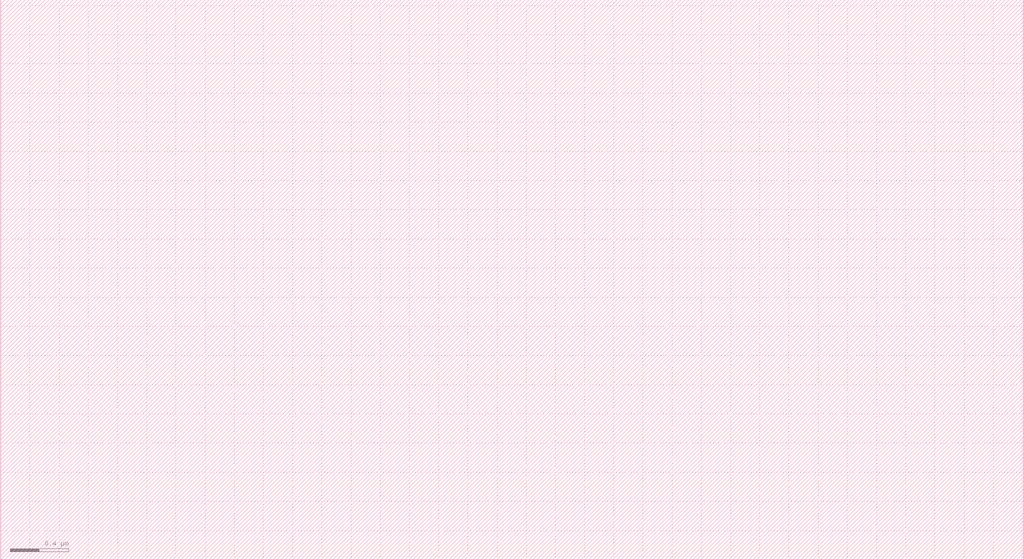
<source format=lef>
MACRO MAS0
   SIZE 0.01 BY 0.01 ;
END MAS0

MACRO MAS1
   SIZE 0.02 BY 0.16 ;
END MAS1

MACRO MAS2
   SIZE 0.02 BY 0.16 ;
END MAS2

MACRO MAS3
   SIZE 0.02 BY 0.16 ;
END MAS3

MACRO MAS4
   SIZE 0.04 BY 0.16 ;
END MAS4

MACRO MAS5
   SIZE 0.04 BY 0.16 ;
END MAS5

MACRO MAS6
   SIZE 0.04 BY 0.16 ;
END MAS6

MACRO MAS7
   SIZE 0.04 BY 0.16 ;
END MAS7

MACRO MAS8
   SIZE 0.04 BY 0.16 ;
END MAS8

MACRO MAS9
   SIZE 0.04 BY 0.16 ;
END MAS9

MACRO MAS10
   SIZE 0.04 BY 0.16 ;
END MAS10

MACRO MAS11
   SIZE 0.04 BY 0.16 ;
END MAS11

MACRO MAS12
   SIZE 0.04 BY 0.16 ;
END MAS12

MACRO MAS13
   SIZE 0.06 BY 0.16 ;
END MAS13

MACRO MAS14
   SIZE 0.06 BY 0.16 ;
END MAS14

MACRO MAS15
   SIZE 0.06 BY 0.16 ;
END MAS15

MACRO MAS16
   SIZE 0.06 BY 0.16 ;
END MAS16

MACRO MAS17
   SIZE 0.06 BY 0.16 ;
END MAS17

MACRO MAS18
   SIZE 0.06 BY 0.16 ;
END MAS18

MACRO MAS19
   SIZE 0.06 BY 0.16 ;
END MAS19

MACRO MAS20
   SIZE 0.06 BY 0.16 ;
END MAS20

MACRO MAS21
   SIZE 0.06 BY 0.16 ;
END MAS21

MACRO MAS22
   SIZE 0.06 BY 0.16 ;
END MAS22

MACRO MAS23
   SIZE 0.06 BY 0.16 ;
END MAS23

MACRO MAS24
   SIZE 0.06 BY 0.16 ;
END MAS24

MACRO MAS25
   SIZE 0.06 BY 0.16 ;
END MAS25

MACRO MAS26
   SIZE 0.06 BY 0.16 ;
END MAS26

MACRO MAS27
   SIZE 0.06 BY 0.16 ;
END MAS27

MACRO MAS28
   SIZE 0.06 BY 0.16 ;
END MAS28

MACRO MAS29
   SIZE 0.06 BY 0.16 ;
END MAS29

MACRO MAS30
   SIZE 0.06 BY 0.16 ;
END MAS30

MACRO MAS31
   SIZE 0.06 BY 0.16 ;
END MAS31

MACRO MAS32
   SIZE 0.06 BY 0.16 ;
END MAS32

MACRO MAS33
   SIZE 0.06 BY 0.16 ;
END MAS33

MACRO MAS34
   SIZE 0.06 BY 0.16 ;
END MAS34

MACRO MAS35
   SIZE 0.06 BY 0.16 ;
END MAS35

MACRO MAS36
   SIZE 0.06 BY 0.16 ;
END MAS36

MACRO MAS37
   SIZE 0.06 BY 0.16 ;
END MAS37

MACRO MAS38
   SIZE 0.06 BY 0.16 ;
END MAS38

MACRO MAS39
   SIZE 0.06 BY 0.16 ;
END MAS39

MACRO MAS40
   SIZE 0.06 BY 0.16 ;
END MAS40

MACRO MAS41
   SIZE 0.06 BY 0.16 ;
END MAS41

MACRO MAS42
   SIZE 0.06 BY 0.16 ;
END MAS42

MACRO MAS43
   SIZE 0.06 BY 0.16 ;
END MAS43

MACRO MAS44
   SIZE 0.06 BY 0.16 ;
END MAS44

MACRO MAS45
   SIZE 0.08 BY 0.16 ;
END MAS45

MACRO MAS46
   SIZE 0.08 BY 0.16 ;
END MAS46

MACRO MAS47
   SIZE 0.08 BY 0.16 ;
END MAS47

MACRO MAS48
   SIZE 0.08 BY 0.16 ;
END MAS48

MACRO MAS49
   SIZE 0.08 BY 0.16 ;
END MAS49

MACRO MAS50
   SIZE 0.08 BY 0.16 ;
END MAS50

MACRO MAS51
   SIZE 0.08 BY 0.16 ;
END MAS51

MACRO MAS52
   SIZE 0.08 BY 0.16 ;
END MAS52

MACRO MAS53
   SIZE 0.08 BY 0.16 ;
END MAS53

MACRO MAS54
   SIZE 0.08 BY 0.16 ;
END MAS54

MACRO MAS55
   SIZE 0.08 BY 0.16 ;
END MAS55

MACRO MAS56
   SIZE 0.08 BY 0.16 ;
END MAS56

MACRO MAS57
   SIZE 0.08 BY 0.16 ;
END MAS57

MACRO MAS58
   SIZE 0.08 BY 0.16 ;
END MAS58

MACRO MAS59
   SIZE 0.08 BY 0.16 ;
END MAS59

MACRO MAS60
   SIZE 0.08 BY 0.16 ;
END MAS60

MACRO MAS61
   SIZE 0.08 BY 0.16 ;
END MAS61

MACRO MAS62
   SIZE 0.08 BY 0.16 ;
END MAS62

MACRO MAS63
   SIZE 0.08 BY 0.16 ;
END MAS63

MACRO MAS64
   SIZE 0.08 BY 0.16 ;
END MAS64

MACRO MAS65
   SIZE 0.08 BY 0.16 ;
END MAS65

MACRO MAS66
   SIZE 0.08 BY 0.16 ;
END MAS66

MACRO MAS67
   SIZE 0.08 BY 0.16 ;
END MAS67

MACRO MAS68
   SIZE 0.08 BY 0.16 ;
END MAS68

MACRO MAS69
   SIZE 0.08 BY 0.16 ;
END MAS69

MACRO MAS70
   SIZE 0.08 BY 0.16 ;
END MAS70

MACRO MAS71
   SIZE 0.08 BY 0.16 ;
END MAS71

MACRO MAS72
   SIZE 0.08 BY 0.16 ;
END MAS72

MACRO MAS73
   SIZE 0.08 BY 0.16 ;
END MAS73

MACRO MAS74
   SIZE 0.08 BY 0.16 ;
END MAS74

MACRO MAS75
   SIZE 0.08 BY 0.16 ;
END MAS75

MACRO MAS76
   SIZE 0.08 BY 0.16 ;
END MAS76

MACRO MAS77
   SIZE 0.08 BY 0.16 ;
END MAS77

MACRO MAS78
   SIZE 0.08 BY 0.16 ;
END MAS78

MACRO MAS79
   SIZE 0.08 BY 0.16 ;
END MAS79

MACRO MAS80
   SIZE 0.08 BY 0.16 ;
END MAS80

MACRO MAS81
   SIZE 0.08 BY 0.16 ;
END MAS81

MACRO MAS82
   SIZE 0.08 BY 0.16 ;
END MAS82

MACRO MAS83
   SIZE 0.08 BY 0.16 ;
END MAS83

MACRO MAS84
   SIZE 0.08 BY 0.16 ;
END MAS84

MACRO MAS85
   SIZE 0.08 BY 0.16 ;
END MAS85

MACRO MAS86
   SIZE 0.08 BY 0.16 ;
END MAS86

MACRO MAS87
   SIZE 0.08 BY 0.16 ;
END MAS87

MACRO MAS88
   SIZE 0.08 BY 0.16 ;
END MAS88

MACRO MAS89
   SIZE 0.08 BY 0.16 ;
END MAS89

MACRO MAS90
   SIZE 0.08 BY 0.16 ;
END MAS90

MACRO MAS91
   SIZE 0.08 BY 0.16 ;
END MAS91

MACRO MAS92
   SIZE 0.08 BY 0.16 ;
END MAS92

MACRO MAS93
   SIZE 0.08 BY 0.16 ;
END MAS93

MACRO MAS94
   SIZE 0.08 BY 0.16 ;
END MAS94

MACRO MAS95
   SIZE 0.08 BY 0.16 ;
END MAS95

MACRO MAS96
   SIZE 0.08 BY 0.16 ;
END MAS96

MACRO MAS97
   SIZE 0.08 BY 0.16 ;
END MAS97

MACRO MAS98
   SIZE 0.08 BY 0.16 ;
END MAS98

MACRO MAS99
   SIZE 0.08 BY 0.16 ;
END MAS99

MACRO MAS100
   SIZE 0.08 BY 0.16 ;
END MAS100

MACRO MAS101
   SIZE 0.08 BY 0.16 ;
END MAS101

MACRO MAS102
   SIZE 0.08 BY 0.16 ;
END MAS102

MACRO MAS103
   SIZE 0.08 BY 0.16 ;
END MAS103

MACRO MAS104
   SIZE 0.08 BY 0.16 ;
END MAS104

MACRO MAS105
   SIZE 0.08 BY 0.16 ;
END MAS105

MACRO MAS106
   SIZE 0.08 BY 0.16 ;
END MAS106

MACRO MAS107
   SIZE 0.08 BY 0.16 ;
END MAS107

MACRO MAS108
   SIZE 0.08 BY 0.16 ;
END MAS108

MACRO MAS109
   SIZE 0.08 BY 0.16 ;
END MAS109

MACRO MAS110
   SIZE 0.08 BY 0.16 ;
END MAS110

MACRO MAS111
   SIZE 0.08 BY 0.16 ;
END MAS111

MACRO MAS112
   SIZE 0.08 BY 0.16 ;
END MAS112

MACRO MAS113
   SIZE 0.08 BY 0.16 ;
END MAS113

MACRO MAS114
   SIZE 0.08 BY 0.16 ;
END MAS114

MACRO MAS115
   SIZE 0.08 BY 0.16 ;
END MAS115

MACRO MAS116
   SIZE 0.08 BY 0.16 ;
END MAS116

MACRO MAS117
   SIZE 0.08 BY 0.16 ;
END MAS117

MACRO MAS118
   SIZE 0.08 BY 0.16 ;
END MAS118

MACRO MAS119
   SIZE 0.08 BY 0.16 ;
END MAS119

MACRO MAS120
   SIZE 0.08 BY 0.16 ;
END MAS120

MACRO MAS121
   SIZE 0.08 BY 0.16 ;
END MAS121

MACRO MAS122
   SIZE 0.08 BY 0.16 ;
END MAS122

MACRO MAS123
   SIZE 0.08 BY 0.16 ;
END MAS123

MACRO MAS124
   SIZE 0.08 BY 0.16 ;
END MAS124

MACRO MAS125
   SIZE 0.08 BY 0.16 ;
END MAS125

MACRO MAS126
   SIZE 0.08 BY 0.16 ;
END MAS126

MACRO MAS127
   SIZE 0.08 BY 0.16 ;
END MAS127

MACRO MAS128
   SIZE 0.08 BY 0.16 ;
END MAS128

MACRO MAS129
   SIZE 0.08 BY 0.16 ;
END MAS129

MACRO MAS130
   SIZE 0.08 BY 0.16 ;
END MAS130

MACRO MAS131
   SIZE 0.08 BY 0.16 ;
END MAS131

MACRO MAS132
   SIZE 0.08 BY 0.16 ;
END MAS132

MACRO MAS133
   SIZE 0.08 BY 0.16 ;
END MAS133

MACRO MAS134
   SIZE 0.08 BY 0.16 ;
END MAS134

MACRO MAS135
   SIZE 0.08 BY 0.16 ;
END MAS135

MACRO MAS136
   SIZE 0.08 BY 0.16 ;
END MAS136

MACRO MAS137
   SIZE 0.08 BY 0.16 ;
END MAS137

MACRO MAS138
   SIZE 0.08 BY 0.16 ;
END MAS138

MACRO MAS139
   SIZE 0.08 BY 0.16 ;
END MAS139

MACRO MAS140
   SIZE 0.08 BY 0.16 ;
END MAS140

MACRO MAS141
   SIZE 0.08 BY 0.16 ;
END MAS141

MACRO MAS142
   SIZE 0.08 BY 0.16 ;
END MAS142

MACRO MAS143
   SIZE 0.08 BY 0.16 ;
END MAS143

MACRO MAS144
   SIZE 0.08 BY 0.16 ;
END MAS144

MACRO MAS145
   SIZE 0.08 BY 0.16 ;
END MAS145

MACRO MAS146
   SIZE 0.08 BY 0.16 ;
END MAS146

MACRO MAS147
   SIZE 0.08 BY 0.16 ;
END MAS147

MACRO MAS148
   SIZE 0.08 BY 0.16 ;
END MAS148

MACRO MAS149
   SIZE 0.08 BY 0.16 ;
END MAS149

MACRO MAS150
   SIZE 0.08 BY 0.16 ;
END MAS150

MACRO MAS151
   SIZE 0.08 BY 0.16 ;
END MAS151

MACRO MAS152
   SIZE 0.08 BY 0.16 ;
END MAS152

MACRO MAS153
   SIZE 0.08 BY 0.16 ;
END MAS153

MACRO MAS154
   SIZE 0.08 BY 0.16 ;
END MAS154

MACRO MAS155
   SIZE 0.08 BY 0.16 ;
END MAS155

MACRO MAS156
   SIZE 0.08 BY 0.16 ;
END MAS156

MACRO MAS157
   SIZE 0.08 BY 0.16 ;
END MAS157

MACRO MAS158
   SIZE 0.08 BY 0.16 ;
END MAS158

MACRO MAS159
   SIZE 0.08 BY 0.16 ;
END MAS159

MACRO MAS160
   SIZE 0.08 BY 0.16 ;
END MAS160

MACRO MAS161
   SIZE 0.08 BY 0.16 ;
END MAS161

MACRO MAS162
   SIZE 0.08 BY 0.16 ;
END MAS162

MACRO MAS163
   SIZE 0.08 BY 0.16 ;
END MAS163

MACRO MAS164
   SIZE 0.08 BY 0.16 ;
END MAS164

MACRO MAS165
   SIZE 0.08 BY 0.16 ;
END MAS165

MACRO MAS166
   SIZE 0.08 BY 0.16 ;
END MAS166

MACRO MAS167
   SIZE 0.08 BY 0.16 ;
END MAS167

MACRO MAS168
   SIZE 0.08 BY 0.16 ;
END MAS168

MACRO MAS169
   SIZE 0.08 BY 0.16 ;
END MAS169

MACRO MAS170
   SIZE 0.08 BY 0.16 ;
END MAS170

MACRO MAS171
   SIZE 0.08 BY 0.16 ;
END MAS171

MACRO MAS172
   SIZE 0.08 BY 0.16 ;
END MAS172

MACRO MAS173
   SIZE 0.08 BY 0.16 ;
END MAS173

MACRO MAS174
   SIZE 0.08 BY 0.16 ;
END MAS174

MACRO MAS175
   SIZE 0.08 BY 0.16 ;
END MAS175

MACRO MAS176
   SIZE 0.08 BY 0.16 ;
END MAS176

MACRO MAS177
   SIZE 0.08 BY 0.16 ;
END MAS177

MACRO MAS178
   SIZE 0.08 BY 0.16 ;
END MAS178

MACRO MAS179
   SIZE 0.08 BY 0.16 ;
END MAS179

MACRO MAS180
   SIZE 0.08 BY 0.16 ;
END MAS180

MACRO MAS181
   SIZE 0.08 BY 0.16 ;
END MAS181

MACRO MAS182
   SIZE 0.08 BY 0.16 ;
END MAS182

MACRO MAS183
   SIZE 0.08 BY 0.16 ;
END MAS183

MACRO MAS184
   SIZE 0.08 BY 0.16 ;
END MAS184

MACRO MAS185
   SIZE 0.08 BY 0.16 ;
END MAS185

MACRO MAS186
   SIZE 0.08 BY 0.16 ;
END MAS186

MACRO MAS187
   SIZE 0.08 BY 0.16 ;
END MAS187

MACRO MAS188
   SIZE 0.08 BY 0.16 ;
END MAS188

MACRO MAS189
   SIZE 0.08 BY 0.16 ;
END MAS189

MACRO MAS190
   SIZE 0.08 BY 0.16 ;
END MAS190

MACRO MAS191
   SIZE 0.08 BY 0.16 ;
END MAS191

MACRO MAS192
   SIZE 0.08 BY 0.16 ;
END MAS192

MACRO MAS193
   SIZE 0.08 BY 0.16 ;
END MAS193

MACRO MAS194
   SIZE 0.08 BY 0.16 ;
END MAS194

MACRO MAS195
   SIZE 0.08 BY 0.16 ;
END MAS195

MACRO MAS196
   SIZE 0.1 BY 0.16 ;
END MAS196

MACRO MAS197
   SIZE 0.1 BY 0.16 ;
END MAS197

MACRO MAS198
   SIZE 0.1 BY 0.16 ;
END MAS198

MACRO MAS199
   SIZE 0.1 BY 0.16 ;
END MAS199

MACRO MAS200
   SIZE 0.1 BY 0.16 ;
END MAS200

MACRO MAS201
   SIZE 0.1 BY 0.16 ;
END MAS201

MACRO MAS202
   SIZE 0.1 BY 0.16 ;
END MAS202

MACRO MAS203
   SIZE 0.1 BY 0.16 ;
END MAS203

MACRO MAS204
   SIZE 0.1 BY 0.16 ;
END MAS204

MACRO MAS205
   SIZE 0.1 BY 0.16 ;
END MAS205

MACRO MAS206
   SIZE 0.1 BY 0.16 ;
END MAS206

MACRO MAS207
   SIZE 0.1 BY 0.16 ;
END MAS207

MACRO MAS208
   SIZE 0.1 BY 0.16 ;
END MAS208

MACRO MAS209
   SIZE 0.1 BY 0.16 ;
END MAS209

MACRO MAS210
   SIZE 0.1 BY 0.16 ;
END MAS210

MACRO MAS211
   SIZE 0.1 BY 0.16 ;
END MAS211

MACRO MAS212
   SIZE 0.1 BY 0.16 ;
END MAS212

MACRO MAS213
   SIZE 0.1 BY 0.16 ;
END MAS213

MACRO MAS214
   SIZE 0.1 BY 0.16 ;
END MAS214

MACRO MAS215
   SIZE 0.1 BY 0.16 ;
END MAS215

MACRO MAS216
   SIZE 0.1 BY 0.16 ;
END MAS216

MACRO MAS217
   SIZE 0.1 BY 0.16 ;
END MAS217

MACRO MAS218
   SIZE 0.1 BY 0.16 ;
END MAS218

MACRO MAS219
   SIZE 0.1 BY 0.16 ;
END MAS219

MACRO MAS220
   SIZE 0.1 BY 0.16 ;
END MAS220

MACRO MAS221
   SIZE 0.1 BY 0.16 ;
END MAS221

MACRO MAS222
   SIZE 0.1 BY 0.16 ;
END MAS222

MACRO MAS223
   SIZE 0.1 BY 0.16 ;
END MAS223

MACRO MAS224
   SIZE 0.1 BY 0.16 ;
END MAS224

MACRO MAS225
   SIZE 0.1 BY 0.16 ;
END MAS225

MACRO MAS226
   SIZE 0.1 BY 0.16 ;
END MAS226

MACRO MAS227
   SIZE 0.1 BY 0.16 ;
END MAS227

MACRO MAS228
   SIZE 0.1 BY 0.16 ;
END MAS228

MACRO MAS229
   SIZE 0.1 BY 0.16 ;
END MAS229

MACRO MAS230
   SIZE 0.1 BY 0.16 ;
END MAS230

MACRO MAS231
   SIZE 0.1 BY 0.16 ;
END MAS231

MACRO MAS232
   SIZE 0.1 BY 0.16 ;
END MAS232

MACRO MAS233
   SIZE 0.1 BY 0.16 ;
END MAS233

MACRO MAS234
   SIZE 0.1 BY 0.16 ;
END MAS234

MACRO MAS235
   SIZE 0.1 BY 0.16 ;
END MAS235

MACRO MAS236
   SIZE 0.1 BY 0.16 ;
END MAS236

MACRO MAS237
   SIZE 0.1 BY 0.16 ;
END MAS237

MACRO MAS238
   SIZE 0.1 BY 0.16 ;
END MAS238

MACRO MAS239
   SIZE 0.1 BY 0.16 ;
END MAS239

MACRO MAS240
   SIZE 0.1 BY 0.16 ;
END MAS240

MACRO MAS241
   SIZE 0.1 BY 0.16 ;
END MAS241

MACRO MAS242
   SIZE 0.1 BY 0.16 ;
END MAS242

MACRO MAS243
   SIZE 0.1 BY 0.16 ;
END MAS243

MACRO MAS244
   SIZE 0.1 BY 0.16 ;
END MAS244

MACRO MAS245
   SIZE 0.1 BY 0.16 ;
END MAS245

MACRO MAS246
   SIZE 0.1 BY 0.16 ;
END MAS246

MACRO MAS247
   SIZE 0.1 BY 0.16 ;
END MAS247

MACRO MAS248
   SIZE 0.1 BY 0.16 ;
END MAS248

MACRO MAS249
   SIZE 0.1 BY 0.16 ;
END MAS249

MACRO MAS250
   SIZE 0.1 BY 0.16 ;
END MAS250

MACRO MAS251
   SIZE 0.1 BY 0.16 ;
END MAS251

MACRO MAS252
   SIZE 0.1 BY 0.16 ;
END MAS252

MACRO MAS253
   SIZE 0.1 BY 0.16 ;
END MAS253

MACRO MAS254
   SIZE 0.1 BY 0.16 ;
END MAS254

MACRO MAS255
   SIZE 0.1 BY 0.16 ;
END MAS255

MACRO MAS256
   SIZE 0.1 BY 0.16 ;
END MAS256

MACRO MAS257
   SIZE 0.1 BY 0.16 ;
END MAS257

MACRO MAS258
   SIZE 0.1 BY 0.16 ;
END MAS258

MACRO MAS259
   SIZE 0.1 BY 0.16 ;
END MAS259

MACRO MAS260
   SIZE 0.1 BY 0.16 ;
END MAS260

MACRO MAS261
   SIZE 0.1 BY 0.16 ;
END MAS261

MACRO MAS262
   SIZE 0.1 BY 0.16 ;
END MAS262

MACRO MAS263
   SIZE 0.1 BY 0.16 ;
END MAS263

MACRO MAS264
   SIZE 0.1 BY 0.16 ;
END MAS264

MACRO MAS265
   SIZE 0.1 BY 0.16 ;
END MAS265

MACRO MAS266
   SIZE 0.1 BY 0.16 ;
END MAS266

MACRO MAS267
   SIZE 0.1 BY 0.16 ;
END MAS267

MACRO MAS268
   SIZE 0.1 BY 0.16 ;
END MAS268

MACRO MAS269
   SIZE 0.1 BY 0.16 ;
END MAS269

MACRO MAS270
   SIZE 0.1 BY 0.16 ;
END MAS270

MACRO MAS271
   SIZE 0.1 BY 0.16 ;
END MAS271

MACRO MAS272
   SIZE 0.1 BY 0.16 ;
END MAS272

MACRO MAS273
   SIZE 0.1 BY 0.16 ;
END MAS273

MACRO MAS274
   SIZE 0.1 BY 0.16 ;
END MAS274

MACRO MAS275
   SIZE 0.1 BY 0.16 ;
END MAS275

MACRO MAS276
   SIZE 0.1 BY 0.16 ;
END MAS276

MACRO MAS277
   SIZE 0.1 BY 0.16 ;
END MAS277

MACRO MAS278
   SIZE 0.1 BY 0.16 ;
END MAS278

MACRO MAS279
   SIZE 0.1 BY 0.16 ;
END MAS279

MACRO MAS280
   SIZE 0.1 BY 0.16 ;
END MAS280

MACRO MAS281
   SIZE 0.1 BY 0.16 ;
END MAS281

MACRO MAS282
   SIZE 0.1 BY 0.16 ;
END MAS282

MACRO MAS283
   SIZE 0.1 BY 0.16 ;
END MAS283

MACRO MAS284
   SIZE 0.1 BY 0.16 ;
END MAS284

MACRO MAS285
   SIZE 0.1 BY 0.16 ;
END MAS285

MACRO MAS286
   SIZE 0.1 BY 0.16 ;
END MAS286

MACRO MAS287
   SIZE 0.1 BY 0.16 ;
END MAS287

MACRO MAS288
   SIZE 0.1 BY 0.16 ;
END MAS288

MACRO MAS289
   SIZE 0.1 BY 0.16 ;
END MAS289

MACRO MAS290
   SIZE 0.1 BY 0.16 ;
END MAS290

MACRO MAS291
   SIZE 0.1 BY 0.16 ;
END MAS291

MACRO MAS292
   SIZE 0.1 BY 0.16 ;
END MAS292

MACRO MAS293
   SIZE 0.1 BY 0.16 ;
END MAS293

MACRO MAS294
   SIZE 0.1 BY 0.16 ;
END MAS294

MACRO MAS295
   SIZE 0.1 BY 0.16 ;
END MAS295

MACRO MAS296
   SIZE 0.1 BY 0.16 ;
END MAS296

MACRO MAS297
   SIZE 0.1 BY 0.16 ;
END MAS297

MACRO MAS298
   SIZE 0.1 BY 0.16 ;
END MAS298

MACRO MAS299
   SIZE 0.1 BY 0.16 ;
END MAS299

MACRO MAS300
   SIZE 0.1 BY 0.16 ;
END MAS300

MACRO MAS301
   SIZE 0.1 BY 0.16 ;
END MAS301

MACRO MAS302
   SIZE 0.1 BY 0.16 ;
END MAS302

MACRO MAS303
   SIZE 0.1 BY 0.16 ;
END MAS303

MACRO MAS304
   SIZE 0.12 BY 0.16 ;
END MAS304

MACRO MAS305
   SIZE 0.12 BY 0.16 ;
END MAS305

MACRO MAS306
   SIZE 0.12 BY 0.16 ;
END MAS306

MACRO MAS307
   SIZE 0.12 BY 0.16 ;
END MAS307

MACRO MAS308
   SIZE 0.12 BY 0.16 ;
END MAS308

MACRO MAS309
   SIZE 0.12 BY 0.16 ;
END MAS309

MACRO MAS310
   SIZE 0.12 BY 0.16 ;
END MAS310

MACRO MAS311
   SIZE 0.12 BY 0.16 ;
END MAS311

MACRO MAS312
   SIZE 0.12 BY 0.16 ;
END MAS312

MACRO MAS313
   SIZE 0.12 BY 0.16 ;
END MAS313

MACRO MAS314
   SIZE 0.12 BY 0.16 ;
END MAS314

MACRO MAS315
   SIZE 0.12 BY 0.16 ;
END MAS315

MACRO MAS316
   SIZE 0.12 BY 0.16 ;
END MAS316

MACRO MAS317
   SIZE 0.12 BY 0.16 ;
END MAS317

MACRO MAS318
   SIZE 0.12 BY 0.16 ;
END MAS318

MACRO MAS319
   SIZE 0.12 BY 0.16 ;
END MAS319

MACRO MAS320
   SIZE 0.12 BY 0.16 ;
END MAS320

MACRO MAS321
   SIZE 0.12 BY 0.16 ;
END MAS321

MACRO MAS322
   SIZE 0.12 BY 0.16 ;
END MAS322

MACRO MAS323
   SIZE 0.12 BY 0.16 ;
END MAS323

MACRO MAS324
   SIZE 0.12 BY 0.16 ;
END MAS324

MACRO MAS325
   SIZE 0.12 BY 0.16 ;
END MAS325

MACRO MAS326
   SIZE 0.12 BY 0.16 ;
END MAS326

MACRO MAS327
   SIZE 0.12 BY 0.16 ;
END MAS327

MACRO MAS328
   SIZE 0.12 BY 0.16 ;
END MAS328

MACRO MAS329
   SIZE 0.12 BY 0.16 ;
END MAS329

MACRO MAS330
   SIZE 0.12 BY 0.16 ;
END MAS330

MACRO MAS331
   SIZE 0.12 BY 0.16 ;
END MAS331

MACRO MAS332
   SIZE 0.12 BY 0.16 ;
END MAS332

MACRO MAS333
   SIZE 0.12 BY 0.16 ;
END MAS333

MACRO MAS334
   SIZE 0.12 BY 0.16 ;
END MAS334

MACRO MAS335
   SIZE 0.12 BY 0.16 ;
END MAS335

MACRO MAS336
   SIZE 0.12 BY 0.16 ;
END MAS336

MACRO MAS337
   SIZE 0.12 BY 0.16 ;
END MAS337

MACRO MAS338
   SIZE 0.12 BY 0.16 ;
END MAS338

MACRO MAS339
   SIZE 0.12 BY 0.16 ;
END MAS339

MACRO MAS340
   SIZE 0.12 BY 0.16 ;
END MAS340

MACRO MAS341
   SIZE 0.12 BY 0.16 ;
END MAS341

MACRO MAS342
   SIZE 0.12 BY 0.16 ;
END MAS342

MACRO MAS343
   SIZE 0.12 BY 0.16 ;
END MAS343

MACRO MAS344
   SIZE 0.12 BY 0.16 ;
END MAS344

MACRO MAS345
   SIZE 0.12 BY 0.16 ;
END MAS345

MACRO MAS346
   SIZE 0.12 BY 0.16 ;
END MAS346

MACRO MAS347
   SIZE 0.12 BY 0.16 ;
END MAS347

MACRO MAS348
   SIZE 0.12 BY 0.16 ;
END MAS348

MACRO MAS349
   SIZE 0.12 BY 0.16 ;
END MAS349

MACRO MAS350
   SIZE 0.12 BY 0.16 ;
END MAS350

MACRO MAS351
   SIZE 0.12 BY 0.16 ;
END MAS351

MACRO MAS352
   SIZE 0.12 BY 0.16 ;
END MAS352

MACRO MAS353
   SIZE 0.12 BY 0.16 ;
END MAS353

MACRO MAS354
   SIZE 0.12 BY 0.16 ;
END MAS354

MACRO MAS355
   SIZE 0.12 BY 0.16 ;
END MAS355

MACRO MAS356
   SIZE 0.12 BY 0.16 ;
END MAS356

MACRO MAS357
   SIZE 0.12 BY 0.16 ;
END MAS357

MACRO MAS358
   SIZE 0.12 BY 0.16 ;
END MAS358

MACRO MAS359
   SIZE 0.12 BY 0.16 ;
END MAS359

MACRO MAS360
   SIZE 0.12 BY 0.16 ;
END MAS360

MACRO MAS361
   SIZE 0.12 BY 0.16 ;
END MAS361

MACRO MAS362
   SIZE 0.12 BY 0.16 ;
END MAS362

MACRO MAS363
   SIZE 0.12 BY 0.16 ;
END MAS363

MACRO MAS364
   SIZE 0.12 BY 0.16 ;
END MAS364

MACRO MAS365
   SIZE 0.12 BY 0.16 ;
END MAS365

MACRO MAS366
   SIZE 0.12 BY 0.16 ;
END MAS366

MACRO MAS367
   SIZE 0.12 BY 0.16 ;
END MAS367

MACRO MAS368
   SIZE 0.12 BY 0.16 ;
END MAS368

MACRO MAS369
   SIZE 0.12 BY 0.16 ;
END MAS369

MACRO MAS370
   SIZE 0.12 BY 0.16 ;
END MAS370

MACRO MAS371
   SIZE 0.12 BY 0.16 ;
END MAS371

MACRO MAS372
   SIZE 0.12 BY 0.16 ;
END MAS372

MACRO MAS373
   SIZE 0.12 BY 0.16 ;
END MAS373

MACRO MAS374
   SIZE 0.12 BY 0.16 ;
END MAS374

MACRO MAS375
   SIZE 0.12 BY 0.16 ;
END MAS375

MACRO MAS376
   SIZE 0.12 BY 0.16 ;
END MAS376

MACRO MAS377
   SIZE 0.12 BY 0.16 ;
END MAS377

MACRO MAS378
   SIZE 0.12 BY 0.16 ;
END MAS378

MACRO MAS379
   SIZE 0.12 BY 0.16 ;
END MAS379

MACRO MAS380
   SIZE 0.12 BY 0.16 ;
END MAS380

MACRO MAS381
   SIZE 0.12 BY 0.16 ;
END MAS381

MACRO MAS382
   SIZE 0.12 BY 0.16 ;
END MAS382

MACRO MAS383
   SIZE 0.12 BY 0.16 ;
END MAS383

MACRO MAS384
   SIZE 0.12 BY 0.16 ;
END MAS384

MACRO MAS385
   SIZE 0.12 BY 0.16 ;
END MAS385

MACRO MAS386
   SIZE 0.12 BY 0.16 ;
END MAS386

MACRO MAS387
   SIZE 0.12 BY 0.16 ;
END MAS387

MACRO MAS388
   SIZE 0.12 BY 0.16 ;
END MAS388

MACRO MAS389
   SIZE 0.12 BY 0.16 ;
END MAS389

MACRO MAS390
   SIZE 0.12 BY 0.16 ;
END MAS390

MACRO MAS391
   SIZE 0.12 BY 0.16 ;
END MAS391

MACRO MAS392
   SIZE 0.12 BY 0.16 ;
END MAS392

MACRO MAS393
   SIZE 0.12 BY 0.16 ;
END MAS393

MACRO MAS394
   SIZE 0.12 BY 0.16 ;
END MAS394

MACRO MAS395
   SIZE 0.12 BY 0.16 ;
END MAS395

MACRO MAS396
   SIZE 0.12 BY 0.16 ;
END MAS396

MACRO MAS397
   SIZE 0.12 BY 0.16 ;
END MAS397

MACRO MAS398
   SIZE 0.12 BY 0.16 ;
END MAS398

MACRO MAS399
   SIZE 0.12 BY 0.16 ;
END MAS399

MACRO MAS400
   SIZE 0.12 BY 0.16 ;
END MAS400

MACRO MAS401
   SIZE 0.12 BY 0.16 ;
END MAS401

MACRO MAS402
   SIZE 0.12 BY 0.16 ;
END MAS402

MACRO MAS403
   SIZE 0.12 BY 0.16 ;
END MAS403

MACRO MAS404
   SIZE 0.12 BY 0.16 ;
END MAS404

MACRO MAS405
   SIZE 0.12 BY 0.16 ;
END MAS405

MACRO MAS406
   SIZE 0.12 BY 0.16 ;
END MAS406

MACRO MAS407
   SIZE 0.12 BY 0.16 ;
END MAS407

MACRO MAS408
   SIZE 0.12 BY 0.16 ;
END MAS408

MACRO MAS409
   SIZE 0.12 BY 0.16 ;
END MAS409

MACRO MAS410
   SIZE 0.12 BY 0.16 ;
END MAS410

MACRO MAS411
   SIZE 0.12 BY 0.16 ;
END MAS411

MACRO MAS412
   SIZE 0.12 BY 0.16 ;
END MAS412

MACRO MAS413
   SIZE 0.12 BY 0.16 ;
END MAS413

MACRO MAS414
   SIZE 0.12 BY 0.16 ;
END MAS414

MACRO MAS415
   SIZE 0.12 BY 0.16 ;
END MAS415

MACRO MAS416
   SIZE 0.12 BY 0.16 ;
END MAS416

MACRO MAS417
   SIZE 0.12 BY 0.16 ;
END MAS417

MACRO MAS418
   SIZE 0.12 BY 0.16 ;
END MAS418

MACRO MAS419
   SIZE 0.12 BY 0.16 ;
END MAS419

MACRO MAS420
   SIZE 0.12 BY 0.16 ;
END MAS420

MACRO MAS421
   SIZE 0.12 BY 0.16 ;
END MAS421

MACRO MAS422
   SIZE 0.12 BY 0.16 ;
END MAS422

MACRO MAS423
   SIZE 0.12 BY 0.16 ;
END MAS423

MACRO MAS424
   SIZE 0.12 BY 0.16 ;
END MAS424

MACRO MAS425
   SIZE 0.12 BY 0.16 ;
END MAS425

MACRO MAS426
   SIZE 0.12 BY 0.16 ;
END MAS426

MACRO MAS427
   SIZE 0.12 BY 0.16 ;
END MAS427

MACRO MAS428
   SIZE 0.12 BY 0.16 ;
END MAS428

MACRO MAS429
   SIZE 0.12 BY 0.16 ;
END MAS429

MACRO MAS430
   SIZE 0.12 BY 0.16 ;
END MAS430

MACRO MAS431
   SIZE 0.12 BY 0.16 ;
END MAS431

MACRO MAS432
   SIZE 0.12 BY 0.16 ;
END MAS432

MACRO MAS433
   SIZE 0.12 BY 0.16 ;
END MAS433

MACRO MAS434
   SIZE 0.12 BY 0.16 ;
END MAS434

MACRO MAS435
   SIZE 0.12 BY 0.16 ;
END MAS435

MACRO MAS436
   SIZE 0.12 BY 0.16 ;
END MAS436

MACRO MAS437
   SIZE 0.12 BY 0.16 ;
END MAS437

MACRO MAS438
   SIZE 0.12 BY 0.16 ;
END MAS438

MACRO MAS439
   SIZE 0.12 BY 0.16 ;
END MAS439

MACRO MAS440
   SIZE 0.12 BY 0.16 ;
END MAS440

MACRO MAS441
   SIZE 0.12 BY 0.16 ;
END MAS441

MACRO MAS442
   SIZE 0.12 BY 0.16 ;
END MAS442

MACRO MAS443
   SIZE 0.12 BY 0.16 ;
END MAS443

MACRO MAS444
   SIZE 0.12 BY 0.16 ;
END MAS444

MACRO MAS445
   SIZE 0.12 BY 0.16 ;
END MAS445

MACRO MAS446
   SIZE 0.12 BY 0.16 ;
END MAS446

MACRO MAS447
   SIZE 0.12 BY 0.16 ;
END MAS447

MACRO MAS448
   SIZE 0.12 BY 0.16 ;
END MAS448

MACRO MAS449
   SIZE 0.12 BY 0.16 ;
END MAS449

MACRO MAS450
   SIZE 0.12 BY 0.16 ;
END MAS450

MACRO MAS451
   SIZE 0.12 BY 0.16 ;
END MAS451

MACRO MAS452
   SIZE 0.12 BY 0.16 ;
END MAS452

MACRO MAS453
   SIZE 0.12 BY 0.16 ;
END MAS453

MACRO MAS454
   SIZE 0.12 BY 0.16 ;
END MAS454

MACRO MAS455
   SIZE 0.12 BY 0.16 ;
END MAS455

MACRO MAS456
   SIZE 0.12 BY 0.16 ;
END MAS456

MACRO MAS457
   SIZE 0.12 BY 0.16 ;
END MAS457

MACRO MAS458
   SIZE 0.12 BY 0.16 ;
END MAS458

MACRO MAS459
   SIZE 0.12 BY 0.16 ;
END MAS459

MACRO MAS460
   SIZE 0.12 BY 0.16 ;
END MAS460

MACRO MAS461
   SIZE 0.12 BY 0.16 ;
END MAS461

MACRO MAS462
   SIZE 0.12 BY 0.16 ;
END MAS462

MACRO MAS463
   SIZE 0.12 BY 0.16 ;
END MAS463

MACRO MAS464
   SIZE 0.12 BY 0.16 ;
END MAS464

MACRO MAS465
   SIZE 0.12 BY 0.16 ;
END MAS465

MACRO MAS466
   SIZE 0.12 BY 0.16 ;
END MAS466

MACRO MAS467
   SIZE 0.12 BY 0.16 ;
END MAS467

MACRO MAS468
   SIZE 0.12 BY 0.16 ;
END MAS468

MACRO MAS469
   SIZE 0.12 BY 0.16 ;
END MAS469

MACRO MAS470
   SIZE 0.12 BY 0.16 ;
END MAS470

MACRO MAS471
   SIZE 0.12 BY 0.16 ;
END MAS471

MACRO MAS472
   SIZE 0.12 BY 0.16 ;
END MAS472

MACRO MAS473
   SIZE 0.12 BY 0.16 ;
END MAS473

MACRO MAS474
   SIZE 0.12 BY 0.16 ;
END MAS474

MACRO MAS475
   SIZE 0.12 BY 0.16 ;
END MAS475

MACRO MAS476
   SIZE 0.12 BY 0.16 ;
END MAS476

MACRO MAS477
   SIZE 0.12 BY 0.16 ;
END MAS477

MACRO MAS478
   SIZE 0.12 BY 0.16 ;
END MAS478

MACRO MAS479
   SIZE 0.12 BY 0.16 ;
END MAS479

MACRO MAS480
   SIZE 0.12 BY 0.16 ;
END MAS480

MACRO MAS481
   SIZE 0.12 BY 0.16 ;
END MAS481

MACRO MAS482
   SIZE 0.12 BY 0.16 ;
END MAS482

MACRO MAS483
   SIZE 0.12 BY 0.16 ;
END MAS483

MACRO MAS484
   SIZE 0.12 BY 0.16 ;
END MAS484

MACRO MAS485
   SIZE 0.12 BY 0.16 ;
END MAS485

MACRO MAS486
   SIZE 0.12 BY 0.16 ;
END MAS486

MACRO MAS487
   SIZE 0.12 BY 0.16 ;
END MAS487

MACRO MAS488
   SIZE 0.12 BY 0.16 ;
END MAS488

MACRO MAS489
   SIZE 0.12 BY 0.16 ;
END MAS489

MACRO MAS490
   SIZE 0.12 BY 0.16 ;
END MAS490

MACRO MAS491
   SIZE 0.12 BY 0.16 ;
END MAS491

MACRO MAS492
   SIZE 0.12 BY 0.16 ;
END MAS492

MACRO MAS493
   SIZE 0.12 BY 0.16 ;
END MAS493

MACRO MAS494
   SIZE 0.12 BY 0.16 ;
END MAS494

MACRO MAS495
   SIZE 0.12 BY 0.16 ;
END MAS495

MACRO MAS496
   SIZE 0.12 BY 0.16 ;
END MAS496

MACRO MAS497
   SIZE 0.12 BY 0.16 ;
END MAS497

MACRO MAS498
   SIZE 0.12 BY 0.16 ;
END MAS498

MACRO MAS499
   SIZE 0.12 BY 0.16 ;
END MAS499

MACRO MAS500
   SIZE 0.12 BY 0.16 ;
END MAS500

MACRO MAS501
   SIZE 0.12 BY 0.16 ;
END MAS501

MACRO MAS502
   SIZE 0.12 BY 0.16 ;
END MAS502

MACRO MAS503
   SIZE 0.12 BY 0.16 ;
END MAS503

MACRO MAS504
   SIZE 0.12 BY 0.16 ;
END MAS504

MACRO MAS505
   SIZE 0.12 BY 0.16 ;
END MAS505

MACRO MAS506
   SIZE 0.12 BY 0.16 ;
END MAS506

MACRO MAS507
   SIZE 0.12 BY 0.16 ;
END MAS507

MACRO MAS508
   SIZE 0.12 BY 0.16 ;
END MAS508

MACRO MAS509
   SIZE 0.12 BY 0.16 ;
END MAS509

MACRO MAS510
   SIZE 0.12 BY 0.16 ;
END MAS510

MACRO MAS511
   SIZE 0.12 BY 0.16 ;
END MAS511

MACRO MAS512
   SIZE 0.12 BY 0.16 ;
END MAS512

MACRO MAS513
   SIZE 0.12 BY 0.16 ;
END MAS513

MACRO MAS514
   SIZE 0.12 BY 0.16 ;
END MAS514

MACRO MAS515
   SIZE 0.12 BY 0.16 ;
END MAS515

MACRO MAS516
   SIZE 0.12 BY 0.16 ;
END MAS516

MACRO MAS517
   SIZE 0.12 BY 0.16 ;
END MAS517

MACRO MAS518
   SIZE 0.12 BY 0.16 ;
END MAS518

MACRO MAS519
   SIZE 0.12 BY 0.16 ;
END MAS519

MACRO MAS520
   SIZE 0.12 BY 0.16 ;
END MAS520

MACRO MAS521
   SIZE 0.12 BY 0.16 ;
END MAS521

MACRO MAS522
   SIZE 0.12 BY 0.16 ;
END MAS522

MACRO MAS523
   SIZE 0.12 BY 0.16 ;
END MAS523

MACRO MAS524
   SIZE 0.12 BY 0.16 ;
END MAS524

MACRO MAS525
   SIZE 0.12 BY 0.16 ;
END MAS525

MACRO MAS526
   SIZE 0.12 BY 0.16 ;
END MAS526

MACRO MAS527
   SIZE 0.12 BY 0.16 ;
END MAS527

MACRO MAS528
   SIZE 0.12 BY 0.16 ;
END MAS528

MACRO MAS529
   SIZE 0.12 BY 0.16 ;
END MAS529

MACRO MAS530
   SIZE 0.12 BY 0.16 ;
END MAS530

MACRO MAS531
   SIZE 0.12 BY 0.16 ;
END MAS531

MACRO MAS532
   SIZE 0.12 BY 0.16 ;
END MAS532

MACRO MAS533
   SIZE 0.12 BY 0.16 ;
END MAS533

MACRO MAS534
   SIZE 0.12 BY 0.16 ;
END MAS534

MACRO MAS535
   SIZE 0.12 BY 0.16 ;
END MAS535

MACRO MAS536
   SIZE 0.12 BY 0.16 ;
END MAS536

MACRO MAS537
   SIZE 0.12 BY 0.16 ;
END MAS537

MACRO MAS538
   SIZE 0.12 BY 0.16 ;
END MAS538

MACRO MAS539
   SIZE 0.12 BY 0.16 ;
END MAS539

MACRO MAS540
   SIZE 0.12 BY 0.16 ;
END MAS540

MACRO MAS541
   SIZE 0.12 BY 0.16 ;
END MAS541

MACRO MAS542
   SIZE 0.12 BY 0.16 ;
END MAS542

MACRO MAS543
   SIZE 0.12 BY 0.16 ;
END MAS543

MACRO MAS544
   SIZE 0.12 BY 0.16 ;
END MAS544

MACRO MAS545
   SIZE 0.12 BY 0.16 ;
END MAS545

MACRO MAS546
   SIZE 0.12 BY 0.16 ;
END MAS546

MACRO MAS547
   SIZE 0.12 BY 0.16 ;
END MAS547

MACRO MAS548
   SIZE 0.12 BY 0.16 ;
END MAS548

MACRO MAS549
   SIZE 0.12 BY 0.16 ;
END MAS549

MACRO MAS550
   SIZE 0.12 BY 0.16 ;
END MAS550

MACRO MAS551
   SIZE 0.12 BY 0.16 ;
END MAS551

MACRO MAS552
   SIZE 0.12 BY 0.16 ;
END MAS552

MACRO MAS553
   SIZE 0.12 BY 0.16 ;
END MAS553

MACRO MAS554
   SIZE 0.12 BY 0.16 ;
END MAS554

MACRO MAS555
   SIZE 0.12 BY 0.16 ;
END MAS555

MACRO MAS556
   SIZE 0.12 BY 0.16 ;
END MAS556

MACRO MAS557
   SIZE 0.12 BY 0.16 ;
END MAS557

MACRO MAS558
   SIZE 0.12 BY 0.16 ;
END MAS558

MACRO MAS559
   SIZE 0.12 BY 0.16 ;
END MAS559

MACRO MAS560
   SIZE 0.12 BY 0.16 ;
END MAS560

MACRO MAS561
   SIZE 0.12 BY 0.16 ;
END MAS561

MACRO MAS562
   SIZE 0.12 BY 0.16 ;
END MAS562

MACRO MAS563
   SIZE 0.12 BY 0.16 ;
END MAS563

MACRO MAS564
   SIZE 0.12 BY 0.16 ;
END MAS564

MACRO MAS565
   SIZE 0.12 BY 0.16 ;
END MAS565

MACRO MAS566
   SIZE 0.12 BY 0.16 ;
END MAS566

MACRO MAS567
   SIZE 0.12 BY 0.16 ;
END MAS567

MACRO MAS568
   SIZE 0.12 BY 0.16 ;
END MAS568

MACRO MAS569
   SIZE 0.12 BY 0.16 ;
END MAS569

MACRO MAS570
   SIZE 0.12 BY 0.16 ;
END MAS570

MACRO MAS571
   SIZE 0.12 BY 0.16 ;
END MAS571

MACRO MAS572
   SIZE 0.12 BY 0.16 ;
END MAS572

MACRO MAS573
   SIZE 0.12 BY 0.16 ;
END MAS573

MACRO MAS574
   SIZE 0.12 BY 0.16 ;
END MAS574

MACRO MAS575
   SIZE 0.12 BY 0.16 ;
END MAS575

MACRO MAS576
   SIZE 0.12 BY 0.16 ;
END MAS576

MACRO MAS577
   SIZE 0.12 BY 0.16 ;
END MAS577

MACRO MAS578
   SIZE 0.12 BY 0.16 ;
END MAS578

MACRO MAS579
   SIZE 0.12 BY 0.16 ;
END MAS579

MACRO MAS580
   SIZE 0.12 BY 0.16 ;
END MAS580

MACRO MAS581
   SIZE 0.12 BY 0.16 ;
END MAS581

MACRO MAS582
   SIZE 0.12 BY 0.16 ;
END MAS582

MACRO MAS583
   SIZE 0.12 BY 0.16 ;
END MAS583

MACRO MAS584
   SIZE 0.12 BY 0.16 ;
END MAS584

MACRO MAS585
   SIZE 0.12 BY 0.16 ;
END MAS585

MACRO MAS586
   SIZE 0.12 BY 0.16 ;
END MAS586

MACRO MAS587
   SIZE 0.12 BY 0.16 ;
END MAS587

MACRO MAS588
   SIZE 0.12 BY 0.16 ;
END MAS588

MACRO MAS589
   SIZE 0.12 BY 0.16 ;
END MAS589

MACRO MAS590
   SIZE 0.12 BY 0.16 ;
END MAS590

MACRO MAS591
   SIZE 0.12 BY 0.16 ;
END MAS591

MACRO MAS592
   SIZE 0.12 BY 0.16 ;
END MAS592

MACRO MAS593
   SIZE 0.12 BY 0.16 ;
END MAS593

MACRO MAS594
   SIZE 0.12 BY 0.16 ;
END MAS594

MACRO MAS595
   SIZE 0.12 BY 0.16 ;
END MAS595

MACRO MAS596
   SIZE 0.12 BY 0.16 ;
END MAS596

MACRO MAS597
   SIZE 0.12 BY 0.16 ;
END MAS597

MACRO MAS598
   SIZE 0.12 BY 0.16 ;
END MAS598

MACRO MAS599
   SIZE 0.12 BY 0.16 ;
END MAS599

MACRO MAS600
   SIZE 0.12 BY 0.16 ;
END MAS600

MACRO MAS601
   SIZE 0.12 BY 0.16 ;
END MAS601

MACRO MAS602
   SIZE 0.12 BY 0.16 ;
END MAS602

MACRO MAS603
   SIZE 0.12 BY 0.16 ;
END MAS603

MACRO MAS604
   SIZE 0.12 BY 0.16 ;
END MAS604

MACRO MAS605
   SIZE 0.12 BY 0.16 ;
END MAS605

MACRO MAS606
   SIZE 0.12 BY 0.16 ;
END MAS606

MACRO MAS607
   SIZE 0.12 BY 0.16 ;
END MAS607

MACRO MAS608
   SIZE 0.12 BY 0.16 ;
END MAS608

MACRO MAS609
   SIZE 0.12 BY 0.16 ;
END MAS609

MACRO MAS610
   SIZE 0.12 BY 0.16 ;
END MAS610

MACRO MAS611
   SIZE 0.12 BY 0.16 ;
END MAS611

MACRO MAS612
   SIZE 0.12 BY 0.16 ;
END MAS612

MACRO MAS613
   SIZE 0.12 BY 0.16 ;
END MAS613

MACRO MAS614
   SIZE 0.12 BY 0.16 ;
END MAS614

MACRO MAS615
   SIZE 0.12 BY 0.16 ;
END MAS615

MACRO MAS616
   SIZE 0.12 BY 0.16 ;
END MAS616

MACRO MAS617
   SIZE 0.12 BY 0.16 ;
END MAS617

MACRO MAS618
   SIZE 0.12 BY 0.16 ;
END MAS618

MACRO MAS619
   SIZE 0.12 BY 0.16 ;
END MAS619

MACRO MAS620
   SIZE 0.12 BY 0.16 ;
END MAS620

MACRO MAS621
   SIZE 0.12 BY 0.16 ;
END MAS621

MACRO MAS622
   SIZE 0.12 BY 0.16 ;
END MAS622

MACRO MAS623
   SIZE 0.12 BY 0.16 ;
END MAS623

MACRO MAS624
   SIZE 0.12 BY 0.16 ;
END MAS624

MACRO MAS625
   SIZE 0.12 BY 0.16 ;
END MAS625

MACRO MAS626
   SIZE 0.12 BY 0.16 ;
END MAS626

MACRO MAS627
   SIZE 0.12 BY 0.16 ;
END MAS627

MACRO MAS628
   SIZE 0.12 BY 0.16 ;
END MAS628

MACRO MAS629
   SIZE 0.12 BY 0.16 ;
END MAS629

MACRO MAS630
   SIZE 0.12 BY 0.16 ;
END MAS630

MACRO MAS631
   SIZE 0.12 BY 0.16 ;
END MAS631

MACRO MAS632
   SIZE 0.12 BY 0.16 ;
END MAS632

MACRO MAS633
   SIZE 0.12 BY 0.16 ;
END MAS633

MACRO MAS634
   SIZE 0.12 BY 0.16 ;
END MAS634

MACRO MAS635
   SIZE 0.12 BY 0.16 ;
END MAS635

MACRO MAS636
   SIZE 0.12 BY 0.16 ;
END MAS636

MACRO MAS637
   SIZE 0.12 BY 0.16 ;
END MAS637

MACRO MAS638
   SIZE 0.12 BY 0.16 ;
END MAS638

MACRO MAS639
   SIZE 0.12 BY 0.16 ;
END MAS639

MACRO MAS640
   SIZE 0.12 BY 0.16 ;
END MAS640

MACRO MAS641
   SIZE 0.12 BY 0.16 ;
END MAS641

MACRO MAS642
   SIZE 0.12 BY 0.16 ;
END MAS642

MACRO MAS643
   SIZE 0.12 BY 0.16 ;
END MAS643

MACRO MAS644
   SIZE 0.12 BY 0.16 ;
END MAS644

MACRO MAS645
   SIZE 0.12 BY 0.16 ;
END MAS645

MACRO MAS646
   SIZE 0.12 BY 0.16 ;
END MAS646

MACRO MAS647
   SIZE 0.12 BY 0.16 ;
END MAS647

MACRO MAS648
   SIZE 0.12 BY 0.16 ;
END MAS648

MACRO MAS649
   SIZE 0.12 BY 0.16 ;
END MAS649

MACRO MAS650
   SIZE 0.12 BY 0.16 ;
END MAS650

MACRO MAS651
   SIZE 0.12 BY 0.16 ;
END MAS651

MACRO MAS652
   SIZE 0.12 BY 0.16 ;
END MAS652

MACRO MAS653
   SIZE 0.12 BY 0.16 ;
END MAS653

MACRO MAS654
   SIZE 0.12 BY 0.16 ;
END MAS654

MACRO MAS655
   SIZE 0.12 BY 0.16 ;
END MAS655

MACRO MAS656
   SIZE 0.12 BY 0.16 ;
END MAS656

MACRO MAS657
   SIZE 0.12 BY 0.16 ;
END MAS657

MACRO MAS658
   SIZE 0.12 BY 0.16 ;
END MAS658

MACRO MAS659
   SIZE 0.12 BY 0.16 ;
END MAS659

MACRO MAS660
   SIZE 0.12 BY 0.16 ;
END MAS660

MACRO MAS661
   SIZE 0.12 BY 0.16 ;
END MAS661

MACRO MAS662
   SIZE 0.12 BY 0.16 ;
END MAS662

MACRO MAS663
   SIZE 0.12 BY 0.16 ;
END MAS663

MACRO MAS664
   SIZE 0.12 BY 0.16 ;
END MAS664

MACRO MAS665
   SIZE 0.12 BY 0.16 ;
END MAS665

MACRO MAS666
   SIZE 0.12 BY 0.16 ;
END MAS666

MACRO MAS667
   SIZE 0.12 BY 0.16 ;
END MAS667

MACRO MAS668
   SIZE 0.12 BY 0.16 ;
END MAS668

MACRO MAS669
   SIZE 0.12 BY 0.16 ;
END MAS669

MACRO MAS670
   SIZE 0.12 BY 0.16 ;
END MAS670

MACRO MAS671
   SIZE 0.12 BY 0.16 ;
END MAS671

MACRO MAS672
   SIZE 0.12 BY 0.16 ;
END MAS672

MACRO MAS673
   SIZE 0.12 BY 0.16 ;
END MAS673

MACRO MAS674
   SIZE 0.12 BY 0.16 ;
END MAS674

MACRO MAS675
   SIZE 0.12 BY 0.16 ;
END MAS675

MACRO MAS676
   SIZE 0.12 BY 0.16 ;
END MAS676

MACRO MAS677
   SIZE 0.12 BY 0.16 ;
END MAS677

MACRO MAS678
   SIZE 0.12 BY 0.16 ;
END MAS678

MACRO MAS679
   SIZE 0.12 BY 0.16 ;
END MAS679

MACRO MAS680
   SIZE 0.12 BY 0.16 ;
END MAS680

MACRO MAS681
   SIZE 0.12 BY 0.16 ;
END MAS681

MACRO MAS682
   SIZE 0.12 BY 0.16 ;
END MAS682

MACRO MAS683
   SIZE 0.12 BY 0.16 ;
END MAS683

MACRO MAS684
   SIZE 0.12 BY 0.16 ;
END MAS684

MACRO MAS685
   SIZE 0.12 BY 0.16 ;
END MAS685

MACRO MAS686
   SIZE 0.12 BY 0.16 ;
END MAS686

MACRO MAS687
   SIZE 0.12 BY 0.16 ;
END MAS687

MACRO MAS688
   SIZE 0.12 BY 0.16 ;
END MAS688

MACRO MAS689
   SIZE 0.12 BY 0.16 ;
END MAS689

MACRO MAS690
   SIZE 0.12 BY 0.16 ;
END MAS690

MACRO MAS691
   SIZE 0.12 BY 0.16 ;
END MAS691

MACRO MAS692
   SIZE 0.12 BY 0.16 ;
END MAS692

MACRO MAS693
   SIZE 0.12 BY 0.16 ;
END MAS693

MACRO MAS694
   SIZE 0.12 BY 0.16 ;
END MAS694

MACRO MAS695
   SIZE 0.12 BY 0.16 ;
END MAS695

MACRO MAS696
   SIZE 0.12 BY 0.16 ;
END MAS696

MACRO MAS697
   SIZE 0.12 BY 0.16 ;
END MAS697

MACRO MAS698
   SIZE 0.14 BY 0.16 ;
END MAS698

MACRO MAS699
   SIZE 0.14 BY 0.16 ;
END MAS699

MACRO MAS700
   SIZE 0.14 BY 0.16 ;
END MAS700

MACRO MAS701
   SIZE 0.14 BY 0.16 ;
END MAS701

MACRO MAS702
   SIZE 0.14 BY 0.16 ;
END MAS702

MACRO MAS703
   SIZE 0.14 BY 0.16 ;
END MAS703

MACRO MAS704
   SIZE 0.14 BY 0.16 ;
END MAS704

MACRO MAS705
   SIZE 0.14 BY 0.16 ;
END MAS705

MACRO MAS706
   SIZE 0.14 BY 0.16 ;
END MAS706

MACRO MAS707
   SIZE 0.14 BY 0.16 ;
END MAS707

MACRO MAS708
   SIZE 0.14 BY 0.16 ;
END MAS708

MACRO MAS709
   SIZE 0.14 BY 0.16 ;
END MAS709

MACRO MAS710
   SIZE 0.14 BY 0.16 ;
END MAS710

MACRO MAS711
   SIZE 0.14 BY 0.16 ;
END MAS711

MACRO MAS712
   SIZE 0.14 BY 0.16 ;
END MAS712

MACRO MAS713
   SIZE 0.14 BY 0.16 ;
END MAS713

MACRO MAS714
   SIZE 0.14 BY 0.16 ;
END MAS714

MACRO MAS715
   SIZE 0.14 BY 0.16 ;
END MAS715

MACRO MAS716
   SIZE 0.14 BY 0.16 ;
END MAS716

MACRO MAS717
   SIZE 0.14 BY 0.16 ;
END MAS717

MACRO MAS718
   SIZE 0.14 BY 0.16 ;
END MAS718

MACRO MAS719
   SIZE 0.14 BY 0.16 ;
END MAS719

MACRO MAS720
   SIZE 0.14 BY 0.16 ;
END MAS720

MACRO MAS721
   SIZE 0.14 BY 0.16 ;
END MAS721

MACRO MAS722
   SIZE 0.14 BY 0.16 ;
END MAS722

MACRO MAS723
   SIZE 0.14 BY 0.16 ;
END MAS723

MACRO MAS724
   SIZE 0.14 BY 0.16 ;
END MAS724

MACRO MAS725
   SIZE 0.14 BY 0.16 ;
END MAS725

MACRO MAS726
   SIZE 0.14 BY 0.16 ;
END MAS726

MACRO MAS727
   SIZE 0.14 BY 0.16 ;
END MAS727

MACRO MAS728
   SIZE 0.14 BY 0.16 ;
END MAS728

MACRO MAS729
   SIZE 0.14 BY 0.16 ;
END MAS729

MACRO MAS730
   SIZE 0.14 BY 0.16 ;
END MAS730

MACRO MAS731
   SIZE 0.14 BY 0.16 ;
END MAS731

MACRO MAS732
   SIZE 0.14 BY 0.16 ;
END MAS732

MACRO MAS733
   SIZE 0.14 BY 0.16 ;
END MAS733

MACRO MAS734
   SIZE 0.14 BY 0.16 ;
END MAS734

MACRO MAS735
   SIZE 0.14 BY 0.16 ;
END MAS735

MACRO MAS736
   SIZE 0.14 BY 0.16 ;
END MAS736

MACRO MAS737
   SIZE 0.14 BY 0.16 ;
END MAS737

MACRO MAS738
   SIZE 0.14 BY 0.16 ;
END MAS738

MACRO MAS739
   SIZE 0.14 BY 0.16 ;
END MAS739

MACRO MAS740
   SIZE 0.14 BY 0.16 ;
END MAS740

MACRO MAS741
   SIZE 0.14 BY 0.16 ;
END MAS741

MACRO MAS742
   SIZE 0.14 BY 0.16 ;
END MAS742

MACRO MAS743
   SIZE 0.14 BY 0.16 ;
END MAS743

MACRO MAS744
   SIZE 0.14 BY 0.16 ;
END MAS744

MACRO MAS745
   SIZE 0.14 BY 0.16 ;
END MAS745

MACRO MAS746
   SIZE 0.14 BY 0.16 ;
END MAS746

MACRO MAS747
   SIZE 0.14 BY 0.16 ;
END MAS747

MACRO MAS748
   SIZE 0.14 BY 0.16 ;
END MAS748

MACRO MAS749
   SIZE 0.14 BY 0.16 ;
END MAS749

MACRO MAS750
   SIZE 0.14 BY 0.16 ;
END MAS750

MACRO MAS751
   SIZE 0.14 BY 0.16 ;
END MAS751

MACRO MAS752
   SIZE 0.14 BY 0.16 ;
END MAS752

MACRO MAS753
   SIZE 0.14 BY 0.16 ;
END MAS753

MACRO MAS754
   SIZE 0.14 BY 0.16 ;
END MAS754

MACRO MAS755
   SIZE 0.14 BY 0.16 ;
END MAS755

MACRO MAS756
   SIZE 0.14 BY 0.16 ;
END MAS756

MACRO MAS757
   SIZE 0.14 BY 0.16 ;
END MAS757

MACRO MAS758
   SIZE 0.14 BY 0.16 ;
END MAS758

MACRO MAS759
   SIZE 0.14 BY 0.16 ;
END MAS759

MACRO MAS760
   SIZE 0.14 BY 0.16 ;
END MAS760

MACRO MAS761
   SIZE 0.14 BY 0.16 ;
END MAS761

MACRO MAS762
   SIZE 0.14 BY 0.16 ;
END MAS762

MACRO MAS763
   SIZE 0.14 BY 0.16 ;
END MAS763

MACRO MAS764
   SIZE 0.14 BY 0.16 ;
END MAS764

MACRO MAS765
   SIZE 0.14 BY 0.16 ;
END MAS765

MACRO MAS766
   SIZE 0.14 BY 0.16 ;
END MAS766

MACRO MAS767
   SIZE 0.14 BY 0.16 ;
END MAS767

MACRO MAS768
   SIZE 0.14 BY 0.16 ;
END MAS768

MACRO MAS769
   SIZE 0.14 BY 0.16 ;
END MAS769

MACRO MAS770
   SIZE 0.14 BY 0.16 ;
END MAS770

MACRO MAS771
   SIZE 0.14 BY 0.16 ;
END MAS771

MACRO MAS772
   SIZE 0.14 BY 0.16 ;
END MAS772

MACRO MAS773
   SIZE 0.14 BY 0.16 ;
END MAS773

MACRO MAS774
   SIZE 0.14 BY 0.16 ;
END MAS774

MACRO MAS775
   SIZE 0.14 BY 0.16 ;
END MAS775

MACRO MAS776
   SIZE 0.14 BY 0.16 ;
END MAS776

MACRO MAS777
   SIZE 0.14 BY 0.16 ;
END MAS777

MACRO MAS778
   SIZE 0.14 BY 0.16 ;
END MAS778

MACRO MAS779
   SIZE 0.14 BY 0.16 ;
END MAS779

MACRO MAS780
   SIZE 0.14 BY 0.16 ;
END MAS780

MACRO MAS781
   SIZE 0.14 BY 0.16 ;
END MAS781

MACRO MAS782
   SIZE 0.14 BY 0.16 ;
END MAS782

MACRO MAS783
   SIZE 0.14 BY 0.16 ;
END MAS783

MACRO MAS784
   SIZE 0.14 BY 0.16 ;
END MAS784

MACRO MAS785
   SIZE 0.14 BY 0.16 ;
END MAS785

MACRO MAS786
   SIZE 0.14 BY 0.16 ;
END MAS786

MACRO MAS787
   SIZE 0.14 BY 0.16 ;
END MAS787

MACRO MAS788
   SIZE 0.14 BY 0.16 ;
END MAS788

MACRO MAS789
   SIZE 0.14 BY 0.16 ;
END MAS789

MACRO MAS790
   SIZE 0.14 BY 0.16 ;
END MAS790

MACRO MAS791
   SIZE 0.14 BY 0.16 ;
END MAS791

MACRO MAS792
   SIZE 0.14 BY 0.16 ;
END MAS792

MACRO MAS793
   SIZE 0.14 BY 0.16 ;
END MAS793

MACRO MAS794
   SIZE 0.14 BY 0.16 ;
END MAS794

MACRO MAS795
   SIZE 0.14 BY 0.16 ;
END MAS795

MACRO MAS796
   SIZE 0.14 BY 0.16 ;
END MAS796

MACRO MAS797
   SIZE 0.14 BY 0.16 ;
END MAS797

MACRO MAS798
   SIZE 0.14 BY 0.16 ;
END MAS798

MACRO MAS799
   SIZE 0.14 BY 0.16 ;
END MAS799

MACRO MAS800
   SIZE 0.14 BY 0.16 ;
END MAS800

MACRO MAS801
   SIZE 0.14 BY 0.16 ;
END MAS801

MACRO MAS802
   SIZE 0.14 BY 0.16 ;
END MAS802

MACRO MAS803
   SIZE 0.14 BY 0.16 ;
END MAS803

MACRO MAS804
   SIZE 0.14 BY 0.16 ;
END MAS804

MACRO MAS805
   SIZE 0.14 BY 0.16 ;
END MAS805

MACRO MAS806
   SIZE 0.14 BY 0.16 ;
END MAS806

MACRO MAS807
   SIZE 0.14 BY 0.16 ;
END MAS807

MACRO MAS808
   SIZE 0.14 BY 0.16 ;
END MAS808

MACRO MAS809
   SIZE 0.14 BY 0.16 ;
END MAS809

MACRO MAS810
   SIZE 0.14 BY 0.16 ;
END MAS810

MACRO MAS811
   SIZE 0.14 BY 0.16 ;
END MAS811

MACRO MAS812
   SIZE 0.14 BY 0.16 ;
END MAS812

MACRO MAS813
   SIZE 0.14 BY 0.16 ;
END MAS813

MACRO MAS814
   SIZE 0.14 BY 0.16 ;
END MAS814

MACRO MAS815
   SIZE 0.14 BY 0.16 ;
END MAS815

MACRO MAS816
   SIZE 0.14 BY 0.16 ;
END MAS816

MACRO MAS817
   SIZE 0.14 BY 0.16 ;
END MAS817

MACRO MAS818
   SIZE 0.14 BY 0.16 ;
END MAS818

MACRO MAS819
   SIZE 0.14 BY 0.16 ;
END MAS819

MACRO MAS820
   SIZE 0.14 BY 0.16 ;
END MAS820

MACRO MAS821
   SIZE 0.14 BY 0.16 ;
END MAS821

MACRO MAS822
   SIZE 0.14 BY 0.16 ;
END MAS822

MACRO MAS823
   SIZE 0.14 BY 0.16 ;
END MAS823

MACRO MAS824
   SIZE 0.14 BY 0.16 ;
END MAS824

MACRO MAS825
   SIZE 0.14 BY 0.16 ;
END MAS825

MACRO MAS826
   SIZE 0.14 BY 0.16 ;
END MAS826

MACRO MAS827
   SIZE 0.14 BY 0.16 ;
END MAS827

MACRO MAS828
   SIZE 0.14 BY 0.16 ;
END MAS828

MACRO MAS829
   SIZE 0.14 BY 0.16 ;
END MAS829

MACRO MAS830
   SIZE 0.14 BY 0.16 ;
END MAS830

MACRO MAS831
   SIZE 0.14 BY 0.16 ;
END MAS831

MACRO MAS832
   SIZE 0.14 BY 0.16 ;
END MAS832

MACRO MAS833
   SIZE 0.14 BY 0.16 ;
END MAS833

MACRO MAS834
   SIZE 0.14 BY 0.16 ;
END MAS834

MACRO MAS835
   SIZE 0.14 BY 0.16 ;
END MAS835

MACRO MAS836
   SIZE 0.14 BY 0.16 ;
END MAS836

MACRO MAS837
   SIZE 0.14 BY 0.16 ;
END MAS837

MACRO MAS838
   SIZE 0.14 BY 0.16 ;
END MAS838

MACRO MAS839
   SIZE 0.14 BY 0.16 ;
END MAS839

MACRO MAS840
   SIZE 0.14 BY 0.16 ;
END MAS840

MACRO MAS841
   SIZE 0.14 BY 0.16 ;
END MAS841

MACRO MAS842
   SIZE 0.14 BY 0.16 ;
END MAS842

MACRO MAS843
   SIZE 0.14 BY 0.16 ;
END MAS843

MACRO MAS844
   SIZE 0.14 BY 0.16 ;
END MAS844

MACRO MAS845
   SIZE 0.14 BY 0.16 ;
END MAS845

MACRO MAS846
   SIZE 0.14 BY 0.16 ;
END MAS846

MACRO MAS847
   SIZE 0.14 BY 0.16 ;
END MAS847

MACRO MAS848
   SIZE 0.14 BY 0.16 ;
END MAS848

MACRO MAS849
   SIZE 0.14 BY 0.16 ;
END MAS849

MACRO MAS850
   SIZE 0.14 BY 0.16 ;
END MAS850

MACRO MAS851
   SIZE 0.14 BY 0.16 ;
END MAS851

MACRO MAS852
   SIZE 0.14 BY 0.16 ;
END MAS852

MACRO MAS853
   SIZE 0.14 BY 0.16 ;
END MAS853

MACRO MAS854
   SIZE 0.14 BY 0.16 ;
END MAS854

MACRO MAS855
   SIZE 0.14 BY 0.16 ;
END MAS855

MACRO MAS856
   SIZE 0.14 BY 0.16 ;
END MAS856

MACRO MAS857
   SIZE 0.14 BY 0.16 ;
END MAS857

MACRO MAS858
   SIZE 0.14 BY 0.16 ;
END MAS858

MACRO MAS859
   SIZE 0.14 BY 0.16 ;
END MAS859

MACRO MAS860
   SIZE 0.14 BY 0.16 ;
END MAS860

MACRO MAS861
   SIZE 0.14 BY 0.16 ;
END MAS861

MACRO MAS862
   SIZE 0.14 BY 0.16 ;
END MAS862

MACRO MAS863
   SIZE 0.14 BY 0.16 ;
END MAS863

MACRO MAS864
   SIZE 0.14 BY 0.16 ;
END MAS864

MACRO MAS865
   SIZE 0.14 BY 0.16 ;
END MAS865

MACRO MAS866
   SIZE 0.14 BY 0.16 ;
END MAS866

MACRO MAS867
   SIZE 0.14 BY 0.16 ;
END MAS867

MACRO MAS868
   SIZE 0.14 BY 0.16 ;
END MAS868

MACRO MAS869
   SIZE 0.14 BY 0.16 ;
END MAS869

MACRO MAS870
   SIZE 0.14 BY 0.16 ;
END MAS870

MACRO MAS871
   SIZE 0.14 BY 0.16 ;
END MAS871

MACRO MAS872
   SIZE 0.14 BY 0.16 ;
END MAS872

MACRO MAS873
   SIZE 0.14 BY 0.16 ;
END MAS873

MACRO MAS874
   SIZE 0.14 BY 0.16 ;
END MAS874

MACRO MAS875
   SIZE 0.14 BY 0.16 ;
END MAS875

MACRO MAS876
   SIZE 0.14 BY 0.16 ;
END MAS876

MACRO MAS877
   SIZE 0.14 BY 0.16 ;
END MAS877

MACRO MAS878
   SIZE 0.14 BY 0.16 ;
END MAS878

MACRO MAS879
   SIZE 0.14 BY 0.16 ;
END MAS879

MACRO MAS880
   SIZE 0.14 BY 0.16 ;
END MAS880

MACRO MAS881
   SIZE 0.14 BY 0.16 ;
END MAS881

MACRO MAS882
   SIZE 0.14 BY 0.16 ;
END MAS882

MACRO MAS883
   SIZE 0.14 BY 0.16 ;
END MAS883

MACRO MAS884
   SIZE 0.14 BY 0.16 ;
END MAS884

MACRO MAS885
   SIZE 0.14 BY 0.16 ;
END MAS885

MACRO MAS886
   SIZE 0.14 BY 0.16 ;
END MAS886

MACRO MAS887
   SIZE 0.14 BY 0.16 ;
END MAS887

MACRO MAS888
   SIZE 0.14 BY 0.16 ;
END MAS888

MACRO MAS889
   SIZE 0.14 BY 0.16 ;
END MAS889

MACRO MAS890
   SIZE 0.14 BY 0.16 ;
END MAS890

MACRO MAS891
   SIZE 0.14 BY 0.16 ;
END MAS891

MACRO MAS892
   SIZE 0.14 BY 0.16 ;
END MAS892

MACRO MAS893
   SIZE 0.14 BY 0.16 ;
END MAS893

MACRO MAS894
   SIZE 0.14 BY 0.16 ;
END MAS894

MACRO MAS895
   SIZE 0.14 BY 0.16 ;
END MAS895

MACRO MAS896
   SIZE 0.14 BY 0.16 ;
END MAS896

MACRO MAS897
   SIZE 0.14 BY 0.16 ;
END MAS897

MACRO MAS898
   SIZE 0.14 BY 0.16 ;
END MAS898

MACRO MAS899
   SIZE 0.14 BY 0.16 ;
END MAS899

MACRO MAS900
   SIZE 0.14 BY 0.16 ;
END MAS900

MACRO MAS901
   SIZE 0.14 BY 0.16 ;
END MAS901

MACRO MAS902
   SIZE 0.14 BY 0.16 ;
END MAS902

MACRO MAS903
   SIZE 0.14 BY 0.16 ;
END MAS903

MACRO MAS904
   SIZE 0.14 BY 0.16 ;
END MAS904

MACRO MAS905
   SIZE 0.14 BY 0.16 ;
END MAS905

MACRO MAS906
   SIZE 0.14 BY 0.16 ;
END MAS906

MACRO MAS907
   SIZE 0.14 BY 0.16 ;
END MAS907

MACRO MAS908
   SIZE 0.14 BY 0.16 ;
END MAS908

MACRO MAS909
   SIZE 0.14 BY 0.16 ;
END MAS909

MACRO MAS910
   SIZE 0.14 BY 0.16 ;
END MAS910

MACRO MAS911
   SIZE 0.14 BY 0.16 ;
END MAS911

MACRO MAS912
   SIZE 0.14 BY 0.16 ;
END MAS912

MACRO MAS913
   SIZE 0.14 BY 0.16 ;
END MAS913

MACRO MAS914
   SIZE 0.14 BY 0.16 ;
END MAS914

MACRO MAS915
   SIZE 0.14 BY 0.16 ;
END MAS915

MACRO MAS916
   SIZE 0.14 BY 0.16 ;
END MAS916

MACRO MAS917
   SIZE 0.14 BY 0.16 ;
END MAS917

MACRO MAS918
   SIZE 0.14 BY 0.16 ;
END MAS918

MACRO MAS919
   SIZE 0.14 BY 0.16 ;
END MAS919

MACRO MAS920
   SIZE 0.14 BY 0.16 ;
END MAS920

MACRO MAS921
   SIZE 0.14 BY 0.16 ;
END MAS921

MACRO MAS922
   SIZE 0.14 BY 0.16 ;
END MAS922

MACRO MAS923
   SIZE 0.14 BY 0.16 ;
END MAS923

MACRO MAS924
   SIZE 0.14 BY 0.16 ;
END MAS924

MACRO MAS925
   SIZE 0.14 BY 0.16 ;
END MAS925

MACRO MAS926
   SIZE 0.14 BY 0.16 ;
END MAS926

MACRO MAS927
   SIZE 0.14 BY 0.16 ;
END MAS927

MACRO MAS928
   SIZE 0.14 BY 0.16 ;
END MAS928

MACRO MAS929
   SIZE 0.14 BY 0.16 ;
END MAS929

MACRO MAS930
   SIZE 0.14 BY 0.16 ;
END MAS930

MACRO MAS931
   SIZE 0.14 BY 0.16 ;
END MAS931

MACRO MAS932
   SIZE 0.14 BY 0.16 ;
END MAS932

MACRO MAS933
   SIZE 0.14 BY 0.16 ;
END MAS933

MACRO MAS934
   SIZE 0.14 BY 0.16 ;
END MAS934

MACRO MAS935
   SIZE 0.14 BY 0.16 ;
END MAS935

MACRO MAS936
   SIZE 0.14 BY 0.16 ;
END MAS936

MACRO MAS937
   SIZE 0.14 BY 0.16 ;
END MAS937

MACRO MAS938
   SIZE 0.14 BY 0.16 ;
END MAS938

MACRO MAS939
   SIZE 0.14 BY 0.16 ;
END MAS939

MACRO MAS940
   SIZE 0.14 BY 0.16 ;
END MAS940

MACRO MAS941
   SIZE 0.14 BY 0.16 ;
END MAS941

MACRO MAS942
   SIZE 0.14 BY 0.16 ;
END MAS942

MACRO MAS943
   SIZE 0.14 BY 0.16 ;
END MAS943

MACRO MAS944
   SIZE 0.14 BY 0.16 ;
END MAS944

MACRO MAS945
   SIZE 0.14 BY 0.16 ;
END MAS945

MACRO MAS946
   SIZE 0.14 BY 0.16 ;
END MAS946

MACRO MAS947
   SIZE 0.14 BY 0.16 ;
END MAS947

MACRO MAS948
   SIZE 0.14 BY 0.16 ;
END MAS948

MACRO MAS949
   SIZE 0.14 BY 0.16 ;
END MAS949

MACRO MAS950
   SIZE 0.14 BY 0.16 ;
END MAS950

MACRO MAS951
   SIZE 0.14 BY 0.16 ;
END MAS951

MACRO MAS952
   SIZE 0.14 BY 0.16 ;
END MAS952

MACRO MAS953
   SIZE 0.14 BY 0.16 ;
END MAS953

MACRO MAS954
   SIZE 0.14 BY 0.16 ;
END MAS954

MACRO MAS955
   SIZE 0.14 BY 0.16 ;
END MAS955

MACRO MAS956
   SIZE 0.14 BY 0.16 ;
END MAS956

MACRO MAS957
   SIZE 0.14 BY 0.16 ;
END MAS957

MACRO MAS958
   SIZE 0.14 BY 0.16 ;
END MAS958

MACRO MAS959
   SIZE 0.14 BY 0.16 ;
END MAS959

MACRO MAS960
   SIZE 0.14 BY 0.16 ;
END MAS960

MACRO MAS961
   SIZE 0.14 BY 0.16 ;
END MAS961

MACRO MAS962
   SIZE 0.14 BY 0.16 ;
END MAS962

MACRO MAS963
   SIZE 0.14 BY 0.16 ;
END MAS963

MACRO MAS964
   SIZE 0.14 BY 0.16 ;
END MAS964

MACRO MAS965
   SIZE 0.14 BY 0.16 ;
END MAS965

MACRO MAS966
   SIZE 0.14 BY 0.16 ;
END MAS966

MACRO MAS967
   SIZE 0.14 BY 0.16 ;
END MAS967

MACRO MAS968
   SIZE 0.14 BY 0.16 ;
END MAS968

MACRO MAS969
   SIZE 0.14 BY 0.16 ;
END MAS969

MACRO MAS970
   SIZE 0.14 BY 0.16 ;
END MAS970

MACRO MAS971
   SIZE 0.14 BY 0.16 ;
END MAS971

MACRO MAS972
   SIZE 0.14 BY 0.16 ;
END MAS972

MACRO MAS973
   SIZE 0.14 BY 0.16 ;
END MAS973

MACRO MAS974
   SIZE 0.14 BY 0.16 ;
END MAS974

MACRO MAS975
   SIZE 0.14 BY 0.16 ;
END MAS975

MACRO MAS976
   SIZE 0.14 BY 0.16 ;
END MAS976

MACRO MAS977
   SIZE 0.14 BY 0.16 ;
END MAS977

MACRO MAS978
   SIZE 0.14 BY 0.16 ;
END MAS978

MACRO MAS979
   SIZE 0.14 BY 0.16 ;
END MAS979

MACRO MAS980
   SIZE 0.14 BY 0.16 ;
END MAS980

MACRO MAS981
   SIZE 0.14 BY 0.16 ;
END MAS981

MACRO MAS982
   SIZE 0.14 BY 0.16 ;
END MAS982

MACRO MAS983
   SIZE 0.14 BY 0.16 ;
END MAS983

MACRO MAS984
   SIZE 0.14 BY 0.16 ;
END MAS984

MACRO MAS985
   SIZE 0.14 BY 0.16 ;
END MAS985

MACRO MAS986
   SIZE 0.14 BY 0.16 ;
END MAS986

MACRO MAS987
   SIZE 0.14 BY 0.16 ;
END MAS987

MACRO MAS988
   SIZE 0.14 BY 0.16 ;
END MAS988

MACRO MAS989
   SIZE 0.14 BY 0.16 ;
END MAS989

MACRO MAS990
   SIZE 0.14 BY 0.16 ;
END MAS990

MACRO MAS991
   SIZE 0.14 BY 0.16 ;
END MAS991

MACRO MAS992
   SIZE 0.14 BY 0.16 ;
END MAS992

MACRO MAS993
   SIZE 0.14 BY 0.16 ;
END MAS993

MACRO MAS994
   SIZE 0.14 BY 0.16 ;
END MAS994

MACRO MAS995
   SIZE 0.14 BY 0.16 ;
END MAS995

MACRO MAS996
   SIZE 0.14 BY 0.16 ;
END MAS996

MACRO MAS997
   SIZE 0.14 BY 0.16 ;
END MAS997

MACRO MAS998
   SIZE 0.14 BY 0.16 ;
END MAS998

MACRO MAS999
   SIZE 0.14 BY 0.16 ;
END MAS999

MACRO MAS1000
   SIZE 0.14 BY 0.16 ;
END MAS1000

MACRO MAS1001
   SIZE 0.14 BY 0.16 ;
END MAS1001

MACRO MAS1002
   SIZE 0.14 BY 0.16 ;
END MAS1002

MACRO MAS1003
   SIZE 0.14 BY 0.16 ;
END MAS1003

MACRO MAS1004
   SIZE 0.14 BY 0.16 ;
END MAS1004

MACRO MAS1005
   SIZE 0.14 BY 0.16 ;
END MAS1005

MACRO MAS1006
   SIZE 0.14 BY 0.16 ;
END MAS1006

MACRO MAS1007
   SIZE 0.14 BY 0.16 ;
END MAS1007

MACRO MAS1008
   SIZE 0.14 BY 0.16 ;
END MAS1008

MACRO MAS1009
   SIZE 0.14 BY 0.16 ;
END MAS1009

MACRO MAS1010
   SIZE 0.14 BY 0.16 ;
END MAS1010

MACRO MAS1011
   SIZE 0.14 BY 0.16 ;
END MAS1011

MACRO MAS1012
   SIZE 0.14 BY 0.16 ;
END MAS1012

MACRO MAS1013
   SIZE 0.14 BY 0.16 ;
END MAS1013

MACRO MAS1014
   SIZE 0.14 BY 0.16 ;
END MAS1014

MACRO MAS1015
   SIZE 0.14 BY 0.16 ;
END MAS1015

MACRO MAS1016
   SIZE 0.14 BY 0.16 ;
END MAS1016

MACRO MAS1017
   SIZE 0.14 BY 0.16 ;
END MAS1017

MACRO MAS1018
   SIZE 0.14 BY 0.16 ;
END MAS1018

MACRO MAS1019
   SIZE 0.14 BY 0.16 ;
END MAS1019

MACRO MAS1020
   SIZE 0.14 BY 0.16 ;
END MAS1020

MACRO MAS1021
   SIZE 0.14 BY 0.16 ;
END MAS1021

MACRO MAS1022
   SIZE 0.14 BY 0.16 ;
END MAS1022

MACRO MAS1023
   SIZE 0.14 BY 0.16 ;
END MAS1023

MACRO MAS1024
   SIZE 0.14 BY 0.16 ;
END MAS1024

MACRO MAS1025
   SIZE 0.14 BY 0.16 ;
END MAS1025

MACRO MAS1026
   SIZE 0.14 BY 0.16 ;
END MAS1026

MACRO MAS1027
   SIZE 0.14 BY 0.16 ;
END MAS1027

MACRO MAS1028
   SIZE 0.14 BY 0.16 ;
END MAS1028

MACRO MAS1029
   SIZE 0.14 BY 0.16 ;
END MAS1029

MACRO MAS1030
   SIZE 0.14 BY 0.16 ;
END MAS1030

MACRO MAS1031
   SIZE 0.14 BY 0.16 ;
END MAS1031

MACRO MAS1032
   SIZE 0.14 BY 0.16 ;
END MAS1032

MACRO MAS1033
   SIZE 0.14 BY 0.16 ;
END MAS1033

MACRO MAS1034
   SIZE 0.14 BY 0.16 ;
END MAS1034

MACRO MAS1035
   SIZE 0.14 BY 0.16 ;
END MAS1035

MACRO MAS1036
   SIZE 0.14 BY 0.16 ;
END MAS1036

MACRO MAS1037
   SIZE 0.14 BY 0.16 ;
END MAS1037

MACRO MAS1038
   SIZE 0.14 BY 0.16 ;
END MAS1038

MACRO MAS1039
   SIZE 0.14 BY 0.16 ;
END MAS1039

MACRO MAS1040
   SIZE 0.14 BY 0.16 ;
END MAS1040

MACRO MAS1041
   SIZE 0.14 BY 0.16 ;
END MAS1041

MACRO MAS1042
   SIZE 0.14 BY 0.16 ;
END MAS1042

MACRO MAS1043
   SIZE 0.14 BY 0.16 ;
END MAS1043

MACRO MAS1044
   SIZE 0.14 BY 0.16 ;
END MAS1044

MACRO MAS1045
   SIZE 0.14 BY 0.16 ;
END MAS1045

MACRO MAS1046
   SIZE 0.14 BY 0.16 ;
END MAS1046

MACRO MAS1047
   SIZE 0.14 BY 0.16 ;
END MAS1047

MACRO MAS1048
   SIZE 0.14 BY 0.16 ;
END MAS1048

MACRO MAS1049
   SIZE 0.14 BY 0.16 ;
END MAS1049

MACRO MAS1050
   SIZE 0.14 BY 0.16 ;
END MAS1050

MACRO MAS1051
   SIZE 0.14 BY 0.16 ;
END MAS1051

MACRO MAS1052
   SIZE 0.14 BY 0.16 ;
END MAS1052

MACRO MAS1053
   SIZE 0.14 BY 0.16 ;
END MAS1053

MACRO MAS1054
   SIZE 0.14 BY 0.16 ;
END MAS1054

MACRO MAS1055
   SIZE 0.14 BY 0.16 ;
END MAS1055

MACRO MAS1056
   SIZE 0.14 BY 0.16 ;
END MAS1056

MACRO MAS1057
   SIZE 0.14 BY 0.16 ;
END MAS1057

MACRO MAS1058
   SIZE 0.14 BY 0.16 ;
END MAS1058

MACRO MAS1059
   SIZE 0.14 BY 0.16 ;
END MAS1059

MACRO MAS1060
   SIZE 0.14 BY 0.16 ;
END MAS1060

MACRO MAS1061
   SIZE 0.14 BY 0.16 ;
END MAS1061

MACRO MAS1062
   SIZE 0.14 BY 0.16 ;
END MAS1062

MACRO MAS1063
   SIZE 0.14 BY 0.16 ;
END MAS1063

MACRO MAS1064
   SIZE 0.14 BY 0.16 ;
END MAS1064

MACRO MAS1065
   SIZE 0.14 BY 0.16 ;
END MAS1065

MACRO MAS1066
   SIZE 0.14 BY 0.16 ;
END MAS1066

MACRO MAS1067
   SIZE 0.14 BY 0.16 ;
END MAS1067

MACRO MAS1068
   SIZE 0.14 BY 0.16 ;
END MAS1068

MACRO MAS1069
   SIZE 0.14 BY 0.16 ;
END MAS1069

MACRO MAS1070
   SIZE 0.14 BY 0.16 ;
END MAS1070

MACRO MAS1071
   SIZE 0.14 BY 0.16 ;
END MAS1071

MACRO MAS1072
   SIZE 0.14 BY 0.16 ;
END MAS1072

MACRO MAS1073
   SIZE 0.14 BY 0.16 ;
END MAS1073

MACRO MAS1074
   SIZE 0.14 BY 0.16 ;
END MAS1074

MACRO MAS1075
   SIZE 0.14 BY 0.16 ;
END MAS1075

MACRO MAS1076
   SIZE 0.14 BY 0.16 ;
END MAS1076

MACRO MAS1077
   SIZE 0.14 BY 0.16 ;
END MAS1077

MACRO MAS1078
   SIZE 0.14 BY 0.16 ;
END MAS1078

MACRO MAS1079
   SIZE 0.14 BY 0.16 ;
END MAS1079

MACRO MAS1080
   SIZE 0.14 BY 0.16 ;
END MAS1080

MACRO MAS1081
   SIZE 0.14 BY 0.16 ;
END MAS1081

MACRO MAS1082
   SIZE 0.14 BY 0.16 ;
END MAS1082

MACRO MAS1083
   SIZE 0.14 BY 0.16 ;
END MAS1083

MACRO MAS1084
   SIZE 0.14 BY 0.16 ;
END MAS1084

MACRO MAS1085
   SIZE 0.14 BY 0.16 ;
END MAS1085

MACRO MAS1086
   SIZE 0.14 BY 0.16 ;
END MAS1086

MACRO MAS1087
   SIZE 0.14 BY 0.16 ;
END MAS1087

MACRO MAS1088
   SIZE 0.14 BY 0.16 ;
END MAS1088

MACRO MAS1089
   SIZE 0.14 BY 0.16 ;
END MAS1089

MACRO MAS1090
   SIZE 0.14 BY 0.16 ;
END MAS1090

MACRO MAS1091
   SIZE 0.14 BY 0.16 ;
END MAS1091

MACRO MAS1092
   SIZE 0.14 BY 0.16 ;
END MAS1092

MACRO MAS1093
   SIZE 0.14 BY 0.16 ;
END MAS1093

MACRO MAS1094
   SIZE 0.14 BY 0.16 ;
END MAS1094

MACRO MAS1095
   SIZE 0.14 BY 0.16 ;
END MAS1095

MACRO MAS1096
   SIZE 0.14 BY 0.16 ;
END MAS1096

MACRO MAS1097
   SIZE 0.14 BY 0.16 ;
END MAS1097

MACRO MAS1098
   SIZE 0.14 BY 0.16 ;
END MAS1098

MACRO MAS1099
   SIZE 0.14 BY 0.16 ;
END MAS1099

MACRO MAS1100
   SIZE 0.14 BY 0.16 ;
END MAS1100

MACRO MAS1101
   SIZE 0.14 BY 0.16 ;
END MAS1101

MACRO MAS1102
   SIZE 0.14 BY 0.16 ;
END MAS1102

MACRO MAS1103
   SIZE 0.14 BY 0.16 ;
END MAS1103

MACRO MAS1104
   SIZE 0.14 BY 0.16 ;
END MAS1104

MACRO MAS1105
   SIZE 0.14 BY 0.16 ;
END MAS1105

MACRO MAS1106
   SIZE 0.14 BY 0.16 ;
END MAS1106

MACRO MAS1107
   SIZE 0.14 BY 0.16 ;
END MAS1107

MACRO MAS1108
   SIZE 0.14 BY 0.16 ;
END MAS1108

MACRO MAS1109
   SIZE 0.14 BY 0.16 ;
END MAS1109

MACRO MAS1110
   SIZE 0.14 BY 0.16 ;
END MAS1110

MACRO MAS1111
   SIZE 0.14 BY 0.16 ;
END MAS1111

MACRO MAS1112
   SIZE 0.14 BY 0.16 ;
END MAS1112

MACRO MAS1113
   SIZE 0.14 BY 0.16 ;
END MAS1113

MACRO MAS1114
   SIZE 0.14 BY 0.16 ;
END MAS1114

MACRO MAS1115
   SIZE 0.14 BY 0.16 ;
END MAS1115

MACRO MAS1116
   SIZE 0.14 BY 0.16 ;
END MAS1116

MACRO MAS1117
   SIZE 0.14 BY 0.16 ;
END MAS1117

MACRO MAS1118
   SIZE 0.14 BY 0.16 ;
END MAS1118

MACRO MAS1119
   SIZE 0.14 BY 0.16 ;
END MAS1119

MACRO MAS1120
   SIZE 0.14 BY 0.16 ;
END MAS1120

MACRO MAS1121
   SIZE 0.14 BY 0.16 ;
END MAS1121

MACRO MAS1122
   SIZE 0.14 BY 0.16 ;
END MAS1122

MACRO MAS1123
   SIZE 0.14 BY 0.16 ;
END MAS1123

MACRO MAS1124
   SIZE 0.14 BY 0.16 ;
END MAS1124

MACRO MAS1125
   SIZE 0.14 BY 0.16 ;
END MAS1125

MACRO MAS1126
   SIZE 0.14 BY 0.16 ;
END MAS1126

MACRO MAS1127
   SIZE 0.14 BY 0.16 ;
END MAS1127

MACRO MAS1128
   SIZE 0.14 BY 0.16 ;
END MAS1128

MACRO MAS1129
   SIZE 0.14 BY 0.16 ;
END MAS1129

MACRO MAS1130
   SIZE 0.14 BY 0.16 ;
END MAS1130

MACRO MAS1131
   SIZE 0.14 BY 0.16 ;
END MAS1131

MACRO MAS1132
   SIZE 0.14 BY 0.16 ;
END MAS1132

MACRO MAS1133
   SIZE 0.14 BY 0.16 ;
END MAS1133

MACRO MAS1134
   SIZE 0.14 BY 0.16 ;
END MAS1134

MACRO MAS1135
   SIZE 0.14 BY 0.16 ;
END MAS1135

MACRO MAS1136
   SIZE 0.14 BY 0.16 ;
END MAS1136

MACRO MAS1137
   SIZE 0.14 BY 0.16 ;
END MAS1137

MACRO MAS1138
   SIZE 0.14 BY 0.16 ;
END MAS1138

MACRO MAS1139
   SIZE 0.14 BY 0.16 ;
END MAS1139

MACRO MAS1140
   SIZE 0.14 BY 0.16 ;
END MAS1140

MACRO MAS1141
   SIZE 0.14 BY 0.16 ;
END MAS1141

MACRO MAS1142
   SIZE 0.14 BY 0.16 ;
END MAS1142

MACRO MAS1143
   SIZE 0.14 BY 0.16 ;
END MAS1143

MACRO MAS1144
   SIZE 0.14 BY 0.16 ;
END MAS1144

MACRO MAS1145
   SIZE 0.14 BY 0.16 ;
END MAS1145

MACRO MAS1146
   SIZE 0.14 BY 0.16 ;
END MAS1146

MACRO MAS1147
   SIZE 0.14 BY 0.16 ;
END MAS1147

MACRO MAS1148
   SIZE 0.14 BY 0.16 ;
END MAS1148

MACRO MAS1149
   SIZE 0.14 BY 0.16 ;
END MAS1149

MACRO MAS1150
   SIZE 0.14 BY 0.16 ;
END MAS1150

MACRO MAS1151
   SIZE 0.14 BY 0.16 ;
END MAS1151

MACRO MAS1152
   SIZE 0.14 BY 0.16 ;
END MAS1152

MACRO MAS1153
   SIZE 0.14 BY 0.16 ;
END MAS1153

MACRO MAS1154
   SIZE 0.14 BY 0.16 ;
END MAS1154

MACRO MAS1155
   SIZE 0.14 BY 0.16 ;
END MAS1155

MACRO MAS1156
   SIZE 0.14 BY 0.16 ;
END MAS1156

MACRO MAS1157
   SIZE 0.14 BY 0.16 ;
END MAS1157

MACRO MAS1158
   SIZE 0.14 BY 0.16 ;
END MAS1158

MACRO MAS1159
   SIZE 0.14 BY 0.16 ;
END MAS1159

MACRO MAS1160
   SIZE 0.14 BY 0.16 ;
END MAS1160

MACRO MAS1161
   SIZE 0.14 BY 0.16 ;
END MAS1161

MACRO MAS1162
   SIZE 0.14 BY 0.16 ;
END MAS1162

MACRO MAS1163
   SIZE 0.14 BY 0.16 ;
END MAS1163

MACRO MAS1164
   SIZE 0.14 BY 0.16 ;
END MAS1164

MACRO MAS1165
   SIZE 0.14 BY 0.16 ;
END MAS1165

MACRO MAS1166
   SIZE 0.14 BY 0.16 ;
END MAS1166

MACRO MAS1167
   SIZE 0.14 BY 0.16 ;
END MAS1167

MACRO MAS1168
   SIZE 0.14 BY 0.16 ;
END MAS1168

MACRO MAS1169
   SIZE 0.14 BY 0.16 ;
END MAS1169

MACRO MAS1170
   SIZE 0.14 BY 0.16 ;
END MAS1170

MACRO MAS1171
   SIZE 0.14 BY 0.16 ;
END MAS1171

MACRO MAS1172
   SIZE 0.14 BY 0.16 ;
END MAS1172

MACRO MAS1173
   SIZE 0.14 BY 0.16 ;
END MAS1173

MACRO MAS1174
   SIZE 0.14 BY 0.16 ;
END MAS1174

MACRO MAS1175
   SIZE 0.14 BY 0.16 ;
END MAS1175

MACRO MAS1176
   SIZE 0.14 BY 0.16 ;
END MAS1176

MACRO MAS1177
   SIZE 0.14 BY 0.16 ;
END MAS1177

MACRO MAS1178
   SIZE 0.14 BY 0.16 ;
END MAS1178

MACRO MAS1179
   SIZE 0.14 BY 0.16 ;
END MAS1179

MACRO MAS1180
   SIZE 0.14 BY 0.16 ;
END MAS1180

MACRO MAS1181
   SIZE 0.14 BY 0.16 ;
END MAS1181

MACRO MAS1182
   SIZE 0.14 BY 0.16 ;
END MAS1182

MACRO MAS1183
   SIZE 0.14 BY 0.16 ;
END MAS1183

MACRO MAS1184
   SIZE 0.14 BY 0.16 ;
END MAS1184

MACRO MAS1185
   SIZE 0.14 BY 0.16 ;
END MAS1185

MACRO MAS1186
   SIZE 0.14 BY 0.16 ;
END MAS1186

MACRO MAS1187
   SIZE 0.14 BY 0.16 ;
END MAS1187

MACRO MAS1188
   SIZE 0.14 BY 0.16 ;
END MAS1188

MACRO MAS1189
   SIZE 0.14 BY 0.16 ;
END MAS1189

MACRO MAS1190
   SIZE 0.14 BY 0.16 ;
END MAS1190

MACRO MAS1191
   SIZE 0.14 BY 0.16 ;
END MAS1191

MACRO MAS1192
   SIZE 0.14 BY 0.16 ;
END MAS1192

MACRO MAS1193
   SIZE 0.14 BY 0.16 ;
END MAS1193

MACRO MAS1194
   SIZE 0.14 BY 0.16 ;
END MAS1194

MACRO MAS1195
   SIZE 0.14 BY 0.16 ;
END MAS1195

MACRO MAS1196
   SIZE 0.14 BY 0.16 ;
END MAS1196

MACRO MAS1197
   SIZE 0.14 BY 0.16 ;
END MAS1197

MACRO MAS1198
   SIZE 0.14 BY 0.16 ;
END MAS1198

MACRO MAS1199
   SIZE 0.14 BY 0.16 ;
END MAS1199

MACRO MAS1200
   SIZE 0.14 BY 0.16 ;
END MAS1200

MACRO MAS1201
   SIZE 0.14 BY 0.16 ;
END MAS1201

MACRO MAS1202
   SIZE 0.14 BY 0.16 ;
END MAS1202

MACRO MAS1203
   SIZE 0.14 BY 0.16 ;
END MAS1203

MACRO MAS1204
   SIZE 0.14 BY 0.16 ;
END MAS1204

MACRO MAS1205
   SIZE 0.14 BY 0.16 ;
END MAS1205

MACRO MAS1206
   SIZE 0.14 BY 0.16 ;
END MAS1206

MACRO MAS1207
   SIZE 0.14 BY 0.16 ;
END MAS1207

MACRO MAS1208
   SIZE 0.14 BY 0.16 ;
END MAS1208

MACRO MAS1209
   SIZE 0.14 BY 0.16 ;
END MAS1209

MACRO MAS1210
   SIZE 0.14 BY 0.16 ;
END MAS1210

MACRO MAS1211
   SIZE 0.14 BY 0.16 ;
END MAS1211

MACRO MAS1212
   SIZE 0.14 BY 0.16 ;
END MAS1212

MACRO MAS1213
   SIZE 0.14 BY 0.16 ;
END MAS1213

MACRO MAS1214
   SIZE 0.14 BY 0.16 ;
END MAS1214

MACRO MAS1215
   SIZE 0.14 BY 0.16 ;
END MAS1215

MACRO MAS1216
   SIZE 0.14 BY 0.16 ;
END MAS1216

MACRO MAS1217
   SIZE 0.14 BY 0.16 ;
END MAS1217

MACRO MAS1218
   SIZE 0.14 BY 0.16 ;
END MAS1218

MACRO MAS1219
   SIZE 0.14 BY 0.16 ;
END MAS1219

MACRO MAS1220
   SIZE 0.14 BY 0.16 ;
END MAS1220

MACRO MAS1221
   SIZE 0.14 BY 0.16 ;
END MAS1221

MACRO MAS1222
   SIZE 0.14 BY 0.16 ;
END MAS1222

MACRO MAS1223
   SIZE 0.14 BY 0.16 ;
END MAS1223

MACRO MAS1224
   SIZE 0.14 BY 0.16 ;
END MAS1224

MACRO MAS1225
   SIZE 0.14 BY 0.16 ;
END MAS1225

MACRO MAS1226
   SIZE 0.14 BY 0.16 ;
END MAS1226

MACRO MAS1227
   SIZE 0.14 BY 0.16 ;
END MAS1227

MACRO MAS1228
   SIZE 0.14 BY 0.16 ;
END MAS1228

MACRO MAS1229
   SIZE 0.14 BY 0.16 ;
END MAS1229

MACRO MAS1230
   SIZE 0.14 BY 0.16 ;
END MAS1230

MACRO MAS1231
   SIZE 0.14 BY 0.16 ;
END MAS1231

MACRO MAS1232
   SIZE 0.14 BY 0.16 ;
END MAS1232

MACRO MAS1233
   SIZE 0.14 BY 0.16 ;
END MAS1233

MACRO MAS1234
   SIZE 0.14 BY 0.16 ;
END MAS1234

MACRO MAS1235
   SIZE 0.14 BY 0.16 ;
END MAS1235

MACRO MAS1236
   SIZE 0.14 BY 0.16 ;
END MAS1236

MACRO MAS1237
   SIZE 0.14 BY 0.16 ;
END MAS1237

MACRO MAS1238
   SIZE 0.14 BY 0.16 ;
END MAS1238

MACRO MAS1239
   SIZE 0.14 BY 0.16 ;
END MAS1239

MACRO MAS1240
   SIZE 0.14 BY 0.16 ;
END MAS1240

MACRO MAS1241
   SIZE 0.14 BY 0.16 ;
END MAS1241

MACRO MAS1242
   SIZE 0.14 BY 0.16 ;
END MAS1242

MACRO MAS1243
   SIZE 0.14 BY 0.16 ;
END MAS1243

MACRO MAS1244
   SIZE 0.14 BY 0.16 ;
END MAS1244

MACRO MAS1245
   SIZE 0.14 BY 0.16 ;
END MAS1245

MACRO MAS1246
   SIZE 0.14 BY 0.16 ;
END MAS1246

MACRO MAS1247
   SIZE 0.14 BY 0.16 ;
END MAS1247

MACRO MAS1248
   SIZE 0.14 BY 0.16 ;
END MAS1248

MACRO MAS1249
   SIZE 0.14 BY 0.16 ;
END MAS1249

MACRO MAS1250
   SIZE 0.14 BY 0.16 ;
END MAS1250

MACRO MAS1251
   SIZE 0.14 BY 0.16 ;
END MAS1251

MACRO MAS1252
   SIZE 0.14 BY 0.16 ;
END MAS1252

MACRO MAS1253
   SIZE 0.14 BY 0.16 ;
END MAS1253

MACRO MAS1254
   SIZE 0.14 BY 0.16 ;
END MAS1254

MACRO MAS1255
   SIZE 0.14 BY 0.16 ;
END MAS1255

MACRO MAS1256
   SIZE 0.14 BY 0.16 ;
END MAS1256

MACRO MAS1257
   SIZE 0.14 BY 0.16 ;
END MAS1257

MACRO MAS1258
   SIZE 0.14 BY 0.16 ;
END MAS1258

MACRO MAS1259
   SIZE 0.14 BY 0.16 ;
END MAS1259

MACRO MAS1260
   SIZE 0.14 BY 0.16 ;
END MAS1260

MACRO MAS1261
   SIZE 0.14 BY 0.16 ;
END MAS1261

MACRO MAS1262
   SIZE 0.14 BY 0.16 ;
END MAS1262

MACRO MAS1263
   SIZE 0.14 BY 0.16 ;
END MAS1263

MACRO MAS1264
   SIZE 0.14 BY 0.16 ;
END MAS1264

MACRO MAS1265
   SIZE 0.14 BY 0.16 ;
END MAS1265

MACRO MAS1266
   SIZE 0.14 BY 0.16 ;
END MAS1266

MACRO MAS1267
   SIZE 0.14 BY 0.16 ;
END MAS1267

MACRO MAS1268
   SIZE 0.14 BY 0.16 ;
END MAS1268

MACRO MAS1269
   SIZE 0.14 BY 0.16 ;
END MAS1269

MACRO MAS1270
   SIZE 0.14 BY 0.16 ;
END MAS1270

MACRO MAS1271
   SIZE 0.14 BY 0.16 ;
END MAS1271

MACRO MAS1272
   SIZE 0.14 BY 0.16 ;
END MAS1272

MACRO MAS1273
   SIZE 0.14 BY 0.16 ;
END MAS1273

MACRO MAS1274
   SIZE 0.14 BY 0.16 ;
END MAS1274

MACRO MAS1275
   SIZE 0.14 BY 0.16 ;
END MAS1275

MACRO MAS1276
   SIZE 0.14 BY 0.16 ;
END MAS1276

MACRO MAS1277
   SIZE 0.14 BY 0.16 ;
END MAS1277

MACRO MAS1278
   SIZE 0.14 BY 0.16 ;
END MAS1278

MACRO MAS1279
   SIZE 0.14 BY 0.16 ;
END MAS1279

MACRO MAS1280
   SIZE 0.14 BY 0.16 ;
END MAS1280

MACRO MAS1281
   SIZE 0.14 BY 0.16 ;
END MAS1281

MACRO MAS1282
   SIZE 0.14 BY 0.16 ;
END MAS1282

MACRO MAS1283
   SIZE 0.14 BY 0.16 ;
END MAS1283

MACRO MAS1284
   SIZE 0.14 BY 0.16 ;
END MAS1284

MACRO MAS1285
   SIZE 0.14 BY 0.16 ;
END MAS1285

MACRO MAS1286
   SIZE 0.14 BY 0.16 ;
END MAS1286

MACRO MAS1287
   SIZE 0.14 BY 0.16 ;
END MAS1287

MACRO MAS1288
   SIZE 0.14 BY 0.16 ;
END MAS1288

MACRO MAS1289
   SIZE 0.14 BY 0.16 ;
END MAS1289

MACRO MAS1290
   SIZE 0.14 BY 0.16 ;
END MAS1290

MACRO MAS1291
   SIZE 0.14 BY 0.16 ;
END MAS1291

MACRO MAS1292
   SIZE 0.14 BY 0.16 ;
END MAS1292

MACRO MAS1293
   SIZE 0.14 BY 0.16 ;
END MAS1293

MACRO MAS1294
   SIZE 0.14 BY 0.16 ;
END MAS1294

MACRO MAS1295
   SIZE 0.14 BY 0.16 ;
END MAS1295

MACRO MAS1296
   SIZE 0.14 BY 0.16 ;
END MAS1296

MACRO MAS1297
   SIZE 0.14 BY 0.16 ;
END MAS1297

MACRO MAS1298
   SIZE 0.14 BY 0.16 ;
END MAS1298

MACRO MAS1299
   SIZE 0.14 BY 0.16 ;
END MAS1299

MACRO MAS1300
   SIZE 0.14 BY 0.16 ;
END MAS1300

MACRO MAS1301
   SIZE 0.14 BY 0.16 ;
END MAS1301

MACRO MAS1302
   SIZE 0.14 BY 0.16 ;
END MAS1302

MACRO MAS1303
   SIZE 0.14 BY 0.16 ;
END MAS1303

MACRO MAS1304
   SIZE 0.14 BY 0.16 ;
END MAS1304

MACRO MAS1305
   SIZE 0.14 BY 0.16 ;
END MAS1305

MACRO MAS1306
   SIZE 0.14 BY 0.16 ;
END MAS1306

MACRO MAS1307
   SIZE 0.14 BY 0.16 ;
END MAS1307

MACRO MAS1308
   SIZE 0.14 BY 0.16 ;
END MAS1308

MACRO MAS1309
   SIZE 0.14 BY 0.16 ;
END MAS1309

MACRO MAS1310
   SIZE 0.14 BY 0.16 ;
END MAS1310

MACRO MAS1311
   SIZE 0.14 BY 0.16 ;
END MAS1311

MACRO MAS1312
   SIZE 0.14 BY 0.16 ;
END MAS1312

MACRO MAS1313
   SIZE 0.14 BY 0.16 ;
END MAS1313

MACRO MAS1314
   SIZE 0.14 BY 0.16 ;
END MAS1314

MACRO MAS1315
   SIZE 0.14 BY 0.16 ;
END MAS1315

MACRO MAS1316
   SIZE 0.14 BY 0.16 ;
END MAS1316

MACRO MAS1317
   SIZE 0.14 BY 0.16 ;
END MAS1317

MACRO MAS1318
   SIZE 0.14 BY 0.16 ;
END MAS1318

MACRO MAS1319
   SIZE 0.14 BY 0.16 ;
END MAS1319

MACRO MAS1320
   SIZE 0.14 BY 0.16 ;
END MAS1320

MACRO MAS1321
   SIZE 0.14 BY 0.16 ;
END MAS1321

MACRO MAS1322
   SIZE 0.14 BY 0.16 ;
END MAS1322

MACRO MAS1323
   SIZE 0.14 BY 0.16 ;
END MAS1323

MACRO MAS1324
   SIZE 0.14 BY 0.16 ;
END MAS1324

MACRO MAS1325
   SIZE 0.14 BY 0.16 ;
END MAS1325

MACRO MAS1326
   SIZE 0.14 BY 0.16 ;
END MAS1326

MACRO MAS1327
   SIZE 0.14 BY 0.16 ;
END MAS1327

MACRO MAS1328
   SIZE 0.14 BY 0.16 ;
END MAS1328

MACRO MAS1329
   SIZE 0.14 BY 0.16 ;
END MAS1329

MACRO MAS1330
   SIZE 0.14 BY 0.16 ;
END MAS1330

MACRO MAS1331
   SIZE 0.14 BY 0.16 ;
END MAS1331

MACRO MAS1332
   SIZE 0.14 BY 0.16 ;
END MAS1332

MACRO MAS1333
   SIZE 0.14 BY 0.16 ;
END MAS1333

MACRO MAS1334
   SIZE 0.14 BY 0.16 ;
END MAS1334

MACRO MAS1335
   SIZE 0.14 BY 0.16 ;
END MAS1335

MACRO MAS1336
   SIZE 0.14 BY 0.16 ;
END MAS1336

MACRO MAS1337
   SIZE 0.14 BY 0.16 ;
END MAS1337

MACRO MAS1338
   SIZE 0.14 BY 0.16 ;
END MAS1338

MACRO MAS1339
   SIZE 0.14 BY 0.16 ;
END MAS1339

MACRO MAS1340
   SIZE 0.14 BY 0.16 ;
END MAS1340

MACRO MAS1341
   SIZE 0.14 BY 0.16 ;
END MAS1341

MACRO MAS1342
   SIZE 0.14 BY 0.16 ;
END MAS1342

MACRO MAS1343
   SIZE 0.14 BY 0.16 ;
END MAS1343

MACRO MAS1344
   SIZE 0.14 BY 0.16 ;
END MAS1344

MACRO MAS1345
   SIZE 0.14 BY 0.16 ;
END MAS1345

MACRO MAS1346
   SIZE 0.14 BY 0.16 ;
END MAS1346

MACRO MAS1347
   SIZE 0.14 BY 0.16 ;
END MAS1347

MACRO MAS1348
   SIZE 0.14 BY 0.16 ;
END MAS1348

MACRO MAS1349
   SIZE 0.14 BY 0.16 ;
END MAS1349

MACRO MAS1350
   SIZE 0.14 BY 0.16 ;
END MAS1350

MACRO MAS1351
   SIZE 0.14 BY 0.16 ;
END MAS1351

MACRO MAS1352
   SIZE 0.14 BY 0.16 ;
END MAS1352

MACRO MAS1353
   SIZE 0.14 BY 0.16 ;
END MAS1353

MACRO MAS1354
   SIZE 0.14 BY 0.16 ;
END MAS1354

MACRO MAS1355
   SIZE 0.14 BY 0.16 ;
END MAS1355

MACRO MAS1356
   SIZE 0.14 BY 0.16 ;
END MAS1356

MACRO MAS1357
   SIZE 0.14 BY 0.16 ;
END MAS1357

MACRO MAS1358
   SIZE 0.14 BY 0.16 ;
END MAS1358

MACRO MAS1359
   SIZE 0.14 BY 0.16 ;
END MAS1359

MACRO MAS1360
   SIZE 0.14 BY 0.16 ;
END MAS1360

MACRO MAS1361
   SIZE 0.14 BY 0.16 ;
END MAS1361

MACRO MAS1362
   SIZE 0.14 BY 0.16 ;
END MAS1362

MACRO MAS1363
   SIZE 0.14 BY 0.16 ;
END MAS1363

MACRO MAS1364
   SIZE 0.14 BY 0.16 ;
END MAS1364

MACRO MAS1365
   SIZE 0.14 BY 0.16 ;
END MAS1365

MACRO MAS1366
   SIZE 0.14 BY 0.16 ;
END MAS1366

MACRO MAS1367
   SIZE 0.14 BY 0.16 ;
END MAS1367

MACRO MAS1368
   SIZE 0.14 BY 0.16 ;
END MAS1368

MACRO MAS1369
   SIZE 0.14 BY 0.16 ;
END MAS1369

MACRO MAS1370
   SIZE 0.14 BY 0.16 ;
END MAS1370

MACRO MAS1371
   SIZE 0.14 BY 0.16 ;
END MAS1371

MACRO MAS1372
   SIZE 0.14 BY 0.16 ;
END MAS1372

MACRO MAS1373
   SIZE 0.14 BY 0.16 ;
END MAS1373

MACRO MAS1374
   SIZE 0.14 BY 0.16 ;
END MAS1374

MACRO MAS1375
   SIZE 0.14 BY 0.16 ;
END MAS1375

MACRO MAS1376
   SIZE 0.14 BY 0.16 ;
END MAS1376

MACRO MAS1377
   SIZE 0.14 BY 0.16 ;
END MAS1377

MACRO MAS1378
   SIZE 0.14 BY 0.16 ;
END MAS1378

MACRO MAS1379
   SIZE 0.14 BY 0.16 ;
END MAS1379

MACRO MAS1380
   SIZE 0.14 BY 0.16 ;
END MAS1380

MACRO MAS1381
   SIZE 0.14 BY 0.16 ;
END MAS1381

MACRO MAS1382
   SIZE 0.14 BY 0.16 ;
END MAS1382

MACRO MAS1383
   SIZE 0.14 BY 0.16 ;
END MAS1383

MACRO MAS1384
   SIZE 0.14 BY 0.16 ;
END MAS1384

MACRO MAS1385
   SIZE 0.14 BY 0.16 ;
END MAS1385

MACRO MAS1386
   SIZE 0.14 BY 0.16 ;
END MAS1386

MACRO MAS1387
   SIZE 0.14 BY 0.16 ;
END MAS1387

MACRO MAS1388
   SIZE 0.14 BY 0.16 ;
END MAS1388

MACRO MAS1389
   SIZE 0.14 BY 0.16 ;
END MAS1389

MACRO MAS1390
   SIZE 0.16 BY 0.16 ;
END MAS1390

MACRO MAS1391
   SIZE 0.16 BY 0.16 ;
END MAS1391

MACRO MAS1392
   SIZE 0.16 BY 0.16 ;
END MAS1392

MACRO MAS1393
   SIZE 0.16 BY 0.16 ;
END MAS1393

MACRO MAS1394
   SIZE 0.16 BY 0.16 ;
END MAS1394

MACRO MAS1395
   SIZE 0.16 BY 0.16 ;
END MAS1395

MACRO MAS1396
   SIZE 0.16 BY 0.16 ;
END MAS1396

MACRO MAS1397
   SIZE 0.16 BY 0.16 ;
END MAS1397

MACRO MAS1398
   SIZE 0.16 BY 0.16 ;
END MAS1398

MACRO MAS1399
   SIZE 0.16 BY 0.16 ;
END MAS1399

MACRO MAS1400
   SIZE 0.16 BY 0.16 ;
END MAS1400

MACRO MAS1401
   SIZE 0.16 BY 0.16 ;
END MAS1401

MACRO MAS1402
   SIZE 0.16 BY 0.16 ;
END MAS1402

MACRO MAS1403
   SIZE 0.16 BY 0.16 ;
END MAS1403

MACRO MAS1404
   SIZE 0.16 BY 0.16 ;
END MAS1404

MACRO MAS1405
   SIZE 0.16 BY 0.16 ;
END MAS1405

MACRO MAS1406
   SIZE 0.16 BY 0.16 ;
END MAS1406

MACRO MAS1407
   SIZE 0.16 BY 0.16 ;
END MAS1407

MACRO MAS1408
   SIZE 0.16 BY 0.16 ;
END MAS1408

MACRO MAS1409
   SIZE 0.16 BY 0.16 ;
END MAS1409

MACRO MAS1410
   SIZE 0.16 BY 0.16 ;
END MAS1410

MACRO MAS1411
   SIZE 0.16 BY 0.16 ;
END MAS1411

MACRO MAS1412
   SIZE 0.16 BY 0.16 ;
END MAS1412

MACRO MAS1413
   SIZE 0.16 BY 0.16 ;
END MAS1413

MACRO MAS1414
   SIZE 0.16 BY 0.16 ;
END MAS1414

MACRO MAS1415
   SIZE 0.16 BY 0.16 ;
END MAS1415

MACRO MAS1416
   SIZE 0.16 BY 0.16 ;
END MAS1416

MACRO MAS1417
   SIZE 0.16 BY 0.16 ;
END MAS1417

MACRO MAS1418
   SIZE 0.16 BY 0.16 ;
END MAS1418

MACRO MAS1419
   SIZE 0.16 BY 0.16 ;
END MAS1419

MACRO MAS1420
   SIZE 0.16 BY 0.16 ;
END MAS1420

MACRO MAS1421
   SIZE 0.16 BY 0.16 ;
END MAS1421

MACRO MAS1422
   SIZE 0.16 BY 0.16 ;
END MAS1422

MACRO MAS1423
   SIZE 0.16 BY 0.16 ;
END MAS1423

MACRO MAS1424
   SIZE 0.16 BY 0.16 ;
END MAS1424

MACRO MAS1425
   SIZE 0.16 BY 0.16 ;
END MAS1425

MACRO MAS1426
   SIZE 0.16 BY 0.16 ;
END MAS1426

MACRO MAS1427
   SIZE 0.16 BY 0.16 ;
END MAS1427

MACRO MAS1428
   SIZE 0.16 BY 0.16 ;
END MAS1428

MACRO MAS1429
   SIZE 0.16 BY 0.16 ;
END MAS1429

MACRO MAS1430
   SIZE 0.16 BY 0.16 ;
END MAS1430

MACRO MAS1431
   SIZE 0.16 BY 0.16 ;
END MAS1431

MACRO MAS1432
   SIZE 0.16 BY 0.16 ;
END MAS1432

MACRO MAS1433
   SIZE 0.16 BY 0.16 ;
END MAS1433

MACRO MAS1434
   SIZE 0.16 BY 0.16 ;
END MAS1434

MACRO MAS1435
   SIZE 0.16 BY 0.16 ;
END MAS1435

MACRO MAS1436
   SIZE 0.16 BY 0.16 ;
END MAS1436

MACRO MAS1437
   SIZE 0.16 BY 0.16 ;
END MAS1437

MACRO MAS1438
   SIZE 0.16 BY 0.16 ;
END MAS1438

MACRO MAS1439
   SIZE 0.16 BY 0.16 ;
END MAS1439

MACRO MAS1440
   SIZE 0.16 BY 0.16 ;
END MAS1440

MACRO MAS1441
   SIZE 0.16 BY 0.16 ;
END MAS1441

MACRO MAS1442
   SIZE 0.16 BY 0.16 ;
END MAS1442

MACRO MAS1443
   SIZE 0.16 BY 0.16 ;
END MAS1443

MACRO MAS1444
   SIZE 0.16 BY 0.16 ;
END MAS1444

MACRO MAS1445
   SIZE 0.16 BY 0.16 ;
END MAS1445

MACRO MAS1446
   SIZE 0.16 BY 0.16 ;
END MAS1446

MACRO MAS1447
   SIZE 0.16 BY 0.16 ;
END MAS1447

MACRO MAS1448
   SIZE 0.16 BY 0.16 ;
END MAS1448

MACRO MAS1449
   SIZE 0.16 BY 0.16 ;
END MAS1449

MACRO MAS1450
   SIZE 0.16 BY 0.16 ;
END MAS1450

MACRO MAS1451
   SIZE 0.16 BY 0.16 ;
END MAS1451

MACRO MAS1452
   SIZE 0.16 BY 0.16 ;
END MAS1452

MACRO MAS1453
   SIZE 0.16 BY 0.16 ;
END MAS1453

MACRO MAS1454
   SIZE 0.16 BY 0.16 ;
END MAS1454

MACRO MAS1455
   SIZE 0.16 BY 0.16 ;
END MAS1455

MACRO MAS1456
   SIZE 0.16 BY 0.16 ;
END MAS1456

MACRO MAS1457
   SIZE 0.16 BY 0.16 ;
END MAS1457

MACRO MAS1458
   SIZE 0.16 BY 0.16 ;
END MAS1458

MACRO MAS1459
   SIZE 0.16 BY 0.16 ;
END MAS1459

MACRO MAS1460
   SIZE 0.16 BY 0.16 ;
END MAS1460

MACRO MAS1461
   SIZE 0.16 BY 0.16 ;
END MAS1461

MACRO MAS1462
   SIZE 0.16 BY 0.16 ;
END MAS1462

MACRO MAS1463
   SIZE 0.16 BY 0.16 ;
END MAS1463

MACRO MAS1464
   SIZE 0.16 BY 0.16 ;
END MAS1464

MACRO MAS1465
   SIZE 0.16 BY 0.16 ;
END MAS1465

MACRO MAS1466
   SIZE 0.16 BY 0.16 ;
END MAS1466

MACRO MAS1467
   SIZE 0.16 BY 0.16 ;
END MAS1467

MACRO MAS1468
   SIZE 0.16 BY 0.16 ;
END MAS1468

MACRO MAS1469
   SIZE 0.16 BY 0.16 ;
END MAS1469

MACRO MAS1470
   SIZE 0.16 BY 0.16 ;
END MAS1470

MACRO MAS1471
   SIZE 0.16 BY 0.16 ;
END MAS1471

MACRO MAS1472
   SIZE 0.16 BY 0.16 ;
END MAS1472

MACRO MAS1473
   SIZE 0.16 BY 0.16 ;
END MAS1473

MACRO MAS1474
   SIZE 0.16 BY 0.16 ;
END MAS1474

MACRO MAS1475
   SIZE 0.16 BY 0.16 ;
END MAS1475

MACRO MAS1476
   SIZE 0.16 BY 0.16 ;
END MAS1476

MACRO MAS1477
   SIZE 0.16 BY 0.16 ;
END MAS1477

MACRO MAS1478
   SIZE 0.16 BY 0.16 ;
END MAS1478

MACRO MAS1479
   SIZE 0.16 BY 0.16 ;
END MAS1479

MACRO MAS1480
   SIZE 0.16 BY 0.16 ;
END MAS1480

MACRO MAS1481
   SIZE 0.16 BY 0.16 ;
END MAS1481

MACRO MAS1482
   SIZE 0.16 BY 0.16 ;
END MAS1482

MACRO MAS1483
   SIZE 0.16 BY 0.16 ;
END MAS1483

MACRO MAS1484
   SIZE 0.16 BY 0.16 ;
END MAS1484

MACRO MAS1485
   SIZE 0.16 BY 0.16 ;
END MAS1485

MACRO MAS1486
   SIZE 0.16 BY 0.16 ;
END MAS1486

MACRO MAS1487
   SIZE 0.16 BY 0.16 ;
END MAS1487

MACRO MAS1488
   SIZE 0.16 BY 0.16 ;
END MAS1488

MACRO MAS1489
   SIZE 0.16 BY 0.16 ;
END MAS1489

MACRO MAS1490
   SIZE 0.16 BY 0.16 ;
END MAS1490

MACRO MAS1491
   SIZE 0.16 BY 0.16 ;
END MAS1491

MACRO MAS1492
   SIZE 0.16 BY 0.16 ;
END MAS1492

MACRO MAS1493
   SIZE 0.16 BY 0.16 ;
END MAS1493

MACRO MAS1494
   SIZE 0.16 BY 0.16 ;
END MAS1494

MACRO MAS1495
   SIZE 0.16 BY 0.16 ;
END MAS1495

MACRO MAS1496
   SIZE 0.16 BY 0.16 ;
END MAS1496

MACRO MAS1497
   SIZE 0.16 BY 0.16 ;
END MAS1497

MACRO MAS1498
   SIZE 0.16 BY 0.16 ;
END MAS1498

MACRO MAS1499
   SIZE 0.16 BY 0.16 ;
END MAS1499

MACRO MAS1500
   SIZE 0.16 BY 0.16 ;
END MAS1500

MACRO MAS1501
   SIZE 0.16 BY 0.16 ;
END MAS1501

MACRO MAS1502
   SIZE 0.16 BY 0.16 ;
END MAS1502

MACRO MAS1503
   SIZE 0.16 BY 0.16 ;
END MAS1503

MACRO MAS1504
   SIZE 0.16 BY 0.16 ;
END MAS1504

MACRO MAS1505
   SIZE 0.16 BY 0.16 ;
END MAS1505

MACRO MAS1506
   SIZE 0.16 BY 0.16 ;
END MAS1506

MACRO MAS1507
   SIZE 0.16 BY 0.16 ;
END MAS1507

MACRO MAS1508
   SIZE 0.16 BY 0.16 ;
END MAS1508

MACRO MAS1509
   SIZE 0.16 BY 0.16 ;
END MAS1509

MACRO MAS1510
   SIZE 0.16 BY 0.16 ;
END MAS1510

MACRO MAS1511
   SIZE 0.16 BY 0.16 ;
END MAS1511

MACRO MAS1512
   SIZE 0.16 BY 0.16 ;
END MAS1512

MACRO MAS1513
   SIZE 0.16 BY 0.16 ;
END MAS1513

MACRO MAS1514
   SIZE 0.16 BY 0.16 ;
END MAS1514

MACRO MAS1515
   SIZE 0.16 BY 0.16 ;
END MAS1515

MACRO MAS1516
   SIZE 0.16 BY 0.16 ;
END MAS1516

MACRO MAS1517
   SIZE 0.16 BY 0.16 ;
END MAS1517

MACRO MAS1518
   SIZE 0.16 BY 0.16 ;
END MAS1518

MACRO MAS1519
   SIZE 0.16 BY 0.16 ;
END MAS1519

MACRO MAS1520
   SIZE 0.16 BY 0.16 ;
END MAS1520

MACRO MAS1521
   SIZE 0.16 BY 0.16 ;
END MAS1521

MACRO MAS1522
   SIZE 0.16 BY 0.16 ;
END MAS1522

MACRO MAS1523
   SIZE 0.16 BY 0.16 ;
END MAS1523

MACRO MAS1524
   SIZE 0.16 BY 0.16 ;
END MAS1524

MACRO MAS1525
   SIZE 0.16 BY 0.16 ;
END MAS1525

MACRO MAS1526
   SIZE 0.16 BY 0.16 ;
END MAS1526

MACRO MAS1527
   SIZE 0.16 BY 0.16 ;
END MAS1527

MACRO MAS1528
   SIZE 0.16 BY 0.16 ;
END MAS1528

MACRO MAS1529
   SIZE 0.16 BY 0.16 ;
END MAS1529

MACRO MAS1530
   SIZE 0.16 BY 0.16 ;
END MAS1530

MACRO MAS1531
   SIZE 0.16 BY 0.16 ;
END MAS1531

MACRO MAS1532
   SIZE 0.16 BY 0.16 ;
END MAS1532

MACRO MAS1533
   SIZE 0.16 BY 0.16 ;
END MAS1533

MACRO MAS1534
   SIZE 0.16 BY 0.16 ;
END MAS1534

MACRO MAS1535
   SIZE 0.16 BY 0.16 ;
END MAS1535

MACRO MAS1536
   SIZE 0.16 BY 0.16 ;
END MAS1536

MACRO MAS1537
   SIZE 0.16 BY 0.16 ;
END MAS1537

MACRO MAS1538
   SIZE 0.16 BY 0.16 ;
END MAS1538

MACRO MAS1539
   SIZE 0.16 BY 0.16 ;
END MAS1539

MACRO MAS1540
   SIZE 0.16 BY 0.16 ;
END MAS1540

MACRO MAS1541
   SIZE 0.16 BY 0.16 ;
END MAS1541

MACRO MAS1542
   SIZE 0.16 BY 0.16 ;
END MAS1542

MACRO MAS1543
   SIZE 0.16 BY 0.16 ;
END MAS1543

MACRO MAS1544
   SIZE 0.16 BY 0.16 ;
END MAS1544

MACRO MAS1545
   SIZE 0.16 BY 0.16 ;
END MAS1545

MACRO MAS1546
   SIZE 0.16 BY 0.16 ;
END MAS1546

MACRO MAS1547
   SIZE 0.16 BY 0.16 ;
END MAS1547

MACRO MAS1548
   SIZE 0.16 BY 0.16 ;
END MAS1548

MACRO MAS1549
   SIZE 0.16 BY 0.16 ;
END MAS1549

MACRO MAS1550
   SIZE 0.16 BY 0.16 ;
END MAS1550

MACRO MAS1551
   SIZE 0.16 BY 0.16 ;
END MAS1551

MACRO MAS1552
   SIZE 0.16 BY 0.16 ;
END MAS1552

MACRO MAS1553
   SIZE 0.16 BY 0.16 ;
END MAS1553

MACRO MAS1554
   SIZE 0.16 BY 0.16 ;
END MAS1554

MACRO MAS1555
   SIZE 0.16 BY 0.16 ;
END MAS1555

MACRO MAS1556
   SIZE 0.16 BY 0.16 ;
END MAS1556

MACRO MAS1557
   SIZE 0.16 BY 0.16 ;
END MAS1557

MACRO MAS1558
   SIZE 0.16 BY 0.16 ;
END MAS1558

MACRO MAS1559
   SIZE 0.16 BY 0.16 ;
END MAS1559

MACRO MAS1560
   SIZE 0.16 BY 0.16 ;
END MAS1560

MACRO MAS1561
   SIZE 0.16 BY 0.16 ;
END MAS1561

MACRO MAS1562
   SIZE 0.16 BY 0.16 ;
END MAS1562

MACRO MAS1563
   SIZE 0.16 BY 0.16 ;
END MAS1563

MACRO MAS1564
   SIZE 0.16 BY 0.16 ;
END MAS1564

MACRO MAS1565
   SIZE 0.16 BY 0.16 ;
END MAS1565

MACRO MAS1566
   SIZE 0.16 BY 0.16 ;
END MAS1566

MACRO MAS1567
   SIZE 0.16 BY 0.16 ;
END MAS1567

MACRO MAS1568
   SIZE 0.16 BY 0.16 ;
END MAS1568

MACRO MAS1569
   SIZE 0.16 BY 0.16 ;
END MAS1569

MACRO MAS1570
   SIZE 0.16 BY 0.16 ;
END MAS1570

MACRO MAS1571
   SIZE 0.16 BY 0.16 ;
END MAS1571

MACRO MAS1572
   SIZE 0.16 BY 0.16 ;
END MAS1572

MACRO MAS1573
   SIZE 0.16 BY 0.16 ;
END MAS1573

MACRO MAS1574
   SIZE 0.16 BY 0.16 ;
END MAS1574

MACRO MAS1575
   SIZE 0.16 BY 0.16 ;
END MAS1575

MACRO MAS1576
   SIZE 0.16 BY 0.16 ;
END MAS1576

MACRO MAS1577
   SIZE 0.16 BY 0.16 ;
END MAS1577

MACRO MAS1578
   SIZE 0.16 BY 0.16 ;
END MAS1578

MACRO MAS1579
   SIZE 0.16 BY 0.16 ;
END MAS1579

MACRO MAS1580
   SIZE 0.16 BY 0.16 ;
END MAS1580

MACRO MAS1581
   SIZE 0.16 BY 0.16 ;
END MAS1581

MACRO MAS1582
   SIZE 0.16 BY 0.16 ;
END MAS1582

MACRO MAS1583
   SIZE 0.16 BY 0.16 ;
END MAS1583

MACRO MAS1584
   SIZE 0.16 BY 0.16 ;
END MAS1584

MACRO MAS1585
   SIZE 0.16 BY 0.16 ;
END MAS1585

MACRO MAS1586
   SIZE 0.16 BY 0.16 ;
END MAS1586

MACRO MAS1587
   SIZE 0.16 BY 0.16 ;
END MAS1587

MACRO MAS1588
   SIZE 0.16 BY 0.16 ;
END MAS1588

MACRO MAS1589
   SIZE 0.16 BY 0.16 ;
END MAS1589

MACRO MAS1590
   SIZE 0.16 BY 0.16 ;
END MAS1590

MACRO MAS1591
   SIZE 0.16 BY 0.16 ;
END MAS1591

MACRO MAS1592
   SIZE 0.16 BY 0.16 ;
END MAS1592

MACRO MAS1593
   SIZE 0.16 BY 0.16 ;
END MAS1593

MACRO MAS1594
   SIZE 0.16 BY 0.16 ;
END MAS1594

MACRO MAS1595
   SIZE 0.16 BY 0.16 ;
END MAS1595

MACRO MAS1596
   SIZE 0.16 BY 0.16 ;
END MAS1596

MACRO MAS1597
   SIZE 0.16 BY 0.16 ;
END MAS1597

MACRO MAS1598
   SIZE 0.16 BY 0.16 ;
END MAS1598

MACRO MAS1599
   SIZE 0.16 BY 0.16 ;
END MAS1599

MACRO MAS1600
   SIZE 0.16 BY 0.16 ;
END MAS1600

MACRO MAS1601
   SIZE 0.16 BY 0.16 ;
END MAS1601

MACRO MAS1602
   SIZE 0.16 BY 0.16 ;
END MAS1602

MACRO MAS1603
   SIZE 0.16 BY 0.16 ;
END MAS1603

MACRO MAS1604
   SIZE 0.16 BY 0.16 ;
END MAS1604

MACRO MAS1605
   SIZE 0.16 BY 0.16 ;
END MAS1605

MACRO MAS1606
   SIZE 0.16 BY 0.16 ;
END MAS1606

MACRO MAS1607
   SIZE 0.16 BY 0.16 ;
END MAS1607

MACRO MAS1608
   SIZE 0.16 BY 0.16 ;
END MAS1608

MACRO MAS1609
   SIZE 0.16 BY 0.16 ;
END MAS1609

MACRO MAS1610
   SIZE 0.16 BY 0.16 ;
END MAS1610

MACRO MAS1611
   SIZE 0.16 BY 0.16 ;
END MAS1611

MACRO MAS1612
   SIZE 0.16 BY 0.16 ;
END MAS1612

MACRO MAS1613
   SIZE 0.16 BY 0.16 ;
END MAS1613

MACRO MAS1614
   SIZE 0.16 BY 0.16 ;
END MAS1614

MACRO MAS1615
   SIZE 0.16 BY 0.16 ;
END MAS1615

MACRO MAS1616
   SIZE 0.16 BY 0.16 ;
END MAS1616

MACRO MAS1617
   SIZE 0.16 BY 0.16 ;
END MAS1617

MACRO MAS1618
   SIZE 0.16 BY 0.16 ;
END MAS1618

MACRO MAS1619
   SIZE 0.16 BY 0.16 ;
END MAS1619

MACRO MAS1620
   SIZE 0.16 BY 0.16 ;
END MAS1620

MACRO MAS1621
   SIZE 0.16 BY 0.16 ;
END MAS1621

MACRO MAS1622
   SIZE 0.16 BY 0.16 ;
END MAS1622

MACRO MAS1623
   SIZE 0.16 BY 0.16 ;
END MAS1623

MACRO MAS1624
   SIZE 0.16 BY 0.16 ;
END MAS1624

MACRO MAS1625
   SIZE 0.16 BY 0.16 ;
END MAS1625

MACRO MAS1626
   SIZE 0.16 BY 0.16 ;
END MAS1626

MACRO MAS1627
   SIZE 0.16 BY 0.16 ;
END MAS1627

MACRO MAS1628
   SIZE 0.18 BY 0.16 ;
END MAS1628

MACRO MAS1629
   SIZE 0.18 BY 0.16 ;
END MAS1629

MACRO MAS1630
   SIZE 0.18 BY 0.16 ;
END MAS1630

MACRO MAS1631
   SIZE 0.18 BY 0.16 ;
END MAS1631

MACRO MAS1632
   SIZE 0.18 BY 0.16 ;
END MAS1632

MACRO MAS1633
   SIZE 0.18 BY 0.16 ;
END MAS1633

MACRO MAS1634
   SIZE 0.18 BY 0.16 ;
END MAS1634

MACRO MAS1635
   SIZE 0.18 BY 0.16 ;
END MAS1635

MACRO MAS1636
   SIZE 0.18 BY 0.16 ;
END MAS1636

MACRO MAS1637
   SIZE 0.18 BY 0.16 ;
END MAS1637

MACRO MAS1638
   SIZE 0.18 BY 0.16 ;
END MAS1638

MACRO MAS1639
   SIZE 0.18 BY 0.16 ;
END MAS1639

MACRO MAS1640
   SIZE 0.18 BY 0.16 ;
END MAS1640

MACRO MAS1641
   SIZE 0.18 BY 0.16 ;
END MAS1641

MACRO MAS1642
   SIZE 0.18 BY 0.16 ;
END MAS1642

MACRO MAS1643
   SIZE 0.18 BY 0.16 ;
END MAS1643

MACRO MAS1644
   SIZE 0.18 BY 0.16 ;
END MAS1644

MACRO MAS1645
   SIZE 0.18 BY 0.16 ;
END MAS1645

MACRO MAS1646
   SIZE 0.18 BY 0.16 ;
END MAS1646

MACRO MAS1647
   SIZE 0.18 BY 0.16 ;
END MAS1647

MACRO MAS1648
   SIZE 0.18 BY 0.16 ;
END MAS1648

MACRO MAS1649
   SIZE 0.18 BY 0.16 ;
END MAS1649

MACRO MAS1650
   SIZE 0.18 BY 0.16 ;
END MAS1650

MACRO MAS1651
   SIZE 0.18 BY 0.16 ;
END MAS1651

MACRO MAS1652
   SIZE 0.18 BY 0.16 ;
END MAS1652

MACRO MAS1653
   SIZE 0.18 BY 0.16 ;
END MAS1653

MACRO MAS1654
   SIZE 0.18 BY 0.16 ;
END MAS1654

MACRO MAS1655
   SIZE 0.18 BY 0.16 ;
END MAS1655

MACRO MAS1656
   SIZE 0.18 BY 0.16 ;
END MAS1656

MACRO MAS1657
   SIZE 0.18 BY 0.16 ;
END MAS1657

MACRO MAS1658
   SIZE 0.18 BY 0.16 ;
END MAS1658

MACRO MAS1659
   SIZE 0.18 BY 0.16 ;
END MAS1659

MACRO MAS1660
   SIZE 0.18 BY 0.16 ;
END MAS1660

MACRO MAS1661
   SIZE 0.18 BY 0.16 ;
END MAS1661

MACRO MAS1662
   SIZE 0.18 BY 0.16 ;
END MAS1662

MACRO MAS1663
   SIZE 0.18 BY 0.16 ;
END MAS1663

MACRO MAS1664
   SIZE 0.18 BY 0.16 ;
END MAS1664

MACRO MAS1665
   SIZE 0.18 BY 0.16 ;
END MAS1665

MACRO MAS1666
   SIZE 0.18 BY 0.16 ;
END MAS1666

MACRO MAS1667
   SIZE 0.18 BY 0.16 ;
END MAS1667

MACRO MAS1668
   SIZE 0.18 BY 0.16 ;
END MAS1668

MACRO MAS1669
   SIZE 0.18 BY 0.16 ;
END MAS1669

MACRO MAS1670
   SIZE 0.18 BY 0.16 ;
END MAS1670

MACRO MAS1671
   SIZE 0.18 BY 0.16 ;
END MAS1671

MACRO MAS1672
   SIZE 0.18 BY 0.16 ;
END MAS1672

MACRO MAS1673
   SIZE 0.18 BY 0.16 ;
END MAS1673

MACRO MAS1674
   SIZE 0.18 BY 0.16 ;
END MAS1674

MACRO MAS1675
   SIZE 0.18 BY 0.16 ;
END MAS1675

MACRO MAS1676
   SIZE 0.18 BY 0.16 ;
END MAS1676

MACRO MAS1677
   SIZE 0.18 BY 0.16 ;
END MAS1677

MACRO MAS1678
   SIZE 0.18 BY 0.16 ;
END MAS1678

MACRO MAS1679
   SIZE 0.18 BY 0.16 ;
END MAS1679

MACRO MAS1680
   SIZE 0.18 BY 0.16 ;
END MAS1680

MACRO MAS1681
   SIZE 0.18 BY 0.16 ;
END MAS1681

MACRO MAS1682
   SIZE 0.18 BY 0.16 ;
END MAS1682

MACRO MAS1683
   SIZE 0.18 BY 0.16 ;
END MAS1683

MACRO MAS1684
   SIZE 0.18 BY 0.16 ;
END MAS1684

MACRO MAS1685
   SIZE 0.18 BY 0.16 ;
END MAS1685

MACRO MAS1686
   SIZE 0.18 BY 0.16 ;
END MAS1686

MACRO MAS1687
   SIZE 0.18 BY 0.16 ;
END MAS1687

MACRO MAS1688
   SIZE 0.18 BY 0.16 ;
END MAS1688

MACRO MAS1689
   SIZE 0.18 BY 0.16 ;
END MAS1689

MACRO MAS1690
   SIZE 0.18 BY 0.16 ;
END MAS1690

MACRO MAS1691
   SIZE 0.18 BY 0.16 ;
END MAS1691

MACRO MAS1692
   SIZE 0.18 BY 0.16 ;
END MAS1692

MACRO MAS1693
   SIZE 0.18 BY 0.16 ;
END MAS1693

MACRO MAS1694
   SIZE 0.18 BY 0.16 ;
END MAS1694

MACRO MAS1695
   SIZE 0.18 BY 0.16 ;
END MAS1695

MACRO MAS1696
   SIZE 0.18 BY 0.16 ;
END MAS1696

MACRO MAS1697
   SIZE 0.18 BY 0.16 ;
END MAS1697

MACRO MAS1698
   SIZE 0.18 BY 0.16 ;
END MAS1698

MACRO MAS1699
   SIZE 0.18 BY 0.16 ;
END MAS1699

MACRO MAS1700
   SIZE 0.18 BY 0.16 ;
END MAS1700

MACRO MAS1701
   SIZE 0.18 BY 0.16 ;
END MAS1701

MACRO MAS1702
   SIZE 0.18 BY 0.16 ;
END MAS1702

MACRO MAS1703
   SIZE 0.18 BY 0.16 ;
END MAS1703

MACRO MAS1704
   SIZE 0.18 BY 0.16 ;
END MAS1704

MACRO MAS1705
   SIZE 0.18 BY 0.16 ;
END MAS1705

MACRO MAS1706
   SIZE 0.18 BY 0.16 ;
END MAS1706

MACRO MAS1707
   SIZE 0.18 BY 0.16 ;
END MAS1707

MACRO MAS1708
   SIZE 0.18 BY 0.16 ;
END MAS1708

MACRO MAS1709
   SIZE 0.18 BY 0.16 ;
END MAS1709

MACRO MAS1710
   SIZE 0.18 BY 0.16 ;
END MAS1710

MACRO MAS1711
   SIZE 0.18 BY 0.16 ;
END MAS1711

MACRO MAS1712
   SIZE 0.18 BY 0.16 ;
END MAS1712

MACRO MAS1713
   SIZE 0.18 BY 0.16 ;
END MAS1713

MACRO MAS1714
   SIZE 0.18 BY 0.16 ;
END MAS1714

MACRO MAS1715
   SIZE 0.18 BY 0.16 ;
END MAS1715

MACRO MAS1716
   SIZE 0.18 BY 0.16 ;
END MAS1716

MACRO MAS1717
   SIZE 0.18 BY 0.16 ;
END MAS1717

MACRO MAS1718
   SIZE 0.18 BY 0.16 ;
END MAS1718

MACRO MAS1719
   SIZE 0.18 BY 0.16 ;
END MAS1719

MACRO MAS1720
   SIZE 0.18 BY 0.16 ;
END MAS1720

MACRO MAS1721
   SIZE 0.18 BY 0.16 ;
END MAS1721

MACRO MAS1722
   SIZE 0.18 BY 0.16 ;
END MAS1722

MACRO MAS1723
   SIZE 0.18 BY 0.16 ;
END MAS1723

MACRO MAS1724
   SIZE 0.18 BY 0.16 ;
END MAS1724

MACRO MAS1725
   SIZE 0.18 BY 0.16 ;
END MAS1725

MACRO MAS1726
   SIZE 0.18 BY 0.16 ;
END MAS1726

MACRO MAS1727
   SIZE 0.18 BY 0.16 ;
END MAS1727

MACRO MAS1728
   SIZE 0.18 BY 0.16 ;
END MAS1728

MACRO MAS1729
   SIZE 0.18 BY 0.16 ;
END MAS1729

MACRO MAS1730
   SIZE 0.18 BY 0.16 ;
END MAS1730

MACRO MAS1731
   SIZE 0.18 BY 0.16 ;
END MAS1731

MACRO MAS1732
   SIZE 0.18 BY 0.16 ;
END MAS1732

MACRO MAS1733
   SIZE 0.18 BY 0.16 ;
END MAS1733

MACRO MAS1734
   SIZE 0.18 BY 0.16 ;
END MAS1734

MACRO MAS1735
   SIZE 0.18 BY 0.16 ;
END MAS1735

MACRO MAS1736
   SIZE 0.18 BY 0.16 ;
END MAS1736

MACRO MAS1737
   SIZE 0.18 BY 0.16 ;
END MAS1737

MACRO MAS1738
   SIZE 0.18 BY 0.16 ;
END MAS1738

MACRO MAS1739
   SIZE 0.18 BY 0.16 ;
END MAS1739

MACRO MAS1740
   SIZE 0.18 BY 0.16 ;
END MAS1740

MACRO MAS1741
   SIZE 0.18 BY 0.16 ;
END MAS1741

MACRO MAS1742
   SIZE 0.18 BY 0.16 ;
END MAS1742

MACRO MAS1743
   SIZE 0.18 BY 0.16 ;
END MAS1743

MACRO MAS1744
   SIZE 0.18 BY 0.16 ;
END MAS1744

MACRO MAS1745
   SIZE 0.18 BY 0.16 ;
END MAS1745

MACRO MAS1746
   SIZE 0.18 BY 0.16 ;
END MAS1746

MACRO MAS1747
   SIZE 0.18 BY 0.16 ;
END MAS1747

MACRO MAS1748
   SIZE 0.18 BY 0.16 ;
END MAS1748

MACRO MAS1749
   SIZE 0.18 BY 0.16 ;
END MAS1749

MACRO MAS1750
   SIZE 0.18 BY 0.16 ;
END MAS1750

MACRO MAS1751
   SIZE 0.18 BY 0.16 ;
END MAS1751

MACRO MAS1752
   SIZE 0.18 BY 0.16 ;
END MAS1752

MACRO MAS1753
   SIZE 0.18 BY 0.16 ;
END MAS1753

MACRO MAS1754
   SIZE 0.18 BY 0.16 ;
END MAS1754

MACRO MAS1755
   SIZE 0.18 BY 0.16 ;
END MAS1755

MACRO MAS1756
   SIZE 0.18 BY 0.16 ;
END MAS1756

MACRO MAS1757
   SIZE 0.18 BY 0.16 ;
END MAS1757

MACRO MAS1758
   SIZE 0.2 BY 0.16 ;
END MAS1758

MACRO MAS1759
   SIZE 0.2 BY 0.16 ;
END MAS1759

MACRO MAS1760
   SIZE 0.2 BY 0.16 ;
END MAS1760

MACRO MAS1761
   SIZE 0.2 BY 0.16 ;
END MAS1761

MACRO MAS1762
   SIZE 0.2 BY 0.16 ;
END MAS1762

MACRO MAS1763
   SIZE 0.2 BY 0.16 ;
END MAS1763

MACRO MAS1764
   SIZE 0.2 BY 0.16 ;
END MAS1764

MACRO MAS1765
   SIZE 0.2 BY 0.16 ;
END MAS1765

MACRO MAS1766
   SIZE 0.2 BY 0.16 ;
END MAS1766

MACRO MAS1767
   SIZE 0.2 BY 0.16 ;
END MAS1767

MACRO MAS1768
   SIZE 0.2 BY 0.16 ;
END MAS1768

MACRO MAS1769
   SIZE 0.2 BY 0.16 ;
END MAS1769

MACRO MAS1770
   SIZE 0.2 BY 0.16 ;
END MAS1770

MACRO MAS1771
   SIZE 0.2 BY 0.16 ;
END MAS1771

MACRO MAS1772
   SIZE 0.2 BY 0.16 ;
END MAS1772

MACRO MAS1773
   SIZE 0.2 BY 0.16 ;
END MAS1773

MACRO MAS1774
   SIZE 0.2 BY 0.16 ;
END MAS1774

MACRO MAS1775
   SIZE 0.2 BY 0.16 ;
END MAS1775

MACRO MAS1776
   SIZE 0.2 BY 0.16 ;
END MAS1776

MACRO MAS1777
   SIZE 0.2 BY 0.16 ;
END MAS1777

MACRO MAS1778
   SIZE 0.2 BY 0.16 ;
END MAS1778

MACRO MAS1779
   SIZE 0.2 BY 0.16 ;
END MAS1779

MACRO MAS1780
   SIZE 0.2 BY 0.16 ;
END MAS1780

MACRO MAS1781
   SIZE 0.2 BY 0.16 ;
END MAS1781

MACRO MAS1782
   SIZE 0.2 BY 0.16 ;
END MAS1782

MACRO MAS1783
   SIZE 0.2 BY 0.16 ;
END MAS1783

MACRO MAS1784
   SIZE 0.2 BY 0.16 ;
END MAS1784

MACRO MAS1785
   SIZE 0.2 BY 0.16 ;
END MAS1785

MACRO MAS1786
   SIZE 0.2 BY 0.16 ;
END MAS1786

MACRO MAS1787
   SIZE 0.2 BY 0.16 ;
END MAS1787

MACRO MAS1788
   SIZE 0.2 BY 0.16 ;
END MAS1788

MACRO MAS1789
   SIZE 0.2 BY 0.16 ;
END MAS1789

MACRO MAS1790
   SIZE 0.2 BY 0.16 ;
END MAS1790

MACRO MAS1791
   SIZE 0.2 BY 0.16 ;
END MAS1791

MACRO MAS1792
   SIZE 0.2 BY 0.16 ;
END MAS1792

MACRO MAS1793
   SIZE 0.2 BY 0.16 ;
END MAS1793

MACRO MAS1794
   SIZE 0.2 BY 0.16 ;
END MAS1794

MACRO MAS1795
   SIZE 0.2 BY 0.16 ;
END MAS1795

MACRO MAS1796
   SIZE 0.2 BY 0.16 ;
END MAS1796

MACRO MAS1797
   SIZE 0.2 BY 0.16 ;
END MAS1797

MACRO MAS1798
   SIZE 0.2 BY 0.16 ;
END MAS1798

MACRO MAS1799
   SIZE 0.2 BY 0.16 ;
END MAS1799

MACRO MAS1800
   SIZE 0.2 BY 0.16 ;
END MAS1800

MACRO MAS1801
   SIZE 0.2 BY 0.16 ;
END MAS1801

MACRO MAS1802
   SIZE 0.2 BY 0.16 ;
END MAS1802

MACRO MAS1803
   SIZE 0.2 BY 0.16 ;
END MAS1803

MACRO MAS1804
   SIZE 0.2 BY 0.16 ;
END MAS1804

MACRO MAS1805
   SIZE 0.2 BY 0.16 ;
END MAS1805

MACRO MAS1806
   SIZE 0.2 BY 0.16 ;
END MAS1806

MACRO MAS1807
   SIZE 0.2 BY 0.16 ;
END MAS1807

MACRO MAS1808
   SIZE 0.2 BY 0.16 ;
END MAS1808

MACRO MAS1809
   SIZE 0.2 BY 0.16 ;
END MAS1809

MACRO MAS1810
   SIZE 0.2 BY 0.16 ;
END MAS1810

MACRO MAS1811
   SIZE 0.2 BY 0.16 ;
END MAS1811

MACRO MAS1812
   SIZE 0.2 BY 0.16 ;
END MAS1812

MACRO MAS1813
   SIZE 0.2 BY 0.16 ;
END MAS1813

MACRO MAS1814
   SIZE 0.2 BY 0.16 ;
END MAS1814

MACRO MAS1815
   SIZE 0.2 BY 0.16 ;
END MAS1815

MACRO MAS1816
   SIZE 0.2 BY 0.16 ;
END MAS1816

MACRO MAS1817
   SIZE 0.2 BY 0.16 ;
END MAS1817

MACRO MAS1818
   SIZE 0.2 BY 0.16 ;
END MAS1818

MACRO MAS1819
   SIZE 0.2 BY 0.16 ;
END MAS1819

MACRO MAS1820
   SIZE 0.2 BY 0.16 ;
END MAS1820

MACRO MAS1821
   SIZE 0.2 BY 0.16 ;
END MAS1821

MACRO MAS1822
   SIZE 0.2 BY 0.16 ;
END MAS1822

MACRO MAS1823
   SIZE 0.2 BY 0.16 ;
END MAS1823

MACRO MAS1824
   SIZE 0.2 BY 0.16 ;
END MAS1824

MACRO MAS1825
   SIZE 0.2 BY 0.16 ;
END MAS1825

MACRO MAS1826
   SIZE 0.2 BY 0.16 ;
END MAS1826

MACRO MAS1827
   SIZE 0.2 BY 0.16 ;
END MAS1827

MACRO MAS1828
   SIZE 0.2 BY 0.16 ;
END MAS1828

MACRO MAS1829
   SIZE 0.2 BY 0.16 ;
END MAS1829

MACRO MAS1830
   SIZE 0.2 BY 0.16 ;
END MAS1830

MACRO MAS1831
   SIZE 0.2 BY 0.16 ;
END MAS1831

MACRO MAS1832
   SIZE 0.2 BY 0.16 ;
END MAS1832

MACRO MAS1833
   SIZE 0.2 BY 0.16 ;
END MAS1833

MACRO MAS1834
   SIZE 0.2 BY 0.16 ;
END MAS1834

MACRO MAS1835
   SIZE 0.2 BY 0.16 ;
END MAS1835

MACRO MAS1836
   SIZE 0.2 BY 0.16 ;
END MAS1836

MACRO MAS1837
   SIZE 0.2 BY 0.16 ;
END MAS1837

MACRO MAS1838
   SIZE 0.2 BY 0.16 ;
END MAS1838

MACRO MAS1839
   SIZE 0.2 BY 0.16 ;
END MAS1839

MACRO MAS1840
   SIZE 0.2 BY 0.16 ;
END MAS1840

MACRO MAS1841
   SIZE 0.2 BY 0.16 ;
END MAS1841

MACRO MAS1842
   SIZE 0.2 BY 0.16 ;
END MAS1842

MACRO MAS1843
   SIZE 0.2 BY 0.16 ;
END MAS1843

MACRO MAS1844
   SIZE 0.2 BY 0.16 ;
END MAS1844

MACRO MAS1845
   SIZE 0.2 BY 0.16 ;
END MAS1845

MACRO MAS1846
   SIZE 0.2 BY 0.16 ;
END MAS1846

MACRO MAS1847
   SIZE 0.2 BY 0.16 ;
END MAS1847

MACRO MAS1848
   SIZE 0.2 BY 0.16 ;
END MAS1848

MACRO MAS1849
   SIZE 0.2 BY 0.16 ;
END MAS1849

MACRO MAS1850
   SIZE 0.2 BY 0.16 ;
END MAS1850

MACRO MAS1851
   SIZE 0.2 BY 0.16 ;
END MAS1851

MACRO MAS1852
   SIZE 0.2 BY 0.16 ;
END MAS1852

MACRO MAS1853
   SIZE 0.2 BY 0.16 ;
END MAS1853

MACRO MAS1854
   SIZE 0.2 BY 0.16 ;
END MAS1854

MACRO MAS1855
   SIZE 0.2 BY 0.16 ;
END MAS1855

MACRO MAS1856
   SIZE 0.2 BY 0.16 ;
END MAS1856

MACRO MAS1857
   SIZE 0.2 BY 0.16 ;
END MAS1857

MACRO MAS1858
   SIZE 0.2 BY 0.16 ;
END MAS1858

MACRO MAS1859
   SIZE 0.2 BY 0.16 ;
END MAS1859

MACRO MAS1860
   SIZE 0.2 BY 0.16 ;
END MAS1860

MACRO MAS1861
   SIZE 0.2 BY 0.16 ;
END MAS1861

MACRO MAS1862
   SIZE 0.2 BY 0.16 ;
END MAS1862

MACRO MAS1863
   SIZE 0.2 BY 0.16 ;
END MAS1863

MACRO MAS1864
   SIZE 0.2 BY 0.16 ;
END MAS1864

MACRO MAS1865
   SIZE 0.2 BY 0.16 ;
END MAS1865

MACRO MAS1866
   SIZE 0.2 BY 0.16 ;
END MAS1866

MACRO MAS1867
   SIZE 0.2 BY 0.16 ;
END MAS1867

MACRO MAS1868
   SIZE 0.2 BY 0.16 ;
END MAS1868

MACRO MAS1869
   SIZE 0.2 BY 0.16 ;
END MAS1869

MACRO MAS1870
   SIZE 0.2 BY 0.16 ;
END MAS1870

MACRO MAS1871
   SIZE 0.2 BY 0.16 ;
END MAS1871

MACRO MAS1872
   SIZE 0.2 BY 0.16 ;
END MAS1872

MACRO MAS1873
   SIZE 0.2 BY 0.16 ;
END MAS1873

MACRO MAS1874
   SIZE 0.2 BY 0.16 ;
END MAS1874

MACRO MAS1875
   SIZE 0.2 BY 0.16 ;
END MAS1875

MACRO MAS1876
   SIZE 0.2 BY 0.16 ;
END MAS1876

MACRO MAS1877
   SIZE 0.2 BY 0.16 ;
END MAS1877

MACRO MAS1878
   SIZE 0.2 BY 0.16 ;
END MAS1878

MACRO MAS1879
   SIZE 0.2 BY 0.16 ;
END MAS1879

MACRO MAS1880
   SIZE 0.2 BY 0.16 ;
END MAS1880

MACRO MAS1881
   SIZE 0.2 BY 0.16 ;
END MAS1881

MACRO MAS1882
   SIZE 0.22 BY 0.16 ;
END MAS1882

MACRO MAS1883
   SIZE 0.22 BY 0.16 ;
END MAS1883

MACRO MAS1884
   SIZE 0.22 BY 0.16 ;
END MAS1884

MACRO MAS1885
   SIZE 0.22 BY 0.16 ;
END MAS1885

MACRO MAS1886
   SIZE 0.22 BY 0.16 ;
END MAS1886

MACRO MAS1887
   SIZE 0.22 BY 0.16 ;
END MAS1887

MACRO MAS1888
   SIZE 0.22 BY 0.16 ;
END MAS1888

MACRO MAS1889
   SIZE 0.22 BY 0.16 ;
END MAS1889

MACRO MAS1890
   SIZE 0.22 BY 0.16 ;
END MAS1890

MACRO MAS1891
   SIZE 0.22 BY 0.16 ;
END MAS1891

MACRO MAS1892
   SIZE 0.22 BY 0.16 ;
END MAS1892

MACRO MAS1893
   SIZE 0.22 BY 0.16 ;
END MAS1893

MACRO MAS1894
   SIZE 0.22 BY 0.16 ;
END MAS1894

MACRO MAS1895
   SIZE 0.22 BY 0.16 ;
END MAS1895

MACRO MAS1896
   SIZE 0.22 BY 0.16 ;
END MAS1896

MACRO MAS1897
   SIZE 0.22 BY 0.16 ;
END MAS1897

MACRO MAS1898
   SIZE 0.22 BY 0.16 ;
END MAS1898

MACRO MAS1899
   SIZE 0.22 BY 0.16 ;
END MAS1899

MACRO MAS1900
   SIZE 0.22 BY 0.16 ;
END MAS1900

MACRO MAS1901
   SIZE 0.22 BY 0.16 ;
END MAS1901

MACRO MAS1902
   SIZE 0.22 BY 0.16 ;
END MAS1902

MACRO MAS1903
   SIZE 0.22 BY 0.16 ;
END MAS1903

MACRO MAS1904
   SIZE 0.24 BY 0.16 ;
END MAS1904

MACRO MAS1905
   SIZE 0.24 BY 0.16 ;
END MAS1905

MACRO MAS1906
   SIZE 0.24 BY 0.16 ;
END MAS1906

MACRO MAS1907
   SIZE 0.24 BY 0.16 ;
END MAS1907

MACRO MAS1908
   SIZE 0.24 BY 0.16 ;
END MAS1908

MACRO MAS1909
   SIZE 0.24 BY 0.16 ;
END MAS1909

MACRO MAS1910
   SIZE 0.24 BY 0.16 ;
END MAS1910

MACRO MAS1911
   SIZE 0.24 BY 0.16 ;
END MAS1911

MACRO MAS1912
   SIZE 0.24 BY 0.16 ;
END MAS1912

MACRO MAS1913
   SIZE 0.24 BY 0.16 ;
END MAS1913

MACRO MAS1914
   SIZE 0.24 BY 0.16 ;
END MAS1914

MACRO MAS1915
   SIZE 0.24 BY 0.16 ;
END MAS1915

MACRO MAS1916
   SIZE 0.24 BY 0.16 ;
END MAS1916

MACRO MAS1917
   SIZE 0.24 BY 0.16 ;
END MAS1917

MACRO MAS1918
   SIZE 0.24 BY 0.16 ;
END MAS1918

MACRO MAS1919
   SIZE 0.24 BY 0.16 ;
END MAS1919

MACRO MAS1920
   SIZE 0.24 BY 0.16 ;
END MAS1920

MACRO MAS1921
   SIZE 0.24 BY 0.16 ;
END MAS1921

MACRO MAS1922
   SIZE 0.24 BY 0.16 ;
END MAS1922

MACRO MAS1923
   SIZE 0.24 BY 0.16 ;
END MAS1923

MACRO MAS1924
   SIZE 0.24 BY 0.16 ;
END MAS1924

MACRO MAS1925
   SIZE 0.24 BY 0.16 ;
END MAS1925

MACRO MAS1926
   SIZE 0.24 BY 0.16 ;
END MAS1926

MACRO MAS1927
   SIZE 0.24 BY 0.16 ;
END MAS1927

MACRO MAS1928
   SIZE 0.24 BY 0.16 ;
END MAS1928

MACRO MAS1929
   SIZE 0.24 BY 0.16 ;
END MAS1929

MACRO MAS1930
   SIZE 0.24 BY 0.16 ;
END MAS1930

MACRO MAS1931
   SIZE 0.24 BY 0.16 ;
END MAS1931

MACRO MAS1932
   SIZE 0.24 BY 0.16 ;
END MAS1932

MACRO MAS1933
   SIZE 0.24 BY 0.16 ;
END MAS1933

MACRO MAS1934
   SIZE 0.24 BY 0.16 ;
END MAS1934

MACRO MAS1935
   SIZE 0.24 BY 0.16 ;
END MAS1935

MACRO MAS1936
   SIZE 0.24 BY 0.16 ;
END MAS1936

MACRO MAS1937
   SIZE 0.24 BY 0.16 ;
END MAS1937

MACRO MAS1938
   SIZE 0.24 BY 0.16 ;
END MAS1938

MACRO MAS1939
   SIZE 0.24 BY 0.16 ;
END MAS1939

MACRO MAS1940
   SIZE 0.24 BY 0.16 ;
END MAS1940

MACRO MAS1941
   SIZE 0.24 BY 0.16 ;
END MAS1941

MACRO MAS1942
   SIZE 0.24 BY 0.16 ;
END MAS1942

MACRO MAS1943
   SIZE 0.24 BY 0.16 ;
END MAS1943

MACRO MAS1944
   SIZE 0.24 BY 0.16 ;
END MAS1944

MACRO MAS1945
   SIZE 0.24 BY 0.16 ;
END MAS1945

MACRO MAS1946
   SIZE 0.24 BY 0.16 ;
END MAS1946

MACRO MAS1947
   SIZE 0.24 BY 0.16 ;
END MAS1947

MACRO MAS1948
   SIZE 0.24 BY 0.16 ;
END MAS1948

MACRO MAS1949
   SIZE 0.24 BY 0.16 ;
END MAS1949

MACRO MAS1950
   SIZE 0.24 BY 0.16 ;
END MAS1950

MACRO MAS1951
   SIZE 0.24 BY 0.16 ;
END MAS1951

MACRO MAS1952
   SIZE 0.24 BY 0.16 ;
END MAS1952

MACRO MAS1953
   SIZE 0.24 BY 0.16 ;
END MAS1953

MACRO MAS1954
   SIZE 0.24 BY 0.16 ;
END MAS1954

MACRO MAS1955
   SIZE 0.24 BY 0.16 ;
END MAS1955

MACRO MAS1956
   SIZE 0.24 BY 0.16 ;
END MAS1956

MACRO MAS1957
   SIZE 0.24 BY 0.16 ;
END MAS1957

MACRO MAS1958
   SIZE 0.24 BY 0.16 ;
END MAS1958

MACRO MAS1959
   SIZE 0.24 BY 0.16 ;
END MAS1959

MACRO MAS1960
   SIZE 0.24 BY 0.16 ;
END MAS1960

MACRO MAS1961
   SIZE 0.24 BY 0.16 ;
END MAS1961

MACRO MAS1962
   SIZE 0.24 BY 0.16 ;
END MAS1962

MACRO MAS1963
   SIZE 0.24 BY 0.16 ;
END MAS1963

MACRO MAS1964
   SIZE 0.24 BY 0.16 ;
END MAS1964

MACRO MAS1965
   SIZE 0.24 BY 0.16 ;
END MAS1965

MACRO MAS1966
   SIZE 0.24 BY 0.16 ;
END MAS1966

MACRO MAS1967
   SIZE 0.24 BY 0.16 ;
END MAS1967

MACRO MAS1968
   SIZE 0.24 BY 0.16 ;
END MAS1968

MACRO MAS1969
   SIZE 0.24 BY 0.16 ;
END MAS1969

MACRO MAS1970
   SIZE 0.24 BY 0.16 ;
END MAS1970

MACRO MAS1971
   SIZE 0.24 BY 0.16 ;
END MAS1971

MACRO MAS1972
   SIZE 0.24 BY 0.16 ;
END MAS1972

MACRO MAS1973
   SIZE 0.24 BY 0.16 ;
END MAS1973

MACRO MAS1974
   SIZE 0.24 BY 0.16 ;
END MAS1974

MACRO MAS1975
   SIZE 0.24 BY 0.16 ;
END MAS1975

MACRO MAS1976
   SIZE 0.24 BY 0.16 ;
END MAS1976

MACRO MAS1977
   SIZE 0.24 BY 0.16 ;
END MAS1977

MACRO MAS1978
   SIZE 0.24 BY 0.16 ;
END MAS1978

MACRO MAS1979
   SIZE 0.24 BY 0.16 ;
END MAS1979

MACRO MAS1980
   SIZE 0.24 BY 0.16 ;
END MAS1980

MACRO MAS1981
   SIZE 0.24 BY 0.16 ;
END MAS1981

MACRO MAS1982
   SIZE 0.24 BY 0.16 ;
END MAS1982

MACRO MAS1983
   SIZE 0.24 BY 0.16 ;
END MAS1983

MACRO MAS1984
   SIZE 0.24 BY 0.16 ;
END MAS1984

MACRO MAS1985
   SIZE 0.24 BY 0.16 ;
END MAS1985

MACRO MAS1986
   SIZE 0.24 BY 0.16 ;
END MAS1986

MACRO MAS1987
   SIZE 0.24 BY 0.16 ;
END MAS1987

MACRO MAS1988
   SIZE 0.24 BY 0.16 ;
END MAS1988

MACRO MAS1989
   SIZE 0.24 BY 0.16 ;
END MAS1989

MACRO MAS1990
   SIZE 0.24 BY 0.16 ;
END MAS1990

MACRO MAS1991
   SIZE 0.24 BY 0.16 ;
END MAS1991

MACRO MAS1992
   SIZE 0.24 BY 0.16 ;
END MAS1992

MACRO MAS1993
   SIZE 0.24 BY 0.16 ;
END MAS1993

MACRO MAS1994
   SIZE 0.24 BY 0.16 ;
END MAS1994

MACRO MAS1995
   SIZE 0.24 BY 0.16 ;
END MAS1995

MACRO MAS1996
   SIZE 0.24 BY 0.16 ;
END MAS1996

MACRO MAS1997
   SIZE 0.24 BY 0.16 ;
END MAS1997

MACRO MAS1998
   SIZE 0.24 BY 0.16 ;
END MAS1998

MACRO MAS1999
   SIZE 0.24 BY 0.16 ;
END MAS1999

MACRO MAS2000
   SIZE 0.24 BY 0.16 ;
END MAS2000

MACRO MAS2001
   SIZE 0.24 BY 0.16 ;
END MAS2001

MACRO MAS2002
   SIZE 0.24 BY 0.16 ;
END MAS2002

MACRO MAS2003
   SIZE 0.24 BY 0.16 ;
END MAS2003

MACRO MAS2004
   SIZE 0.24 BY 0.16 ;
END MAS2004

MACRO MAS2005
   SIZE 0.24 BY 0.16 ;
END MAS2005

MACRO MAS2006
   SIZE 0.24 BY 0.16 ;
END MAS2006

MACRO MAS2007
   SIZE 0.24 BY 0.16 ;
END MAS2007

MACRO MAS2008
   SIZE 0.24 BY 0.16 ;
END MAS2008

MACRO MAS2009
   SIZE 0.24 BY 0.16 ;
END MAS2009

MACRO MAS2010
   SIZE 0.24 BY 0.16 ;
END MAS2010

MACRO MAS2011
   SIZE 0.24 BY 0.16 ;
END MAS2011

MACRO MAS2012
   SIZE 0.24 BY 0.16 ;
END MAS2012

MACRO MAS2013
   SIZE 0.24 BY 0.16 ;
END MAS2013

MACRO MAS2014
   SIZE 0.24 BY 0.16 ;
END MAS2014

MACRO MAS2015
   SIZE 0.24 BY 0.16 ;
END MAS2015

MACRO MAS2016
   SIZE 0.24 BY 0.16 ;
END MAS2016

MACRO MAS2017
   SIZE 0.24 BY 0.16 ;
END MAS2017

MACRO MAS2018
   SIZE 0.24 BY 0.16 ;
END MAS2018

MACRO MAS2019
   SIZE 0.24 BY 0.16 ;
END MAS2019

MACRO MAS2020
   SIZE 0.24 BY 0.16 ;
END MAS2020

MACRO MAS2021
   SIZE 0.24 BY 0.16 ;
END MAS2021

MACRO MAS2022
   SIZE 0.24 BY 0.16 ;
END MAS2022

MACRO MAS2023
   SIZE 0.24 BY 0.16 ;
END MAS2023

MACRO MAS2024
   SIZE 0.24 BY 0.16 ;
END MAS2024

MACRO MAS2025
   SIZE 0.24 BY 0.16 ;
END MAS2025

MACRO MAS2026
   SIZE 0.24 BY 0.16 ;
END MAS2026

MACRO MAS2027
   SIZE 0.24 BY 0.16 ;
END MAS2027

MACRO MAS2028
   SIZE 0.24 BY 0.16 ;
END MAS2028

MACRO MAS2029
   SIZE 0.24 BY 0.16 ;
END MAS2029

MACRO MAS2030
   SIZE 0.24 BY 0.16 ;
END MAS2030

MACRO MAS2031
   SIZE 0.24 BY 0.16 ;
END MAS2031

MACRO MAS2032
   SIZE 0.24 BY 0.16 ;
END MAS2032

MACRO MAS2033
   SIZE 0.24 BY 0.16 ;
END MAS2033

MACRO MAS2034
   SIZE 0.24 BY 0.16 ;
END MAS2034

MACRO MAS2035
   SIZE 0.24 BY 0.16 ;
END MAS2035

MACRO MAS2036
   SIZE 0.24 BY 0.16 ;
END MAS2036

MACRO MAS2037
   SIZE 0.24 BY 0.16 ;
END MAS2037

MACRO MAS2038
   SIZE 0.24 BY 0.16 ;
END MAS2038

MACRO MAS2039
   SIZE 0.24 BY 0.16 ;
END MAS2039

MACRO MAS2040
   SIZE 0.24 BY 0.16 ;
END MAS2040

MACRO MAS2041
   SIZE 0.24 BY 0.16 ;
END MAS2041

MACRO MAS2042
   SIZE 0.24 BY 0.16 ;
END MAS2042

MACRO MAS2043
   SIZE 0.24 BY 0.16 ;
END MAS2043

MACRO MAS2044
   SIZE 0.24 BY 0.16 ;
END MAS2044

MACRO MAS2045
   SIZE 0.24 BY 0.16 ;
END MAS2045

MACRO MAS2046
   SIZE 0.24 BY 0.16 ;
END MAS2046

MACRO MAS2047
   SIZE 0.24 BY 0.16 ;
END MAS2047

MACRO MAS2048
   SIZE 0.24 BY 0.16 ;
END MAS2048

MACRO MAS2049
   SIZE 0.24 BY 0.16 ;
END MAS2049

MACRO MAS2050
   SIZE 0.24 BY 0.16 ;
END MAS2050

MACRO MAS2051
   SIZE 0.24 BY 0.16 ;
END MAS2051

MACRO MAS2052
   SIZE 0.24 BY 0.16 ;
END MAS2052

MACRO MAS2053
   SIZE 0.24 BY 0.16 ;
END MAS2053

MACRO MAS2054
   SIZE 0.24 BY 0.16 ;
END MAS2054

MACRO MAS2055
   SIZE 0.24 BY 0.16 ;
END MAS2055

MACRO MAS2056
   SIZE 0.24 BY 0.16 ;
END MAS2056

MACRO MAS2057
   SIZE 0.24 BY 0.16 ;
END MAS2057

MACRO MAS2058
   SIZE 0.24 BY 0.16 ;
END MAS2058

MACRO MAS2059
   SIZE 0.24 BY 0.16 ;
END MAS2059

MACRO MAS2060
   SIZE 0.24 BY 0.16 ;
END MAS2060

MACRO MAS2061
   SIZE 0.24 BY 0.16 ;
END MAS2061

MACRO MAS2062
   SIZE 0.24 BY 0.16 ;
END MAS2062

MACRO MAS2063
   SIZE 0.24 BY 0.16 ;
END MAS2063

MACRO MAS2064
   SIZE 0.24 BY 0.16 ;
END MAS2064

MACRO MAS2065
   SIZE 0.24 BY 0.16 ;
END MAS2065

MACRO MAS2066
   SIZE 0.24 BY 0.16 ;
END MAS2066

MACRO MAS2067
   SIZE 0.24 BY 0.16 ;
END MAS2067

MACRO MAS2068
   SIZE 0.24 BY 0.16 ;
END MAS2068

MACRO MAS2069
   SIZE 0.24 BY 0.16 ;
END MAS2069

MACRO MAS2070
   SIZE 0.24 BY 0.16 ;
END MAS2070

MACRO MAS2071
   SIZE 0.24 BY 0.16 ;
END MAS2071

MACRO MAS2072
   SIZE 0.24 BY 0.16 ;
END MAS2072

MACRO MAS2073
   SIZE 0.24 BY 0.16 ;
END MAS2073

MACRO MAS2074
   SIZE 0.24 BY 0.16 ;
END MAS2074

MACRO MAS2075
   SIZE 0.24 BY 0.16 ;
END MAS2075

MACRO MAS2076
   SIZE 0.24 BY 0.16 ;
END MAS2076

MACRO MAS2077
   SIZE 0.24 BY 0.16 ;
END MAS2077

MACRO MAS2078
   SIZE 0.24 BY 0.16 ;
END MAS2078

MACRO MAS2079
   SIZE 0.24 BY 0.16 ;
END MAS2079

MACRO MAS2080
   SIZE 0.24 BY 0.16 ;
END MAS2080

MACRO MAS2081
   SIZE 0.24 BY 0.16 ;
END MAS2081

MACRO MAS2082
   SIZE 0.24 BY 0.16 ;
END MAS2082

MACRO MAS2083
   SIZE 0.24 BY 0.16 ;
END MAS2083

MACRO MAS2084
   SIZE 0.24 BY 0.16 ;
END MAS2084

MACRO MAS2085
   SIZE 0.24 BY 0.16 ;
END MAS2085

MACRO MAS2086
   SIZE 0.24 BY 0.16 ;
END MAS2086

MACRO MAS2087
   SIZE 0.24 BY 0.16 ;
END MAS2087

MACRO MAS2088
   SIZE 0.24 BY 0.16 ;
END MAS2088

MACRO MAS2089
   SIZE 0.24 BY 0.16 ;
END MAS2089

MACRO MAS2090
   SIZE 0.24 BY 0.16 ;
END MAS2090

MACRO MAS2091
   SIZE 0.24 BY 0.16 ;
END MAS2091

MACRO MAS2092
   SIZE 0.24 BY 0.16 ;
END MAS2092

MACRO MAS2093
   SIZE 0.24 BY 0.16 ;
END MAS2093

MACRO MAS2094
   SIZE 0.24 BY 0.16 ;
END MAS2094

MACRO MAS2095
   SIZE 0.24 BY 0.16 ;
END MAS2095

MACRO MAS2096
   SIZE 0.24 BY 0.16 ;
END MAS2096

MACRO MAS2097
   SIZE 0.24 BY 0.16 ;
END MAS2097

MACRO MAS2098
   SIZE 0.24 BY 0.16 ;
END MAS2098

MACRO MAS2099
   SIZE 0.24 BY 0.16 ;
END MAS2099

MACRO MAS2100
   SIZE 0.24 BY 0.16 ;
END MAS2100

MACRO MAS2101
   SIZE 0.24 BY 0.16 ;
END MAS2101

MACRO MAS2102
   SIZE 0.24 BY 0.16 ;
END MAS2102

MACRO MAS2103
   SIZE 0.24 BY 0.16 ;
END MAS2103

MACRO MAS2104
   SIZE 0.24 BY 0.16 ;
END MAS2104

MACRO MAS2105
   SIZE 0.24 BY 0.16 ;
END MAS2105

MACRO MAS2106
   SIZE 0.24 BY 0.16 ;
END MAS2106

MACRO MAS2107
   SIZE 0.24 BY 0.16 ;
END MAS2107

MACRO MAS2108
   SIZE 0.24 BY 0.16 ;
END MAS2108

MACRO MAS2109
   SIZE 0.24 BY 0.16 ;
END MAS2109

MACRO MAS2110
   SIZE 0.24 BY 0.16 ;
END MAS2110

MACRO MAS2111
   SIZE 0.24 BY 0.16 ;
END MAS2111

MACRO MAS2112
   SIZE 0.24 BY 0.16 ;
END MAS2112

MACRO MAS2113
   SIZE 0.24 BY 0.16 ;
END MAS2113

MACRO MAS2114
   SIZE 0.24 BY 0.16 ;
END MAS2114

MACRO MAS2115
   SIZE 0.24 BY 0.16 ;
END MAS2115

MACRO MAS2116
   SIZE 0.24 BY 0.16 ;
END MAS2116

MACRO MAS2117
   SIZE 0.24 BY 0.16 ;
END MAS2117

MACRO MAS2118
   SIZE 0.24 BY 0.16 ;
END MAS2118

MACRO MAS2119
   SIZE 0.24 BY 0.16 ;
END MAS2119

MACRO MAS2120
   SIZE 0.24 BY 0.16 ;
END MAS2120

MACRO MAS2121
   SIZE 0.24 BY 0.16 ;
END MAS2121

MACRO MAS2122
   SIZE 0.24 BY 0.16 ;
END MAS2122

MACRO MAS2123
   SIZE 0.24 BY 0.16 ;
END MAS2123

MACRO MAS2124
   SIZE 0.24 BY 0.16 ;
END MAS2124

MACRO MAS2125
   SIZE 0.24 BY 0.16 ;
END MAS2125

MACRO MAS2126
   SIZE 0.24 BY 0.16 ;
END MAS2126

MACRO MAS2127
   SIZE 0.24 BY 0.16 ;
END MAS2127

MACRO MAS2128
   SIZE 0.24 BY 0.16 ;
END MAS2128

MACRO MAS2129
   SIZE 0.24 BY 0.16 ;
END MAS2129

MACRO MAS2130
   SIZE 0.24 BY 0.16 ;
END MAS2130

MACRO MAS2131
   SIZE 0.24 BY 0.16 ;
END MAS2131

MACRO MAS2132
   SIZE 0.24 BY 0.16 ;
END MAS2132

MACRO MAS2133
   SIZE 0.24 BY 0.16 ;
END MAS2133

MACRO MAS2134
   SIZE 0.24 BY 0.16 ;
END MAS2134

MACRO MAS2135
   SIZE 0.24 BY 0.16 ;
END MAS2135

MACRO MAS2136
   SIZE 0.24 BY 0.16 ;
END MAS2136

MACRO MAS2137
   SIZE 0.24 BY 0.16 ;
END MAS2137

MACRO MAS2138
   SIZE 0.24 BY 0.16 ;
END MAS2138

MACRO MAS2139
   SIZE 0.24 BY 0.16 ;
END MAS2139

MACRO MAS2140
   SIZE 0.24 BY 0.16 ;
END MAS2140

MACRO MAS2141
   SIZE 0.24 BY 0.16 ;
END MAS2141

MACRO MAS2142
   SIZE 0.24 BY 0.16 ;
END MAS2142

MACRO MAS2143
   SIZE 0.24 BY 0.16 ;
END MAS2143

MACRO MAS2144
   SIZE 0.24 BY 0.16 ;
END MAS2144

MACRO MAS2145
   SIZE 0.24 BY 0.16 ;
END MAS2145

MACRO MAS2146
   SIZE 0.24 BY 0.16 ;
END MAS2146

MACRO MAS2147
   SIZE 0.24 BY 0.16 ;
END MAS2147

MACRO MAS2148
   SIZE 0.24 BY 0.16 ;
END MAS2148

MACRO MAS2149
   SIZE 0.24 BY 0.16 ;
END MAS2149

MACRO MAS2150
   SIZE 0.24 BY 0.16 ;
END MAS2150

MACRO MAS2151
   SIZE 0.24 BY 0.16 ;
END MAS2151

MACRO MAS2152
   SIZE 0.24 BY 0.16 ;
END MAS2152

MACRO MAS2153
   SIZE 0.24 BY 0.16 ;
END MAS2153

MACRO MAS2154
   SIZE 0.26 BY 0.16 ;
END MAS2154

MACRO MAS2155
   SIZE 0.26 BY 0.16 ;
END MAS2155

MACRO MAS2156
   SIZE 0.26 BY 0.16 ;
END MAS2156

MACRO MAS2157
   SIZE 0.26 BY 0.16 ;
END MAS2157

MACRO MAS2158
   SIZE 0.26 BY 0.16 ;
END MAS2158

MACRO MAS2159
   SIZE 0.26 BY 0.16 ;
END MAS2159

MACRO MAS2160
   SIZE 0.26 BY 0.16 ;
END MAS2160

MACRO MAS2161
   SIZE 0.26 BY 0.16 ;
END MAS2161

MACRO MAS2162
   SIZE 0.26 BY 0.16 ;
END MAS2162

MACRO MAS2163
   SIZE 0.26 BY 0.16 ;
END MAS2163

MACRO MAS2164
   SIZE 0.26 BY 0.16 ;
END MAS2164

MACRO MAS2165
   SIZE 0.26 BY 0.16 ;
END MAS2165

MACRO MAS2166
   SIZE 0.26 BY 0.16 ;
END MAS2166

MACRO MAS2167
   SIZE 0.26 BY 0.16 ;
END MAS2167

MACRO MAS2168
   SIZE 0.26 BY 0.16 ;
END MAS2168

MACRO MAS2169
   SIZE 0.26 BY 0.16 ;
END MAS2169

MACRO MAS2170
   SIZE 0.26 BY 0.16 ;
END MAS2170

MACRO MAS2171
   SIZE 0.26 BY 0.16 ;
END MAS2171

MACRO MAS2172
   SIZE 0.26 BY 0.16 ;
END MAS2172

MACRO MAS2173
   SIZE 0.26 BY 0.16 ;
END MAS2173

MACRO MAS2174
   SIZE 0.26 BY 0.16 ;
END MAS2174

MACRO MAS2175
   SIZE 0.26 BY 0.16 ;
END MAS2175

MACRO MAS2176
   SIZE 0.26 BY 0.16 ;
END MAS2176

MACRO MAS2177
   SIZE 0.26 BY 0.16 ;
END MAS2177

MACRO MAS2178
   SIZE 0.26 BY 0.16 ;
END MAS2178

MACRO MAS2179
   SIZE 0.26 BY 0.16 ;
END MAS2179

MACRO MAS2180
   SIZE 0.26 BY 0.16 ;
END MAS2180

MACRO MAS2181
   SIZE 0.26 BY 0.16 ;
END MAS2181

MACRO MAS2182
   SIZE 0.26 BY 0.16 ;
END MAS2182

MACRO MAS2183
   SIZE 0.26 BY 0.16 ;
END MAS2183

MACRO MAS2184
   SIZE 0.26 BY 0.16 ;
END MAS2184

MACRO MAS2185
   SIZE 0.26 BY 0.16 ;
END MAS2185

MACRO MAS2186
   SIZE 0.26 BY 0.16 ;
END MAS2186

MACRO MAS2187
   SIZE 0.26 BY 0.16 ;
END MAS2187

MACRO MAS2188
   SIZE 0.26 BY 0.16 ;
END MAS2188

MACRO MAS2189
   SIZE 0.26 BY 0.16 ;
END MAS2189

MACRO MAS2190
   SIZE 0.26 BY 0.16 ;
END MAS2190

MACRO MAS2191
   SIZE 0.26 BY 0.16 ;
END MAS2191

MACRO MAS2192
   SIZE 0.26 BY 0.16 ;
END MAS2192

MACRO MAS2193
   SIZE 0.26 BY 0.16 ;
END MAS2193

MACRO MAS2194
   SIZE 0.26 BY 0.16 ;
END MAS2194

MACRO MAS2195
   SIZE 0.26 BY 0.16 ;
END MAS2195

MACRO MAS2196
   SIZE 0.26 BY 0.16 ;
END MAS2196

MACRO MAS2197
   SIZE 0.26 BY 0.16 ;
END MAS2197

MACRO MAS2198
   SIZE 0.26 BY 0.16 ;
END MAS2198

MACRO MAS2199
   SIZE 0.26 BY 0.16 ;
END MAS2199

MACRO MAS2200
   SIZE 0.26 BY 0.16 ;
END MAS2200

MACRO MAS2201
   SIZE 0.26 BY 0.16 ;
END MAS2201

MACRO MAS2202
   SIZE 0.26 BY 0.16 ;
END MAS2202

MACRO MAS2203
   SIZE 0.26 BY 0.16 ;
END MAS2203

MACRO MAS2204
   SIZE 0.26 BY 0.16 ;
END MAS2204

MACRO MAS2205
   SIZE 0.26 BY 0.16 ;
END MAS2205

MACRO MAS2206
   SIZE 0.26 BY 0.16 ;
END MAS2206

MACRO MAS2207
   SIZE 0.26 BY 0.16 ;
END MAS2207

MACRO MAS2208
   SIZE 0.26 BY 0.16 ;
END MAS2208

MACRO MAS2209
   SIZE 0.26 BY 0.16 ;
END MAS2209

MACRO MAS2210
   SIZE 0.26 BY 0.16 ;
END MAS2210

MACRO MAS2211
   SIZE 0.26 BY 0.16 ;
END MAS2211

MACRO MAS2212
   SIZE 0.26 BY 0.16 ;
END MAS2212

MACRO MAS2213
   SIZE 0.26 BY 0.16 ;
END MAS2213

MACRO MAS2214
   SIZE 0.26 BY 0.16 ;
END MAS2214

MACRO MAS2215
   SIZE 0.26 BY 0.16 ;
END MAS2215

MACRO MAS2216
   SIZE 0.26 BY 0.16 ;
END MAS2216

MACRO MAS2217
   SIZE 0.26 BY 0.16 ;
END MAS2217

MACRO MAS2218
   SIZE 0.26 BY 0.16 ;
END MAS2218

MACRO MAS2219
   SIZE 0.26 BY 0.16 ;
END MAS2219

MACRO MAS2220
   SIZE 0.26 BY 0.16 ;
END MAS2220

MACRO MAS2221
   SIZE 0.26 BY 0.16 ;
END MAS2221

MACRO MAS2222
   SIZE 0.26 BY 0.16 ;
END MAS2222

MACRO MAS2223
   SIZE 0.26 BY 0.16 ;
END MAS2223

MACRO MAS2224
   SIZE 0.26 BY 0.16 ;
END MAS2224

MACRO MAS2225
   SIZE 0.26 BY 0.16 ;
END MAS2225

MACRO MAS2226
   SIZE 0.26 BY 0.16 ;
END MAS2226

MACRO MAS2227
   SIZE 0.26 BY 0.16 ;
END MAS2227

MACRO MAS2228
   SIZE 0.28 BY 0.16 ;
END MAS2228

MACRO MAS2229
   SIZE 0.28 BY 0.16 ;
END MAS2229

MACRO MAS2230
   SIZE 0.28 BY 0.16 ;
END MAS2230

MACRO MAS2231
   SIZE 0.28 BY 0.16 ;
END MAS2231

MACRO MAS2232
   SIZE 0.28 BY 0.16 ;
END MAS2232

MACRO MAS2233
   SIZE 0.28 BY 0.16 ;
END MAS2233

MACRO MAS2234
   SIZE 0.28 BY 0.16 ;
END MAS2234

MACRO MAS2235
   SIZE 0.28 BY 0.16 ;
END MAS2235

MACRO MAS2236
   SIZE 0.28 BY 0.16 ;
END MAS2236

MACRO MAS2237
   SIZE 0.28 BY 0.16 ;
END MAS2237

MACRO MAS2238
   SIZE 0.28 BY 0.16 ;
END MAS2238

MACRO MAS2239
   SIZE 0.28 BY 0.16 ;
END MAS2239

MACRO MAS2240
   SIZE 0.28 BY 0.16 ;
END MAS2240

MACRO MAS2241
   SIZE 0.28 BY 0.16 ;
END MAS2241

MACRO MAS2242
   SIZE 0.28 BY 0.16 ;
END MAS2242

MACRO MAS2243
   SIZE 0.28 BY 0.16 ;
END MAS2243

MACRO MAS2244
   SIZE 0.28 BY 0.16 ;
END MAS2244

MACRO MAS2245
   SIZE 0.28 BY 0.16 ;
END MAS2245

MACRO MAS2246
   SIZE 0.28 BY 0.16 ;
END MAS2246

MACRO MAS2247
   SIZE 0.28 BY 0.16 ;
END MAS2247

MACRO MAS2248
   SIZE 0.28 BY 0.16 ;
END MAS2248

MACRO MAS2249
   SIZE 0.28 BY 0.16 ;
END MAS2249

MACRO MAS2250
   SIZE 0.28 BY 0.16 ;
END MAS2250

MACRO MAS2251
   SIZE 0.28 BY 0.16 ;
END MAS2251

MACRO MAS2252
   SIZE 0.28 BY 0.16 ;
END MAS2252

MACRO MAS2253
   SIZE 0.28 BY 0.16 ;
END MAS2253

MACRO MAS2254
   SIZE 0.28 BY 0.16 ;
END MAS2254

MACRO MAS2255
   SIZE 0.28 BY 0.16 ;
END MAS2255

MACRO MAS2256
   SIZE 0.28 BY 0.16 ;
END MAS2256

MACRO MAS2257
   SIZE 0.28 BY 0.16 ;
END MAS2257

MACRO MAS2258
   SIZE 0.28 BY 0.16 ;
END MAS2258

MACRO MAS2259
   SIZE 0.28 BY 0.16 ;
END MAS2259

MACRO MAS2260
   SIZE 0.28 BY 0.16 ;
END MAS2260

MACRO MAS2261
   SIZE 0.28 BY 0.16 ;
END MAS2261

MACRO MAS2262
   SIZE 0.28 BY 0.16 ;
END MAS2262

MACRO MAS2263
   SIZE 0.28 BY 0.16 ;
END MAS2263

MACRO MAS2264
   SIZE 0.28 BY 0.16 ;
END MAS2264

MACRO MAS2265
   SIZE 0.28 BY 0.16 ;
END MAS2265

MACRO MAS2266
   SIZE 0.28 BY 0.16 ;
END MAS2266

MACRO MAS2267
   SIZE 0.28 BY 0.16 ;
END MAS2267

MACRO MAS2268
   SIZE 0.28 BY 0.16 ;
END MAS2268

MACRO MAS2269
   SIZE 0.28 BY 0.16 ;
END MAS2269

MACRO MAS2270
   SIZE 0.28 BY 0.16 ;
END MAS2270

MACRO MAS2271
   SIZE 0.28 BY 0.16 ;
END MAS2271

MACRO MAS2272
   SIZE 0.28 BY 0.16 ;
END MAS2272

MACRO MAS2273
   SIZE 0.28 BY 0.16 ;
END MAS2273

MACRO MAS2274
   SIZE 0.28 BY 0.16 ;
END MAS2274

MACRO MAS2275
   SIZE 0.28 BY 0.16 ;
END MAS2275

MACRO MAS2276
   SIZE 0.28 BY 0.16 ;
END MAS2276

MACRO MAS2277
   SIZE 0.28 BY 0.16 ;
END MAS2277

MACRO MAS2278
   SIZE 0.28 BY 0.16 ;
END MAS2278

MACRO MAS2279
   SIZE 0.28 BY 0.16 ;
END MAS2279

MACRO MAS2280
   SIZE 0.28 BY 0.16 ;
END MAS2280

MACRO MAS2281
   SIZE 0.28 BY 0.16 ;
END MAS2281

MACRO MAS2282
   SIZE 0.28 BY 0.16 ;
END MAS2282

MACRO MAS2283
   SIZE 0.28 BY 0.16 ;
END MAS2283

MACRO MAS2284
   SIZE 0.28 BY 0.16 ;
END MAS2284

MACRO MAS2285
   SIZE 0.28 BY 0.16 ;
END MAS2285

MACRO MAS2286
   SIZE 0.28 BY 0.16 ;
END MAS2286

MACRO MAS2287
   SIZE 0.28 BY 0.16 ;
END MAS2287

MACRO MAS2288
   SIZE 0.28 BY 0.16 ;
END MAS2288

MACRO MAS2289
   SIZE 0.28 BY 0.16 ;
END MAS2289

MACRO MAS2290
   SIZE 0.28 BY 0.16 ;
END MAS2290

MACRO MAS2291
   SIZE 0.28 BY 0.16 ;
END MAS2291

MACRO MAS2292
   SIZE 0.28 BY 0.16 ;
END MAS2292

MACRO MAS2293
   SIZE 0.28 BY 0.16 ;
END MAS2293

MACRO MAS2294
   SIZE 0.28 BY 0.16 ;
END MAS2294

MACRO MAS2295
   SIZE 0.28 BY 0.16 ;
END MAS2295

MACRO MAS2296
   SIZE 0.28 BY 0.16 ;
END MAS2296

MACRO MAS2297
   SIZE 0.28 BY 0.16 ;
END MAS2297

MACRO MAS2298
   SIZE 0.28 BY 0.16 ;
END MAS2298

MACRO MAS2299
   SIZE 0.28 BY 0.16 ;
END MAS2299

MACRO MAS2300
   SIZE 0.28 BY 0.16 ;
END MAS2300

MACRO MAS2301
   SIZE 0.28 BY 0.16 ;
END MAS2301

MACRO MAS2302
   SIZE 0.28 BY 0.16 ;
END MAS2302

MACRO MAS2303
   SIZE 0.28 BY 0.16 ;
END MAS2303

MACRO MAS2304
   SIZE 0.28 BY 0.16 ;
END MAS2304

MACRO MAS2305
   SIZE 0.28 BY 0.16 ;
END MAS2305

MACRO MAS2306
   SIZE 0.28 BY 0.16 ;
END MAS2306

MACRO MAS2307
   SIZE 0.28 BY 0.16 ;
END MAS2307

MACRO MAS2308
   SIZE 0.28 BY 0.16 ;
END MAS2308

MACRO MAS2309
   SIZE 0.28 BY 0.16 ;
END MAS2309

MACRO MAS2310
   SIZE 0.28 BY 0.16 ;
END MAS2310

MACRO MAS2311
   SIZE 0.28 BY 0.16 ;
END MAS2311

MACRO MAS2312
   SIZE 0.28 BY 0.16 ;
END MAS2312

MACRO MAS2313
   SIZE 0.28 BY 0.16 ;
END MAS2313

MACRO MAS2314
   SIZE 0.28 BY 0.16 ;
END MAS2314

MACRO MAS2315
   SIZE 0.28 BY 0.16 ;
END MAS2315

MACRO MAS2316
   SIZE 0.28 BY 0.16 ;
END MAS2316

MACRO MAS2317
   SIZE 0.28 BY 0.16 ;
END MAS2317

MACRO MAS2318
   SIZE 0.28 BY 0.16 ;
END MAS2318

MACRO MAS2319
   SIZE 0.28 BY 0.16 ;
END MAS2319

MACRO MAS2320
   SIZE 0.28 BY 0.16 ;
END MAS2320

MACRO MAS2321
   SIZE 0.28 BY 0.16 ;
END MAS2321

MACRO MAS2322
   SIZE 0.28 BY 0.16 ;
END MAS2322

MACRO MAS2323
   SIZE 0.28 BY 0.16 ;
END MAS2323

MACRO MAS2324
   SIZE 0.28 BY 0.16 ;
END MAS2324

MACRO MAS2325
   SIZE 0.28 BY 0.16 ;
END MAS2325

MACRO MAS2326
   SIZE 0.28 BY 0.16 ;
END MAS2326

MACRO MAS2327
   SIZE 0.28 BY 0.16 ;
END MAS2327

MACRO MAS2328
   SIZE 0.28 BY 0.16 ;
END MAS2328

MACRO MAS2329
   SIZE 0.28 BY 0.16 ;
END MAS2329

MACRO MAS2330
   SIZE 0.28 BY 0.16 ;
END MAS2330

MACRO MAS2331
   SIZE 0.28 BY 0.16 ;
END MAS2331

MACRO MAS2332
   SIZE 0.28 BY 0.16 ;
END MAS2332

MACRO MAS2333
   SIZE 0.28 BY 0.16 ;
END MAS2333

MACRO MAS2334
   SIZE 0.28 BY 0.16 ;
END MAS2334

MACRO MAS2335
   SIZE 0.28 BY 0.16 ;
END MAS2335

MACRO MAS2336
   SIZE 0.28 BY 0.16 ;
END MAS2336

MACRO MAS2337
   SIZE 0.28 BY 0.16 ;
END MAS2337

MACRO MAS2338
   SIZE 0.28 BY 0.16 ;
END MAS2338

MACRO MAS2339
   SIZE 0.28 BY 0.16 ;
END MAS2339

MACRO MAS2340
   SIZE 0.28 BY 0.16 ;
END MAS2340

MACRO MAS2341
   SIZE 0.28 BY 0.16 ;
END MAS2341

MACRO MAS2342
   SIZE 0.3 BY 0.16 ;
END MAS2342

MACRO MAS2343
   SIZE 0.3 BY 0.16 ;
END MAS2343

MACRO MAS2344
   SIZE 0.3 BY 0.16 ;
END MAS2344

MACRO MAS2345
   SIZE 0.3 BY 0.16 ;
END MAS2345

MACRO MAS2346
   SIZE 0.3 BY 0.16 ;
END MAS2346

MACRO MAS2347
   SIZE 0.3 BY 0.16 ;
END MAS2347

MACRO MAS2348
   SIZE 0.3 BY 0.16 ;
END MAS2348

MACRO MAS2349
   SIZE 0.3 BY 0.16 ;
END MAS2349

MACRO MAS2350
   SIZE 0.3 BY 0.16 ;
END MAS2350

MACRO MAS2351
   SIZE 0.3 BY 0.16 ;
END MAS2351

MACRO MAS2352
   SIZE 0.3 BY 0.16 ;
END MAS2352

MACRO MAS2353
   SIZE 0.3 BY 0.16 ;
END MAS2353

MACRO MAS2354
   SIZE 0.3 BY 0.16 ;
END MAS2354

MACRO MAS2355
   SIZE 0.3 BY 0.16 ;
END MAS2355

MACRO MAS2356
   SIZE 0.3 BY 0.16 ;
END MAS2356

MACRO MAS2357
   SIZE 0.3 BY 0.16 ;
END MAS2357

MACRO MAS2358
   SIZE 0.3 BY 0.16 ;
END MAS2358

MACRO MAS2359
   SIZE 0.3 BY 0.16 ;
END MAS2359

MACRO MAS2360
   SIZE 0.3 BY 0.16 ;
END MAS2360

MACRO MAS2361
   SIZE 0.3 BY 0.16 ;
END MAS2361

MACRO MAS2362
   SIZE 0.3 BY 0.16 ;
END MAS2362

MACRO MAS2363
   SIZE 0.3 BY 0.16 ;
END MAS2363

MACRO MAS2364
   SIZE 0.3 BY 0.16 ;
END MAS2364

MACRO MAS2365
   SIZE 0.3 BY 0.16 ;
END MAS2365

MACRO MAS2366
   SIZE 0.3 BY 0.16 ;
END MAS2366

MACRO MAS2367
   SIZE 0.3 BY 0.16 ;
END MAS2367

MACRO MAS2368
   SIZE 0.3 BY 0.16 ;
END MAS2368

MACRO MAS2369
   SIZE 0.3 BY 0.16 ;
END MAS2369

MACRO MAS2370
   SIZE 0.3 BY 0.16 ;
END MAS2370

MACRO MAS2371
   SIZE 0.34 BY 0.16 ;
END MAS2371

MACRO MAS2372
   SIZE 0.34 BY 0.16 ;
END MAS2372

MACRO MAS2373
   SIZE 0.34 BY 0.16 ;
END MAS2373

MACRO MAS2374
   SIZE 0.34 BY 0.16 ;
END MAS2374

MACRO MAS2375
   SIZE 0.34 BY 0.16 ;
END MAS2375

MACRO MAS2376
   SIZE 0.34 BY 0.16 ;
END MAS2376

MACRO MAS2377
   SIZE 0.42 BY 0.16 ;
END MAS2377

MACRO MAS2378
   SIZE 0.42 BY 0.16 ;
END MAS2378

MACRO MAS2379
   SIZE 0.42 BY 0.16 ;
END MAS2379

MACRO MAS2380
   SIZE 0.42 BY 0.16 ;
END MAS2380

MACRO MAS2381
   SIZE 0.42 BY 0.16 ;
END MAS2381

MACRO MAS2382
   SIZE 0.42 BY 0.16 ;
END MAS2382

MACRO MAS2383
   SIZE 0.42 BY 0.16 ;
END MAS2383

MACRO MAS2384
   SIZE 0.42 BY 0.16 ;
END MAS2384

MACRO MAS2385
   SIZE 0.42 BY 0.16 ;
END MAS2385

MACRO MAS2386
   SIZE 0.42 BY 0.16 ;
END MAS2386

MACRO MAS2387
   SIZE 0.42 BY 0.16 ;
END MAS2387

MACRO MAS2388
   SIZE 0.42 BY 0.16 ;
END MAS2388

MACRO MAS2389
   SIZE 0.42 BY 0.16 ;
END MAS2389

MACRO MAS2390
   SIZE 0.42 BY 0.16 ;
END MAS2390

MACRO MAS2391
   SIZE 0.42 BY 0.16 ;
END MAS2391

MACRO MAS2392
   SIZE 0.42 BY 0.16 ;
END MAS2392

MACRO MAS2393
   SIZE 0.42 BY 0.16 ;
END MAS2393

MACRO MAS2394
   SIZE 0.42 BY 0.16 ;
END MAS2394

MACRO MAS2395
   SIZE 0.42 BY 0.16 ;
END MAS2395

MACRO MAS2396
   SIZE 0.42 BY 0.16 ;
END MAS2396

MACRO MAS2397
   SIZE 0.42 BY 0.16 ;
END MAS2397

MACRO MAS2398
   SIZE 0.42 BY 0.16 ;
END MAS2398

MACRO MAS2399
   SIZE 0.42 BY 0.16 ;
END MAS2399

MACRO MAS2400
   SIZE 0.42 BY 0.16 ;
END MAS2400

MACRO MAS2401
   SIZE 0.42 BY 0.16 ;
END MAS2401

MACRO MAS2402
   SIZE 0.42 BY 0.16 ;
END MAS2402

MACRO MAS2403
   SIZE 0.42 BY 0.16 ;
END MAS2403

MACRO MAS2404
   SIZE 0.42 BY 0.16 ;
END MAS2404

MACRO MAS2405
   SIZE 0.42 BY 0.16 ;
END MAS2405

MACRO MAS2406
   SIZE 0.42 BY 0.16 ;
END MAS2406

MACRO MAS2407
   SIZE 0.42 BY 0.16 ;
END MAS2407

MACRO MAS2408
   SIZE 0.42 BY 0.16 ;
END MAS2408

MACRO MAS2409
   SIZE 0.42 BY 0.16 ;
END MAS2409

MACRO MAS2410
   SIZE 0.42 BY 0.16 ;
END MAS2410

MACRO MAS2411
   SIZE 0.42 BY 0.16 ;
END MAS2411

MACRO MAS2412
   SIZE 0.42 BY 0.16 ;
END MAS2412

MACRO MAS2413
   SIZE 0.42 BY 0.16 ;
END MAS2413

MACRO MAS2414
   SIZE 0.42 BY 0.16 ;
END MAS2414

MACRO MAS2415
   SIZE 0.42 BY 0.16 ;
END MAS2415

MACRO MAS2416
   SIZE 0.42 BY 0.16 ;
END MAS2416

MACRO MAS2417
   SIZE 0.42 BY 0.16 ;
END MAS2417

MACRO MAS2418
   SIZE 0.42 BY 0.16 ;
END MAS2418

MACRO MAS2419
   SIZE 0.42 BY 0.16 ;
END MAS2419

MACRO MAS2420
   SIZE 0.42 BY 0.16 ;
END MAS2420

MACRO MAS2421
   SIZE 0.42 BY 0.16 ;
END MAS2421

MACRO MAS2422
   SIZE 0.42 BY 0.16 ;
END MAS2422

MACRO MAS2423
   SIZE 0.42 BY 0.16 ;
END MAS2423

MACRO MAS2424
   SIZE 0.42 BY 0.16 ;
END MAS2424

MACRO MAS2425
   SIZE 0.42 BY 0.16 ;
END MAS2425

MACRO MAS2426
   SIZE 0.42 BY 0.16 ;
END MAS2426

MACRO MAS2427
   SIZE 0.42 BY 0.16 ;
END MAS2427

MACRO MAS2428
   SIZE 0.42 BY 0.16 ;
END MAS2428

MACRO MAS2429
   SIZE 0.42 BY 0.16 ;
END MAS2429

MACRO MAS2430
   SIZE 0.42 BY 0.16 ;
END MAS2430

MACRO MAS2431
   SIZE 0.42 BY 0.16 ;
END MAS2431

MACRO MAS2432
   SIZE 0.42 BY 0.16 ;
END MAS2432

MACRO MAS2433
   SIZE 0.42 BY 0.16 ;
END MAS2433

MACRO MAS2434
   SIZE 0.42 BY 0.16 ;
END MAS2434

MACRO MAS2435
   SIZE 0.42 BY 0.16 ;
END MAS2435

MACRO MAS2436
   SIZE 0.42 BY 0.16 ;
END MAS2436

MACRO MAS2437
   SIZE 0.42 BY 0.16 ;
END MAS2437

MACRO MAS2438
   SIZE 0.42 BY 0.16 ;
END MAS2438

MACRO MAS2439
   SIZE 0.42 BY 0.16 ;
END MAS2439

MACRO MAS2440
   SIZE 0.42 BY 0.16 ;
END MAS2440

MACRO MAS2441
   SIZE 0.42 BY 0.16 ;
END MAS2441

MACRO MAS2442
   SIZE 0.42 BY 0.16 ;
END MAS2442

MACRO MAS2443
   SIZE 0.42 BY 0.16 ;
END MAS2443

MACRO MAS2444
   SIZE 0.42 BY 0.16 ;
END MAS2444

MACRO MAS2445
   SIZE 0.42 BY 0.16 ;
END MAS2445

MACRO MAS2446
   SIZE 0.42 BY 0.16 ;
END MAS2446

MACRO MAS2447
   SIZE 0.42 BY 0.16 ;
END MAS2447

MACRO MAS2448
   SIZE 0.42 BY 0.16 ;
END MAS2448

MACRO MAS2449
   SIZE 0.42 BY 0.16 ;
END MAS2449

MACRO MAS2450
   SIZE 0.42 BY 0.16 ;
END MAS2450

MACRO MAS2451
   SIZE 0.42 BY 0.16 ;
END MAS2451

MACRO MAS2452
   SIZE 0.42 BY 0.16 ;
END MAS2452

MACRO MAS2453
   SIZE 0.42 BY 0.16 ;
END MAS2453

MACRO MAS2454
   SIZE 0.42 BY 0.16 ;
END MAS2454

MACRO MAS2455
   SIZE 0.42 BY 0.16 ;
END MAS2455

MACRO MAS2456
   SIZE 0.42 BY 0.16 ;
END MAS2456

MACRO MAS2457
   SIZE 0.42 BY 0.16 ;
END MAS2457

MACRO MAS2458
   SIZE 0.42 BY 0.16 ;
END MAS2458

MACRO MAS2459
   SIZE 0.42 BY 0.16 ;
END MAS2459

MACRO MAS2460
   SIZE 0.42 BY 0.16 ;
END MAS2460

MACRO MAS2461
   SIZE 0.42 BY 0.16 ;
END MAS2461

MACRO MAS2462
   SIZE 0.42 BY 0.16 ;
END MAS2462

MACRO MAS2463
   SIZE 0.42 BY 0.16 ;
END MAS2463

MACRO MAS2464
   SIZE 0.42 BY 0.16 ;
END MAS2464

MACRO MAS2465
   SIZE 0.42 BY 0.16 ;
END MAS2465

MACRO MAS2466
   SIZE 0.42 BY 0.16 ;
END MAS2466

MACRO MAS2467
   SIZE 0.42 BY 0.16 ;
END MAS2467

MACRO MAS2468
   SIZE 0.42 BY 0.16 ;
END MAS2468

MACRO MAS2469
   SIZE 0.42 BY 0.16 ;
END MAS2469

MACRO MAS2470
   SIZE 0.42 BY 0.16 ;
END MAS2470

MACRO MAS2471
   SIZE 0.42 BY 0.16 ;
END MAS2471

MACRO MAS2472
   SIZE 0.42 BY 0.16 ;
END MAS2472

MACRO MAS2473
   SIZE 0.42 BY 0.16 ;
END MAS2473

MACRO MAS2474
   SIZE 0.42 BY 0.16 ;
END MAS2474

MACRO MAS2475
   SIZE 0.42 BY 0.16 ;
END MAS2475

MACRO MAS2476
   SIZE 0.42 BY 0.16 ;
END MAS2476

MACRO MAS2477
   SIZE 0.42 BY 0.16 ;
END MAS2477

MACRO MAS2478
   SIZE 0.42 BY 0.16 ;
END MAS2478

MACRO MAS2479
   SIZE 0.42 BY 0.16 ;
END MAS2479

MACRO MAS2480
   SIZE 0.42 BY 0.16 ;
END MAS2480

MACRO MAS2481
   SIZE 0.42 BY 0.16 ;
END MAS2481

MACRO MAS2482
   SIZE 0.42 BY 0.16 ;
END MAS2482

MACRO MAS2483
   SIZE 0.42 BY 0.16 ;
END MAS2483

MACRO MAS2484
   SIZE 0.42 BY 0.16 ;
END MAS2484

MACRO MAS2485
   SIZE 0.42 BY 0.16 ;
END MAS2485

MACRO MAS2486
   SIZE 0.42 BY 0.16 ;
END MAS2486

MACRO MAS2487
   SIZE 0.42 BY 0.16 ;
END MAS2487

MACRO MAS2488
   SIZE 0.42 BY 0.16 ;
END MAS2488

MACRO MAS2489
   SIZE 0.42 BY 0.16 ;
END MAS2489

MACRO MAS2490
   SIZE 0.42 BY 0.16 ;
END MAS2490

MACRO MAS2491
   SIZE 0.42 BY 0.16 ;
END MAS2491

MACRO MAS2492
   SIZE 0.42 BY 0.16 ;
END MAS2492

MACRO MAS2493
   SIZE 0.42 BY 0.16 ;
END MAS2493

MACRO MAS2494
   SIZE 0.42 BY 0.16 ;
END MAS2494

MACRO MAS2495
   SIZE 0.42 BY 0.16 ;
END MAS2495

MACRO MAS2496
   SIZE 0.42 BY 0.16 ;
END MAS2496

MACRO MAS2497
   SIZE 0.42 BY 0.16 ;
END MAS2497

MACRO MAS2498
   SIZE 0.42 BY 0.16 ;
END MAS2498

MACRO MAS2499
   SIZE 0.42 BY 0.16 ;
END MAS2499

MACRO MAS2500
   SIZE 0.42 BY 0.16 ;
END MAS2500

MACRO MAS2501
   SIZE 0.42 BY 0.16 ;
END MAS2501

MACRO MAS2502
   SIZE 0.42 BY 0.16 ;
END MAS2502

MACRO MAS2503
   SIZE 0.42 BY 0.16 ;
END MAS2503

MACRO MAS2504
   SIZE 0.42 BY 0.16 ;
END MAS2504

MACRO MAS2505
   SIZE 0.42 BY 0.16 ;
END MAS2505

MACRO MAS2506
   SIZE 0.42 BY 0.16 ;
END MAS2506

MACRO MAS2507
   SIZE 0.42 BY 0.16 ;
END MAS2507

MACRO MAS2508
   SIZE 0.42 BY 0.16 ;
END MAS2508

MACRO MAS2509
   SIZE 0.42 BY 0.16 ;
END MAS2509

MACRO MAS2510
   SIZE 0.42 BY 0.16 ;
END MAS2510

MACRO MAS2511
   SIZE 0.42 BY 0.16 ;
END MAS2511

MACRO MAS2512
   SIZE 0.42 BY 0.16 ;
END MAS2512

MACRO MAS2513
   SIZE 0.42 BY 0.16 ;
END MAS2513

MACRO MAS2514
   SIZE 0.42 BY 0.16 ;
END MAS2514

MACRO MAS2515
   SIZE 0.42 BY 0.16 ;
END MAS2515

MACRO MAS2516
   SIZE 0.42 BY 0.16 ;
END MAS2516

MACRO MAS2517
   SIZE 0.42 BY 0.16 ;
END MAS2517

MACRO MAS2518
   SIZE 0.42 BY 0.16 ;
END MAS2518

MACRO MAS2519
   SIZE 0.42 BY 0.16 ;
END MAS2519

MACRO MAS2520
   SIZE 0.42 BY 0.16 ;
END MAS2520

MACRO MAS2521
   SIZE 0.42 BY 0.16 ;
END MAS2521

MACRO MAS2522
   SIZE 0.42 BY 0.16 ;
END MAS2522

MACRO MAS2523
   SIZE 0.42 BY 0.16 ;
END MAS2523

MACRO MAS2524
   SIZE 0.42 BY 0.16 ;
END MAS2524

MACRO MAS2525
   SIZE 0.42 BY 0.16 ;
END MAS2525

MACRO MAS2526
   SIZE 0.42 BY 0.16 ;
END MAS2526

MACRO MAS2527
   SIZE 0.42 BY 0.16 ;
END MAS2527

MACRO MAS2528
   SIZE 0.42 BY 0.16 ;
END MAS2528

MACRO MAS2529
   SIZE 0.42 BY 0.16 ;
END MAS2529

MACRO MAS2530
   SIZE 0.42 BY 0.16 ;
END MAS2530

MACRO MAS2531
   SIZE 0.42 BY 0.16 ;
END MAS2531

MACRO MAS2532
   SIZE 0.42 BY 0.16 ;
END MAS2532

MACRO MAS2533
   SIZE 0.42 BY 0.16 ;
END MAS2533

MACRO MAS2534
   SIZE 0.42 BY 0.16 ;
END MAS2534

MACRO MAS2535
   SIZE 0.42 BY 0.16 ;
END MAS2535

MACRO MAS2536
   SIZE 0.42 BY 0.16 ;
END MAS2536

MACRO MAS2537
   SIZE 0.42 BY 0.16 ;
END MAS2537

MACRO MAS2538
   SIZE 0.42 BY 0.16 ;
END MAS2538

MACRO MAS2539
   SIZE 0.42 BY 0.16 ;
END MAS2539

MACRO MAS2540
   SIZE 0.42 BY 0.16 ;
END MAS2540

MACRO MAS2541
   SIZE 0.42 BY 0.16 ;
END MAS2541

MACRO MAS2542
   SIZE 0.42 BY 0.16 ;
END MAS2542

MACRO MAS2543
   SIZE 0.42 BY 0.16 ;
END MAS2543

MACRO MAS2544
   SIZE 0.42 BY 0.16 ;
END MAS2544

MACRO MAS2545
   SIZE 0.42 BY 0.16 ;
END MAS2545

MACRO MAS2546
   SIZE 0.42 BY 0.16 ;
END MAS2546

MACRO MAS2547
   SIZE 0.42 BY 0.16 ;
END MAS2547

MACRO MAS2548
   SIZE 0.42 BY 0.16 ;
END MAS2548

MACRO MAS2549
   SIZE 0.42 BY 0.16 ;
END MAS2549

MACRO MAS2550
   SIZE 0.42 BY 0.16 ;
END MAS2550

MACRO MAS2551
   SIZE 0.42 BY 0.16 ;
END MAS2551

MACRO MAS2552
   SIZE 0.42 BY 0.16 ;
END MAS2552

MACRO MAS2553
   SIZE 0.42 BY 0.16 ;
END MAS2553

MACRO MAS2554
   SIZE 0.42 BY 0.16 ;
END MAS2554

MACRO MAS2555
   SIZE 0.42 BY 0.16 ;
END MAS2555

MACRO MAS2556
   SIZE 0.42 BY 0.16 ;
END MAS2556

MACRO MAS2557
   SIZE 0.42 BY 0.16 ;
END MAS2557

MACRO MAS2558
   SIZE 0.42 BY 0.16 ;
END MAS2558

MACRO MAS2559
   SIZE 0.42 BY 0.16 ;
END MAS2559

MACRO MAS2560
   SIZE 0.42 BY 0.16 ;
END MAS2560

MACRO MAS2561
   SIZE 0.42 BY 0.16 ;
END MAS2561

MACRO MAS2562
   SIZE 0.42 BY 0.16 ;
END MAS2562

MACRO MAS2563
   SIZE 0.42 BY 0.16 ;
END MAS2563

MACRO MAS2564
   SIZE 0.42 BY 0.16 ;
END MAS2564

MACRO MAS2565
   SIZE 0.42 BY 0.16 ;
END MAS2565

MACRO MAS2566
   SIZE 0.42 BY 0.16 ;
END MAS2566

MACRO MAS2567
   SIZE 0.42 BY 0.16 ;
END MAS2567

MACRO MAS2568
   SIZE 0.42 BY 0.16 ;
END MAS2568

MACRO MAS2569
   SIZE 0.42 BY 0.16 ;
END MAS2569

MACRO MAS2570
   SIZE 0.42 BY 0.16 ;
END MAS2570

MACRO MAS2571
   SIZE 0.42 BY 0.16 ;
END MAS2571

MACRO MAS2572
   SIZE 0.42 BY 0.16 ;
END MAS2572

MACRO MAS2573
   SIZE 0.42 BY 0.16 ;
END MAS2573

MACRO MAS2574
   SIZE 0.42 BY 0.16 ;
END MAS2574

MACRO MAS2575
   SIZE 0.42 BY 0.16 ;
END MAS2575

MACRO MAS2576
   SIZE 0.42 BY 0.16 ;
END MAS2576

MACRO MAS2577
   SIZE 0.42 BY 0.16 ;
END MAS2577

MACRO MAS2578
   SIZE 0.42 BY 0.16 ;
END MAS2578

MACRO MAS2579
   SIZE 0.42 BY 0.16 ;
END MAS2579

MACRO MAS2580
   SIZE 0.42 BY 0.16 ;
END MAS2580

MACRO MAS2581
   SIZE 0.42 BY 0.16 ;
END MAS2581

MACRO MAS2582
   SIZE 0.42 BY 0.16 ;
END MAS2582

MACRO MAS2583
   SIZE 0.42 BY 0.16 ;
END MAS2583

MACRO MAS2584
   SIZE 0.42 BY 0.16 ;
END MAS2584

MACRO MAS2585
   SIZE 0.42 BY 0.16 ;
END MAS2585

MACRO MAS2586
   SIZE 0.42 BY 0.16 ;
END MAS2586

MACRO MAS2587
   SIZE 0.42 BY 0.16 ;
END MAS2587

MACRO MAS2588
   SIZE 0.42 BY 0.16 ;
END MAS2588

MACRO MAS2589
   SIZE 0.42 BY 0.16 ;
END MAS2589

MACRO MAS2590
   SIZE 0.42 BY 0.16 ;
END MAS2590

MACRO MAS2591
   SIZE 0.42 BY 0.16 ;
END MAS2591

MACRO MAS2592
   SIZE 0.42 BY 0.16 ;
END MAS2592

MACRO MAS2593
   SIZE 0.42 BY 0.16 ;
END MAS2593

MACRO MAS2594
   SIZE 0.42 BY 0.16 ;
END MAS2594

MACRO MAS2595
   SIZE 0.42 BY 0.16 ;
END MAS2595

MACRO MAS2596
   SIZE 0.42 BY 0.16 ;
END MAS2596

MACRO MAS2597
   SIZE 0.46 BY 0.16 ;
END MAS2597

MACRO MAS2598
   SIZE 0.46 BY 0.16 ;
END MAS2598

MACRO MAS2599
   SIZE 0.46 BY 0.16 ;
END MAS2599

MACRO MAS2600
   SIZE 0.63 BY 1.28 ;
END MAS2600

MACRO MAS2601
   SIZE 0.63 BY 1.28 ;
END MAS2601

MACRO MAS2602
   SIZE 0.63 BY 1.28 ;
END MAS2602

MACRO MAS2603
   SIZE 0.63 BY 1.28 ;
END MAS2603

MACRO MAS2604
   SIZE 0.63 BY 1.28 ;
END MAS2604

MACRO MAS2605
   SIZE 0.63 BY 1.28 ;
END MAS2605

MACRO MAS2606
   SIZE 0.63 BY 1.28 ;
END MAS2606

MACRO MAS2607
   SIZE 0.63 BY 1.28 ;
END MAS2607

MACRO MAS2608
   SIZE 0.63 BY 1.28 ;
END MAS2608

MACRO MAS2609
   SIZE 0.63 BY 1.28 ;
END MAS2609

MACRO MAS2610
   SIZE 0.63 BY 1.28 ;
END MAS2610

MACRO MAS2611
   SIZE 0.63 BY 1.28 ;
END MAS2611

MACRO MAS2612
   SIZE 0.63 BY 1.28 ;
END MAS2612

MACRO MAS2613
   SIZE 0.63 BY 1.28 ;
END MAS2613

MACRO MAS2614
   SIZE 0.63 BY 1.28 ;
END MAS2614

MACRO MAS2615
   SIZE 0.63 BY 1.28 ;
END MAS2615

MACRO MAS2616
   SIZE 0.63 BY 1.28 ;
END MAS2616

MACRO MAS2617
   SIZE 0.63 BY 1.28 ;
END MAS2617

MACRO MAS2618
   SIZE 0.63 BY 1.28 ;
END MAS2618

MACRO MAS2619
   SIZE 0.63 BY 1.28 ;
END MAS2619

MACRO MAS2620
   SIZE 0.63 BY 1.28 ;
END MAS2620

MACRO MAS2621
   SIZE 0.63 BY 1.28 ;
END MAS2621

MACRO MAS2622
   SIZE 0.63 BY 1.28 ;
END MAS2622

MACRO MAS2623
   SIZE 0.72 BY 1.12 ;
END MAS2623

MACRO MAS2624
   SIZE 0.72 BY 1.12 ;
END MAS2624

MACRO MAS2625
   SIZE 0.72 BY 1.12 ;
END MAS2625

MACRO MAS2626
   SIZE 0.72 BY 1.12 ;
END MAS2626

MACRO MAS2627
   SIZE 0.72 BY 1.12 ;
END MAS2627

MACRO MAS2628
   SIZE 0.72 BY 1.12 ;
END MAS2628

MACRO MAS2629
   SIZE 0.72 BY 1.12 ;
END MAS2629

MACRO MAS2630
   SIZE 0.72 BY 1.12 ;
END MAS2630

MACRO MAS2631
   SIZE 0.72 BY 1.12 ;
END MAS2631

MACRO MAS2632
   SIZE 0.72 BY 1.12 ;
END MAS2632

MACRO MAS2633
   SIZE 0.72 BY 1.12 ;
END MAS2633

MACRO MAS2634
   SIZE 0.72 BY 1.12 ;
END MAS2634

MACRO MAS2635
   SIZE 0.72 BY 1.12 ;
END MAS2635

MACRO MAS2636
   SIZE 0.72 BY 1.12 ;
END MAS2636

MACRO MAS2637
   SIZE 0.72 BY 1.12 ;
END MAS2637

MACRO MAS2638
   SIZE 0.72 BY 1.12 ;
END MAS2638

MACRO MAS2639
   SIZE 0.72 BY 1.12 ;
END MAS2639

MACRO MAS2640
   SIZE 0.72 BY 1.12 ;
END MAS2640

MACRO MAS2641
   SIZE 0.72 BY 1.12 ;
END MAS2641

MACRO MAS2642
   SIZE 0.72 BY 1.12 ;
END MAS2642

MACRO MAS2643
   SIZE 0.72 BY 1.12 ;
END MAS2643

MACRO MAS2644
   SIZE 0.72 BY 1.12 ;
END MAS2644

MACRO MAS2645
   SIZE 0.72 BY 1.12 ;
END MAS2645

MACRO MAS2646
   SIZE 0.72 BY 1.12 ;
END MAS2646

MACRO MAS2647
   SIZE 0.72 BY 1.12 ;
END MAS2647

MACRO MAS2648
   SIZE 0.72 BY 1.12 ;
END MAS2648

MACRO MAS2649
   SIZE 0.72 BY 1.12 ;
END MAS2649

MACRO MAS2650
   SIZE 0.72 BY 1.12 ;
END MAS2650

MACRO MAS2651
   SIZE 0.72 BY 1.12 ;
END MAS2651

MACRO MAS2652
   SIZE 0.72 BY 1.12 ;
END MAS2652

MACRO MAS2653
   SIZE 0.72 BY 1.12 ;
END MAS2653

MACRO MAS2654
   SIZE 0.72 BY 1.12 ;
END MAS2654

MACRO MAS2655
   SIZE 0.72 BY 1.12 ;
END MAS2655

MACRO MAS2656
   SIZE 0.72 BY 1.12 ;
END MAS2656

MACRO MAS2657
   SIZE 0.72 BY 1.12 ;
END MAS2657

MACRO MAS2658
   SIZE 0.84 BY 0.96 ;
END MAS2658

MACRO MAS2659
   SIZE 0.84 BY 0.96 ;
END MAS2659

MACRO MAS2660
   SIZE 0.84 BY 0.96 ;
END MAS2660

MACRO MAS2661
   SIZE 0.84 BY 0.96 ;
END MAS2661

MACRO MAS2662
   SIZE 0.84 BY 0.96 ;
END MAS2662

MACRO MAS2663
   SIZE 0.84 BY 0.96 ;
END MAS2663

MACRO MAS2664
   SIZE 0.84 BY 0.96 ;
END MAS2664

MACRO MAS2665
   SIZE 0.84 BY 0.96 ;
END MAS2665

MACRO MAS2666
   SIZE 0.84 BY 0.96 ;
END MAS2666

MACRO MAS2667
   SIZE 0.84 BY 0.96 ;
END MAS2667

MACRO MAS2668
   SIZE 0.84 BY 0.96 ;
END MAS2668

MACRO MAS2669
   SIZE 0.84 BY 0.96 ;
END MAS2669

MACRO MAS2670
   SIZE 0.84 BY 0.96 ;
END MAS2670

MACRO MAS2671
   SIZE 0.84 BY 0.96 ;
END MAS2671

MACRO MAS2672
   SIZE 0.84 BY 0.96 ;
END MAS2672

MACRO MAS2673
   SIZE 0.84 BY 0.96 ;
END MAS2673

MACRO MAS2674
   SIZE 0.84 BY 0.96 ;
END MAS2674

MACRO MAS2675
   SIZE 0.84 BY 0.96 ;
END MAS2675

MACRO MAS2676
   SIZE 0.84 BY 0.96 ;
END MAS2676

MACRO MAS2677
   SIZE 0.84 BY 0.96 ;
END MAS2677

MACRO MAS2678
   SIZE 0.84 BY 0.96 ;
END MAS2678

MACRO MAS2679
   SIZE 0.84 BY 0.96 ;
END MAS2679

MACRO MAS2680
   SIZE 0.84 BY 0.96 ;
END MAS2680

MACRO MAS2681
   SIZE 0.84 BY 0.96 ;
END MAS2681

MACRO MAS2682
   SIZE 0.84 BY 0.96 ;
END MAS2682

MACRO MAS2683
   SIZE 0.84 BY 0.96 ;
END MAS2683

MACRO MAS2684
   SIZE 0.84 BY 0.96 ;
END MAS2684

MACRO MAS2685
   SIZE 0.84 BY 0.96 ;
END MAS2685

MACRO MAS2686
   SIZE 0.84 BY 0.96 ;
END MAS2686

MACRO MAS2687
   SIZE 0.84 BY 0.96 ;
END MAS2687

MACRO MAS2688
   SIZE 0.84 BY 0.96 ;
END MAS2688

MACRO MAS2689
   SIZE 0.84 BY 0.96 ;
END MAS2689

MACRO MAS2690
   SIZE 0.84 BY 0.96 ;
END MAS2690

MACRO MAS2691
   SIZE 0.84 BY 0.96 ;
END MAS2691

MACRO MAS2692
   SIZE 0.84 BY 0.96 ;
END MAS2692

MACRO MAS2693
   SIZE 0.84 BY 0.96 ;
END MAS2693

MACRO MAS2694
   SIZE 0.84 BY 0.96 ;
END MAS2694

MACRO MAS2695
   SIZE 0.84 BY 0.96 ;
END MAS2695

MACRO MAS2696
   SIZE 0.84 BY 0.96 ;
END MAS2696

MACRO MAS2697
   SIZE 0.84 BY 0.96 ;
END MAS2697

MACRO MAS2698
   SIZE 0.84 BY 0.96 ;
END MAS2698

MACRO MAS2699
   SIZE 0.84 BY 0.96 ;
END MAS2699

MACRO MAS2700
   SIZE 0.84 BY 0.96 ;
END MAS2700

MACRO MAS2701
   SIZE 0.84 BY 0.96 ;
END MAS2701

MACRO MAS2702
   SIZE 0.84 BY 0.96 ;
END MAS2702

MACRO MAS2703
   SIZE 0.84 BY 0.96 ;
END MAS2703

MACRO MAS2704
   SIZE 0.84 BY 0.96 ;
END MAS2704

MACRO MAS2705
   SIZE 0.84 BY 0.96 ;
END MAS2705

MACRO MAS2706
   SIZE 0.84 BY 0.96 ;
END MAS2706

MACRO MAS2707
   SIZE 0.84 BY 0.96 ;
END MAS2707

MACRO MAS2708
   SIZE 0.84 BY 0.96 ;
END MAS2708

MACRO MAS2709
   SIZE 0.84 BY 0.96 ;
END MAS2709

MACRO MAS2710
   SIZE 0.84 BY 0.96 ;
END MAS2710

MACRO MAS2711
   SIZE 0.84 BY 0.96 ;
END MAS2711

MACRO MAS2712
   SIZE 0.84 BY 0.96 ;
END MAS2712

MACRO MAS2713
   SIZE 0.84 BY 0.96 ;
END MAS2713

MACRO MAS2714
   SIZE 0.84 BY 0.96 ;
END MAS2714

MACRO MAS2715
   SIZE 0.84 BY 0.96 ;
END MAS2715

MACRO MAS2716
   SIZE 0.84 BY 0.96 ;
END MAS2716

MACRO MAS2717
   SIZE 0.84 BY 0.96 ;
END MAS2717

MACRO MAS2718
   SIZE 0.84 BY 0.96 ;
END MAS2718

MACRO MAS2719
   SIZE 0.84 BY 0.96 ;
END MAS2719

MACRO MAS2720
   SIZE 0.84 BY 0.96 ;
END MAS2720

MACRO MAS2721
   SIZE 0.84 BY 0.96 ;
END MAS2721

MACRO MAS2722
   SIZE 0.84 BY 0.96 ;
END MAS2722

MACRO MAS2723
   SIZE 0.84 BY 0.96 ;
END MAS2723

MACRO MAS2724
   SIZE 1.26 BY 0.64 ;
END MAS2724

MACRO MAS2725
   SIZE 1.26 BY 0.64 ;
END MAS2725

MACRO MAS2726
   SIZE 1.01 BY 0.8 ;
END MAS2726

MACRO MAS2727
   SIZE 1.01 BY 0.8 ;
END MAS2727

MACRO MAS2728
   SIZE 1.01 BY 0.8 ;
END MAS2728

MACRO MAS2729
   SIZE 1.01 BY 0.8 ;
END MAS2729

MACRO MAS2730
   SIZE 1.01 BY 0.8 ;
END MAS2730

MACRO MAS2731
   SIZE 1.01 BY 0.8 ;
END MAS2731

MACRO MAS2732
   SIZE 1.01 BY 0.8 ;
END MAS2732

MACRO MAS2733
   SIZE 1.01 BY 0.8 ;
END MAS2733

MACRO MAS2734
   SIZE 1.01 BY 0.8 ;
END MAS2734

MACRO MAS2735
   SIZE 1.01 BY 0.8 ;
END MAS2735

MACRO MAS2736
   SIZE 1.01 BY 0.8 ;
END MAS2736

MACRO MAS2737
   SIZE 1.01 BY 0.8 ;
END MAS2737

MACRO MAS2738
   SIZE 1.01 BY 0.8 ;
END MAS2738

MACRO MAS2739
   SIZE 1.01 BY 0.8 ;
END MAS2739

MACRO MAS2740
   SIZE 1.01 BY 0.8 ;
END MAS2740

MACRO MAS2741
   SIZE 1.01 BY 0.8 ;
END MAS2741

MACRO MAS2742
   SIZE 1.01 BY 0.8 ;
END MAS2742

MACRO MAS2743
   SIZE 1.01 BY 0.8 ;
END MAS2743

MACRO MAS2744
   SIZE 1.01 BY 0.8 ;
END MAS2744

MACRO MAS2745
   SIZE 1.01 BY 0.8 ;
END MAS2745

MACRO MAS2746
   SIZE 1.01 BY 0.8 ;
END MAS2746

MACRO MAS2747
   SIZE 1.01 BY 0.8 ;
END MAS2747

MACRO MAS2748
   SIZE 1.01 BY 0.8 ;
END MAS2748

MACRO MAS2749
   SIZE 1.01 BY 0.8 ;
END MAS2749

MACRO MAS2750
   SIZE 1.01 BY 0.8 ;
END MAS2750

MACRO MAS2751
   SIZE 1.01 BY 0.8 ;
END MAS2751

MACRO MAS2752
   SIZE 1.01 BY 0.8 ;
END MAS2752

MACRO MAS2753
   SIZE 1.01 BY 0.8 ;
END MAS2753

MACRO MAS2754
   SIZE 1.01 BY 0.8 ;
END MAS2754

MACRO MAS2755
   SIZE 1.01 BY 0.8 ;
END MAS2755

MACRO MAS2756
   SIZE 1.01 BY 0.8 ;
END MAS2756

MACRO MAS2757
   SIZE 1.01 BY 0.8 ;
END MAS2757

MACRO MAS2758
   SIZE 1.01 BY 0.8 ;
END MAS2758

MACRO MAS2759
   SIZE 1.01 BY 0.8 ;
END MAS2759

MACRO MAS2760
   SIZE 1.01 BY 0.8 ;
END MAS2760

MACRO MAS2761
   SIZE 1.01 BY 0.8 ;
END MAS2761

MACRO MAS2762
   SIZE 1.01 BY 0.8 ;
END MAS2762

MACRO MAS2763
   SIZE 1.01 BY 0.8 ;
END MAS2763

MACRO MAS2764
   SIZE 1.01 BY 0.8 ;
END MAS2764

MACRO MAS2765
   SIZE 1.01 BY 0.8 ;
END MAS2765

MACRO MAS2766
   SIZE 1.01 BY 0.8 ;
END MAS2766

MACRO MAS2767
   SIZE 1.01 BY 0.8 ;
END MAS2767

MACRO MAS2768
   SIZE 1.01 BY 0.8 ;
END MAS2768

MACRO MAS2769
   SIZE 1.01 BY 0.8 ;
END MAS2769

MACRO MAS2770
   SIZE 1.01 BY 0.8 ;
END MAS2770

MACRO MAS2771
   SIZE 1.01 BY 0.8 ;
END MAS2771

MACRO MAS2772
   SIZE 1.01 BY 0.8 ;
END MAS2772

MACRO MAS2773
   SIZE 1.01 BY 0.8 ;
END MAS2773

MACRO MAS2774
   SIZE 1.01 BY 0.8 ;
END MAS2774

MACRO MAS2775
   SIZE 1.01 BY 0.8 ;
END MAS2775

MACRO MAS2776
   SIZE 1.01 BY 0.8 ;
END MAS2776

MACRO MAS2777
   SIZE 1.01 BY 0.8 ;
END MAS2777

MACRO MAS2778
   SIZE 1.01 BY 0.8 ;
END MAS2778

MACRO MAS2779
   SIZE 1.01 BY 0.8 ;
END MAS2779

MACRO MAS2780
   SIZE 1.01 BY 0.8 ;
END MAS2780

MACRO MAS2781
   SIZE 1.01 BY 0.8 ;
END MAS2781

MACRO MAS2782
   SIZE 1.01 BY 0.8 ;
END MAS2782

MACRO MAS2783
   SIZE 1.01 BY 0.8 ;
END MAS2783

MACRO MAS2784
   SIZE 1.01 BY 0.8 ;
END MAS2784

MACRO MAS2785
   SIZE 1.01 BY 0.8 ;
END MAS2785

MACRO MAS2786
   SIZE 1.01 BY 0.8 ;
END MAS2786

MACRO MAS2787
   SIZE 1.01 BY 0.8 ;
END MAS2787

MACRO MAS2788
   SIZE 1.01 BY 0.8 ;
END MAS2788

MACRO MAS2789
   SIZE 1.01 BY 0.8 ;
END MAS2789

MACRO MAS2790
   SIZE 1.01 BY 0.8 ;
END MAS2790

MACRO MAS2791
   SIZE 1.01 BY 0.8 ;
END MAS2791

MACRO MAS2792
   SIZE 1.01 BY 0.8 ;
END MAS2792

MACRO MAS2793
   SIZE 1.01 BY 0.8 ;
END MAS2793

MACRO MAS2794
   SIZE 1.01 BY 0.8 ;
END MAS2794

MACRO MAS2795
   SIZE 1.01 BY 0.8 ;
END MAS2795

MACRO MAS2796
   SIZE 1.01 BY 0.8 ;
END MAS2796

MACRO MAS2797
   SIZE 1.01 BY 0.8 ;
END MAS2797

MACRO MAS2798
   SIZE 1.01 BY 0.8 ;
END MAS2798

MACRO MAS2799
   SIZE 1.01 BY 0.8 ;
END MAS2799

MACRO MAS2800
   SIZE 1.01 BY 0.8 ;
END MAS2800

MACRO MAS2801
   SIZE 1.01 BY 0.8 ;
END MAS2801

MACRO MAS2802
   SIZE 1.01 BY 0.8 ;
END MAS2802

MACRO MAS2803
   SIZE 1.01 BY 0.8 ;
END MAS2803

MACRO MAS2804
   SIZE 1.01 BY 0.8 ;
END MAS2804

MACRO MAS2805
   SIZE 1.01 BY 0.8 ;
END MAS2805

MACRO MAS2806
   SIZE 1.01 BY 0.8 ;
END MAS2806

MACRO MAS2807
   SIZE 1.01 BY 0.8 ;
END MAS2807

MACRO MAS2808
   SIZE 1.01 BY 0.8 ;
END MAS2808

MACRO MAS2809
   SIZE 1.01 BY 0.8 ;
END MAS2809

MACRO MAS2810
   SIZE 1.01 BY 0.8 ;
END MAS2810

MACRO MAS2811
   SIZE 1.01 BY 0.8 ;
END MAS2811

MACRO MAS2812
   SIZE 1.01 BY 0.8 ;
END MAS2812

MACRO MAS2813
   SIZE 1.01 BY 0.8 ;
END MAS2813

MACRO MAS2814
   SIZE 1.01 BY 0.8 ;
END MAS2814

MACRO MAS2815
   SIZE 1.01 BY 0.8 ;
END MAS2815

MACRO MAS2816
   SIZE 1.01 BY 0.8 ;
END MAS2816

MACRO MAS2817
   SIZE 1.01 BY 0.8 ;
END MAS2817

MACRO MAS2818
   SIZE 1.01 BY 0.8 ;
END MAS2818

MACRO MAS2819
   SIZE 1.01 BY 0.8 ;
END MAS2819

MACRO MAS2820
   SIZE 1.01 BY 0.8 ;
END MAS2820

MACRO MAS2821
   SIZE 1.01 BY 0.8 ;
END MAS2821

MACRO MAS2822
   SIZE 1.01 BY 0.8 ;
END MAS2822

MACRO MAS2823
   SIZE 1.01 BY 0.8 ;
END MAS2823

MACRO MAS2824
   SIZE 1.01 BY 0.8 ;
END MAS2824

MACRO MAS2825
   SIZE 1.01 BY 0.8 ;
END MAS2825

MACRO MAS2826
   SIZE 1.01 BY 0.8 ;
END MAS2826

MACRO MAS2827
   SIZE 1.01 BY 0.8 ;
END MAS2827

MACRO MAS2828
   SIZE 1.01 BY 0.8 ;
END MAS2828

MACRO MAS2829
   SIZE 1.01 BY 0.8 ;
END MAS2829

MACRO MAS2830
   SIZE 1.01 BY 0.8 ;
END MAS2830

MACRO MAS2831
   SIZE 1.01 BY 0.8 ;
END MAS2831

MACRO MAS2832
   SIZE 1.01 BY 0.8 ;
END MAS2832

MACRO MAS2833
   SIZE 1.01 BY 0.8 ;
END MAS2833

MACRO MAS2834
   SIZE 1.01 BY 0.8 ;
END MAS2834

MACRO MAS2835
   SIZE 1.01 BY 0.8 ;
END MAS2835

MACRO MAS2836
   SIZE 1.01 BY 0.8 ;
END MAS2836

MACRO MAS2837
   SIZE 1.01 BY 0.8 ;
END MAS2837

MACRO MAS2838
   SIZE 1.01 BY 0.8 ;
END MAS2838

MACRO MAS2839
   SIZE 1.01 BY 0.8 ;
END MAS2839

MACRO MAS2840
   SIZE 1.01 BY 0.8 ;
END MAS2840

MACRO MAS2841
   SIZE 1.01 BY 0.8 ;
END MAS2841

MACRO MAS2842
   SIZE 1.01 BY 0.8 ;
END MAS2842

MACRO MAS2843
   SIZE 1.1 BY 1.44 ;
END MAS2843

MACRO MAS2844
   SIZE 1.44 BY 1.12 ;
END MAS2844

MACRO MAS2845
   SIZE 7.01 BY 3.84 ;
END MAS2845


</source>
